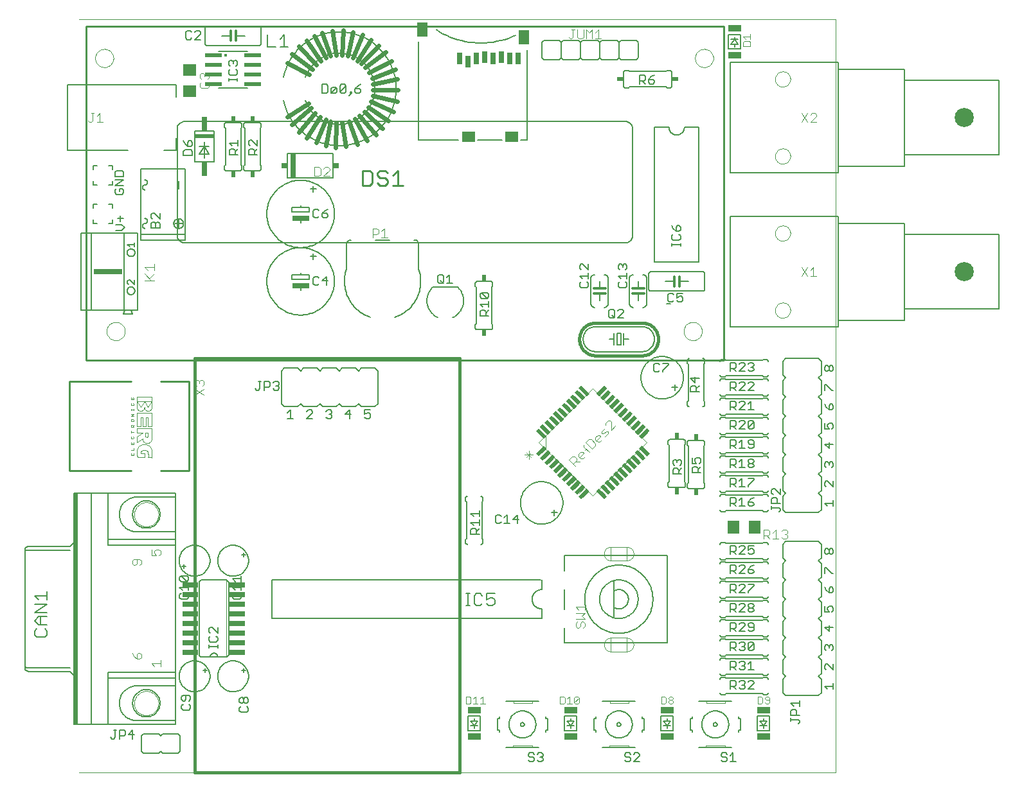
<source format=gto>
G75*
G70*
%OFA0B0*%
%FSLAX24Y24*%
%IPPOS*%
%LPD*%
%AMOC8*
5,1,8,0,0,1.08239X$1,22.5*
%
%ADD10C,0.0000*%
%ADD11C,0.0160*%
%ADD12R,0.0200X0.0580*%
%ADD13C,0.0030*%
%ADD14C,0.0100*%
%ADD15C,0.0050*%
%ADD16C,0.0090*%
%ADD17C,0.0070*%
%ADD18C,0.0177*%
%ADD19R,0.0866X0.0236*%
%ADD20C,0.0060*%
%ADD21R,0.0240X0.0340*%
%ADD22R,0.0709X0.0630*%
%ADD23C,0.0040*%
%ADD24R,0.1000X0.0200*%
%ADD25R,0.0300X0.0750*%
%ADD26C,0.0240*%
%ADD27R,0.0900X0.0250*%
%ADD28C,0.0120*%
%ADD29C,0.0080*%
%ADD30C,0.0020*%
%ADD31C,0.0992*%
%ADD32R,0.0700X0.0360*%
%ADD33R,0.0630X0.0710*%
%ADD34C,0.0010*%
%ADD35R,0.0150X1.2000*%
%ADD36R,0.0800X0.0260*%
%ADD37R,0.0551X0.0748*%
%ADD38R,0.0709X0.0551*%
%ADD39R,0.0315X0.0591*%
%ADD40R,0.0340X0.0240*%
%ADD41R,0.1500X0.0300*%
%ADD42R,0.0300X0.1200*%
%ADD43R,0.0312X0.0250*%
D10*
X002925Y005413D02*
X042167Y005413D01*
X042167Y044533D01*
X002925Y044533D01*
X003777Y042500D02*
X003779Y042543D01*
X003785Y042585D01*
X003795Y042627D01*
X003808Y042668D01*
X003825Y042708D01*
X003846Y042745D01*
X003870Y042781D01*
X003897Y042814D01*
X003927Y042845D01*
X003960Y042873D01*
X003995Y042898D01*
X004032Y042919D01*
X004071Y042937D01*
X004111Y042951D01*
X004153Y042962D01*
X004195Y042969D01*
X004238Y042972D01*
X004281Y042971D01*
X004324Y042966D01*
X004366Y042957D01*
X004407Y042945D01*
X004447Y042929D01*
X004485Y042909D01*
X004521Y042886D01*
X004555Y042859D01*
X004587Y042830D01*
X004615Y042798D01*
X004641Y042763D01*
X004663Y042727D01*
X004682Y042688D01*
X004697Y042648D01*
X004709Y042607D01*
X004717Y042564D01*
X004721Y042521D01*
X004721Y042479D01*
X004717Y042436D01*
X004709Y042393D01*
X004697Y042352D01*
X004682Y042312D01*
X004663Y042273D01*
X004641Y042237D01*
X004615Y042202D01*
X004587Y042170D01*
X004555Y042141D01*
X004521Y042114D01*
X004485Y042091D01*
X004447Y042071D01*
X004407Y042055D01*
X004366Y042043D01*
X004324Y042034D01*
X004281Y042029D01*
X004238Y042028D01*
X004195Y042031D01*
X004153Y042038D01*
X004111Y042049D01*
X004071Y042063D01*
X004032Y042081D01*
X003995Y042102D01*
X003960Y042127D01*
X003927Y042155D01*
X003897Y042186D01*
X003870Y042219D01*
X003846Y042255D01*
X003825Y042292D01*
X003808Y042332D01*
X003795Y042373D01*
X003785Y042415D01*
X003779Y042457D01*
X003777Y042500D01*
X004367Y028326D02*
X004369Y028369D01*
X004375Y028411D01*
X004385Y028453D01*
X004398Y028494D01*
X004415Y028534D01*
X004436Y028571D01*
X004460Y028607D01*
X004487Y028640D01*
X004517Y028671D01*
X004550Y028699D01*
X004585Y028724D01*
X004622Y028745D01*
X004661Y028763D01*
X004701Y028777D01*
X004743Y028788D01*
X004785Y028795D01*
X004828Y028798D01*
X004871Y028797D01*
X004914Y028792D01*
X004956Y028783D01*
X004997Y028771D01*
X005037Y028755D01*
X005075Y028735D01*
X005111Y028712D01*
X005145Y028685D01*
X005177Y028656D01*
X005205Y028624D01*
X005231Y028589D01*
X005253Y028553D01*
X005272Y028514D01*
X005287Y028474D01*
X005299Y028433D01*
X005307Y028390D01*
X005311Y028347D01*
X005311Y028305D01*
X005307Y028262D01*
X005299Y028219D01*
X005287Y028178D01*
X005272Y028138D01*
X005253Y028099D01*
X005231Y028063D01*
X005205Y028028D01*
X005177Y027996D01*
X005145Y027967D01*
X005111Y027940D01*
X005075Y027917D01*
X005037Y027897D01*
X004997Y027881D01*
X004956Y027869D01*
X004914Y027860D01*
X004871Y027855D01*
X004828Y027854D01*
X004785Y027857D01*
X004743Y027864D01*
X004701Y027875D01*
X004661Y027889D01*
X004622Y027907D01*
X004585Y027928D01*
X004550Y027953D01*
X004517Y027981D01*
X004487Y028012D01*
X004460Y028045D01*
X004436Y028081D01*
X004415Y028118D01*
X004398Y028158D01*
X004385Y028199D01*
X004375Y028241D01*
X004369Y028283D01*
X004367Y028326D01*
X005795Y018813D02*
X005797Y018863D01*
X005803Y018913D01*
X005813Y018962D01*
X005827Y019010D01*
X005844Y019057D01*
X005865Y019102D01*
X005890Y019146D01*
X005918Y019187D01*
X005950Y019226D01*
X005984Y019263D01*
X006021Y019297D01*
X006061Y019327D01*
X006103Y019354D01*
X006147Y019378D01*
X006193Y019399D01*
X006240Y019415D01*
X006288Y019428D01*
X006338Y019437D01*
X006387Y019442D01*
X006438Y019443D01*
X006488Y019440D01*
X006537Y019433D01*
X006586Y019422D01*
X006634Y019407D01*
X006680Y019389D01*
X006725Y019367D01*
X006768Y019341D01*
X006809Y019312D01*
X006848Y019280D01*
X006884Y019245D01*
X006916Y019207D01*
X006946Y019167D01*
X006973Y019124D01*
X006996Y019080D01*
X007015Y019034D01*
X007031Y018986D01*
X007043Y018937D01*
X007051Y018888D01*
X007055Y018838D01*
X007055Y018788D01*
X007051Y018738D01*
X007043Y018689D01*
X007031Y018640D01*
X007015Y018592D01*
X006996Y018546D01*
X006973Y018502D01*
X006946Y018459D01*
X006916Y018419D01*
X006884Y018381D01*
X006848Y018346D01*
X006809Y018314D01*
X006768Y018285D01*
X006725Y018259D01*
X006680Y018237D01*
X006634Y018219D01*
X006586Y018204D01*
X006537Y018193D01*
X006488Y018186D01*
X006438Y018183D01*
X006387Y018184D01*
X006338Y018189D01*
X006288Y018198D01*
X006240Y018211D01*
X006193Y018227D01*
X006147Y018248D01*
X006103Y018272D01*
X006061Y018299D01*
X006021Y018329D01*
X005984Y018363D01*
X005950Y018400D01*
X005918Y018439D01*
X005890Y018480D01*
X005865Y018524D01*
X005844Y018569D01*
X005827Y018616D01*
X005813Y018664D01*
X005803Y018713D01*
X005797Y018763D01*
X005795Y018813D01*
X005795Y009013D02*
X005797Y009063D01*
X005803Y009113D01*
X005813Y009162D01*
X005827Y009210D01*
X005844Y009257D01*
X005865Y009302D01*
X005890Y009346D01*
X005918Y009387D01*
X005950Y009426D01*
X005984Y009463D01*
X006021Y009497D01*
X006061Y009527D01*
X006103Y009554D01*
X006147Y009578D01*
X006193Y009599D01*
X006240Y009615D01*
X006288Y009628D01*
X006338Y009637D01*
X006387Y009642D01*
X006438Y009643D01*
X006488Y009640D01*
X006537Y009633D01*
X006586Y009622D01*
X006634Y009607D01*
X006680Y009589D01*
X006725Y009567D01*
X006768Y009541D01*
X006809Y009512D01*
X006848Y009480D01*
X006884Y009445D01*
X006916Y009407D01*
X006946Y009367D01*
X006973Y009324D01*
X006996Y009280D01*
X007015Y009234D01*
X007031Y009186D01*
X007043Y009137D01*
X007051Y009088D01*
X007055Y009038D01*
X007055Y008988D01*
X007051Y008938D01*
X007043Y008889D01*
X007031Y008840D01*
X007015Y008792D01*
X006996Y008746D01*
X006973Y008702D01*
X006946Y008659D01*
X006916Y008619D01*
X006884Y008581D01*
X006848Y008546D01*
X006809Y008514D01*
X006768Y008485D01*
X006725Y008459D01*
X006680Y008437D01*
X006634Y008419D01*
X006586Y008404D01*
X006537Y008393D01*
X006488Y008386D01*
X006438Y008383D01*
X006387Y008384D01*
X006338Y008389D01*
X006288Y008398D01*
X006240Y008411D01*
X006193Y008427D01*
X006147Y008448D01*
X006103Y008472D01*
X006061Y008499D01*
X006021Y008529D01*
X005984Y008563D01*
X005950Y008600D01*
X005918Y008639D01*
X005890Y008680D01*
X005865Y008724D01*
X005844Y008769D01*
X005827Y008816D01*
X005813Y008864D01*
X005803Y008913D01*
X005797Y008963D01*
X005795Y009013D01*
X026729Y022064D02*
X026849Y021944D01*
X027125Y022220D01*
X027005Y022340D01*
X026729Y022064D01*
X026948Y021845D02*
X027075Y021718D01*
X027351Y021994D01*
X027224Y022121D01*
X026948Y021845D01*
X027174Y021619D02*
X027295Y021499D01*
X027570Y021775D01*
X027450Y021895D01*
X027174Y021619D01*
X027394Y021400D02*
X027521Y021273D01*
X027797Y021548D01*
X027669Y021676D01*
X027394Y021400D01*
X027620Y021174D02*
X027740Y021053D01*
X028016Y021329D01*
X027896Y021449D01*
X027620Y021174D01*
X027839Y020954D02*
X027966Y020827D01*
X028242Y021103D01*
X028115Y021230D01*
X027839Y020954D01*
X028065Y020728D02*
X028186Y020608D01*
X028461Y020884D01*
X028341Y021004D01*
X028065Y020728D01*
X028285Y020509D02*
X028412Y020382D01*
X028688Y020657D01*
X028560Y020785D01*
X028285Y020509D01*
X028511Y020283D02*
X028631Y020162D01*
X028907Y020438D01*
X028787Y020558D01*
X028511Y020283D01*
X028730Y020063D02*
X028857Y019936D01*
X029133Y020212D01*
X029006Y020339D01*
X028730Y020063D01*
X028956Y019837D02*
X029076Y019717D01*
X029352Y019993D01*
X029232Y020113D01*
X028956Y019837D01*
X029571Y019773D02*
X026785Y022559D01*
X029571Y025345D01*
X032357Y022559D01*
X029571Y019773D01*
X029791Y019993D02*
X030066Y019717D01*
X030187Y019837D01*
X029911Y020113D01*
X029791Y019993D01*
X030010Y020212D02*
X030286Y019936D01*
X030413Y020063D01*
X030137Y020339D01*
X030010Y020212D01*
X030236Y020438D02*
X030512Y020162D01*
X030632Y020283D01*
X030356Y020558D01*
X030236Y020438D01*
X030455Y020657D02*
X030731Y020382D01*
X030858Y020509D01*
X030583Y020785D01*
X030455Y020657D01*
X030682Y020884D02*
X030802Y021004D01*
X031078Y020728D01*
X030957Y020608D01*
X030682Y020884D01*
X030901Y021103D02*
X031177Y020827D01*
X031304Y020954D01*
X031028Y021230D01*
X030901Y021103D01*
X031127Y021329D02*
X031247Y021449D01*
X031523Y021174D01*
X031403Y021053D01*
X031127Y021329D01*
X031346Y021548D02*
X031622Y021273D01*
X031749Y021400D01*
X031474Y021676D01*
X031346Y021548D01*
X031573Y021775D02*
X031693Y021895D01*
X031969Y021619D01*
X031848Y021499D01*
X031573Y021775D01*
X031792Y021994D02*
X032068Y021718D01*
X032195Y021845D01*
X031919Y022121D01*
X031792Y021994D01*
X032018Y022220D02*
X032138Y022340D01*
X032414Y022064D01*
X032294Y021944D01*
X032018Y022220D01*
X032138Y022779D02*
X032414Y023054D01*
X032294Y023175D01*
X032018Y022899D01*
X032138Y022779D01*
X031919Y022998D02*
X032195Y023274D01*
X032068Y023401D01*
X031792Y023125D01*
X031919Y022998D01*
X031693Y023224D02*
X031969Y023500D01*
X031848Y023620D01*
X031573Y023344D01*
X031693Y023224D01*
X031474Y023443D02*
X031749Y023719D01*
X031622Y023846D01*
X031346Y023571D01*
X031474Y023443D01*
X031247Y023670D02*
X031523Y023945D01*
X031403Y024066D01*
X031127Y023790D01*
X031247Y023670D01*
X031028Y023889D02*
X030901Y024016D01*
X031177Y024292D01*
X031304Y024165D01*
X031028Y023889D01*
X030802Y024115D02*
X030682Y024235D01*
X030957Y024511D01*
X031078Y024391D01*
X030802Y024115D01*
X030583Y024334D02*
X030455Y024462D01*
X030731Y024737D01*
X030858Y024610D01*
X030583Y024334D01*
X030356Y024561D02*
X030236Y024681D01*
X030512Y024957D01*
X030632Y024836D01*
X030356Y024561D01*
X030137Y024780D02*
X030413Y025056D01*
X030286Y025183D01*
X030010Y024907D01*
X030137Y024780D01*
X029911Y025006D02*
X029791Y025126D01*
X030066Y025402D01*
X030187Y025282D01*
X029911Y025006D01*
X029352Y025126D02*
X029076Y025402D01*
X028956Y025282D01*
X029232Y025006D01*
X029352Y025126D01*
X029133Y024907D02*
X028857Y025183D01*
X028730Y025056D01*
X029006Y024780D01*
X029133Y024907D01*
X028907Y024681D02*
X028787Y024561D01*
X028511Y024836D01*
X028631Y024957D01*
X028907Y024681D01*
X028688Y024462D02*
X028412Y024737D01*
X028285Y024610D01*
X028560Y024334D01*
X028688Y024462D01*
X028461Y024235D02*
X028186Y024511D01*
X028065Y024391D01*
X028341Y024115D01*
X028461Y024235D01*
X028242Y024016D02*
X027966Y024292D01*
X027839Y024165D01*
X028115Y023889D01*
X028242Y024016D01*
X028016Y023790D02*
X027740Y024066D01*
X027620Y023945D01*
X027896Y023670D01*
X028016Y023790D01*
X027797Y023571D02*
X027521Y023846D01*
X027394Y023719D01*
X027669Y023443D01*
X027797Y023571D01*
X027570Y023344D02*
X027295Y023620D01*
X027174Y023500D01*
X027450Y023224D01*
X027570Y023344D01*
X027351Y023125D02*
X027075Y023401D01*
X026948Y023274D01*
X027224Y022998D01*
X027351Y023125D01*
X027139Y022913D02*
X027139Y022206D01*
X027005Y022779D02*
X026729Y023054D01*
X026849Y023175D01*
X027125Y022899D01*
X027005Y022779D01*
X030512Y017130D02*
X031338Y017130D01*
X031338Y016421D01*
X030512Y016421D01*
X031338Y016421D01*
X031375Y016423D01*
X031412Y016429D01*
X031447Y016438D01*
X031482Y016452D01*
X031515Y016468D01*
X031546Y016489D01*
X031575Y016512D01*
X031601Y016538D01*
X031624Y016567D01*
X031645Y016598D01*
X031661Y016631D01*
X031675Y016666D01*
X031684Y016701D01*
X031690Y016738D01*
X031692Y016775D01*
X031690Y016812D01*
X031684Y016849D01*
X031675Y016884D01*
X031661Y016919D01*
X031645Y016952D01*
X031624Y016983D01*
X031601Y017012D01*
X031575Y017038D01*
X031546Y017061D01*
X031515Y017082D01*
X031482Y017098D01*
X031447Y017112D01*
X031412Y017121D01*
X031375Y017127D01*
X031338Y017129D01*
X031338Y017130D02*
X030512Y017130D01*
X030512Y016421D01*
X030475Y016423D01*
X030438Y016429D01*
X030403Y016438D01*
X030368Y016452D01*
X030335Y016468D01*
X030304Y016489D01*
X030275Y016512D01*
X030249Y016538D01*
X030226Y016567D01*
X030205Y016598D01*
X030189Y016631D01*
X030175Y016666D01*
X030166Y016701D01*
X030160Y016738D01*
X030158Y016775D01*
X030160Y016812D01*
X030166Y016849D01*
X030175Y016884D01*
X030189Y016919D01*
X030205Y016952D01*
X030226Y016983D01*
X030249Y017012D01*
X030275Y017038D01*
X030304Y017061D01*
X030335Y017082D01*
X030368Y017098D01*
X030403Y017112D01*
X030438Y017121D01*
X030475Y017127D01*
X030512Y017129D01*
X030512Y012405D02*
X031338Y012405D01*
X031338Y011696D01*
X030512Y011696D01*
X031338Y011696D01*
X031338Y011697D02*
X031375Y011699D01*
X031412Y011705D01*
X031447Y011714D01*
X031482Y011728D01*
X031515Y011744D01*
X031546Y011765D01*
X031575Y011788D01*
X031601Y011814D01*
X031624Y011843D01*
X031645Y011874D01*
X031661Y011907D01*
X031675Y011942D01*
X031684Y011977D01*
X031690Y012014D01*
X031692Y012051D01*
X031690Y012088D01*
X031684Y012125D01*
X031675Y012160D01*
X031661Y012195D01*
X031645Y012228D01*
X031624Y012259D01*
X031601Y012288D01*
X031575Y012314D01*
X031546Y012337D01*
X031515Y012358D01*
X031482Y012374D01*
X031447Y012388D01*
X031412Y012397D01*
X031375Y012403D01*
X031338Y012405D01*
X030512Y012405D01*
X030512Y011696D01*
X030512Y011697D02*
X030475Y011699D01*
X030438Y011705D01*
X030403Y011714D01*
X030368Y011728D01*
X030335Y011744D01*
X030304Y011765D01*
X030275Y011788D01*
X030249Y011814D01*
X030226Y011843D01*
X030205Y011874D01*
X030189Y011907D01*
X030175Y011942D01*
X030166Y011977D01*
X030160Y012014D01*
X030158Y012051D01*
X030160Y012088D01*
X030166Y012125D01*
X030175Y012160D01*
X030189Y012195D01*
X030205Y012228D01*
X030226Y012259D01*
X030249Y012288D01*
X030275Y012314D01*
X030304Y012337D01*
X030335Y012358D01*
X030368Y012374D01*
X030403Y012388D01*
X030438Y012397D01*
X030475Y012403D01*
X030512Y012405D01*
X034289Y028326D02*
X034291Y028369D01*
X034297Y028411D01*
X034307Y028453D01*
X034320Y028494D01*
X034337Y028534D01*
X034358Y028571D01*
X034382Y028607D01*
X034409Y028640D01*
X034439Y028671D01*
X034472Y028699D01*
X034507Y028724D01*
X034544Y028745D01*
X034583Y028763D01*
X034623Y028777D01*
X034665Y028788D01*
X034707Y028795D01*
X034750Y028798D01*
X034793Y028797D01*
X034836Y028792D01*
X034878Y028783D01*
X034919Y028771D01*
X034959Y028755D01*
X034997Y028735D01*
X035033Y028712D01*
X035067Y028685D01*
X035099Y028656D01*
X035127Y028624D01*
X035153Y028589D01*
X035175Y028553D01*
X035194Y028514D01*
X035209Y028474D01*
X035221Y028433D01*
X035229Y028390D01*
X035233Y028347D01*
X035233Y028305D01*
X035229Y028262D01*
X035221Y028219D01*
X035209Y028178D01*
X035194Y028138D01*
X035175Y028099D01*
X035153Y028063D01*
X035127Y028028D01*
X035099Y027996D01*
X035067Y027967D01*
X035033Y027940D01*
X034997Y027917D01*
X034959Y027897D01*
X034919Y027881D01*
X034878Y027869D01*
X034836Y027860D01*
X034793Y027855D01*
X034750Y027854D01*
X034707Y027857D01*
X034665Y027864D01*
X034623Y027875D01*
X034583Y027889D01*
X034544Y027907D01*
X034507Y027928D01*
X034472Y027953D01*
X034439Y027981D01*
X034409Y028012D01*
X034382Y028045D01*
X034358Y028081D01*
X034337Y028118D01*
X034320Y028158D01*
X034307Y028199D01*
X034297Y028241D01*
X034291Y028283D01*
X034289Y028326D01*
X039031Y029413D02*
X039033Y029452D01*
X039039Y029491D01*
X039049Y029529D01*
X039062Y029566D01*
X039079Y029601D01*
X039099Y029635D01*
X039123Y029666D01*
X039150Y029695D01*
X039179Y029721D01*
X039211Y029744D01*
X039245Y029764D01*
X039281Y029780D01*
X039318Y029792D01*
X039357Y029801D01*
X039396Y029806D01*
X039435Y029807D01*
X039474Y029804D01*
X039513Y029797D01*
X039550Y029786D01*
X039587Y029772D01*
X039622Y029754D01*
X039655Y029733D01*
X039686Y029708D01*
X039714Y029681D01*
X039739Y029651D01*
X039761Y029618D01*
X039780Y029584D01*
X039795Y029548D01*
X039807Y029510D01*
X039815Y029472D01*
X039819Y029433D01*
X039819Y029393D01*
X039815Y029354D01*
X039807Y029316D01*
X039795Y029278D01*
X039780Y029242D01*
X039761Y029208D01*
X039739Y029175D01*
X039714Y029145D01*
X039686Y029118D01*
X039655Y029093D01*
X039622Y029072D01*
X039587Y029054D01*
X039550Y029040D01*
X039513Y029029D01*
X039474Y029022D01*
X039435Y029019D01*
X039396Y029020D01*
X039357Y029025D01*
X039318Y029034D01*
X039281Y029046D01*
X039245Y029062D01*
X039211Y029082D01*
X039179Y029105D01*
X039150Y029131D01*
X039123Y029160D01*
X039099Y029191D01*
X039079Y029225D01*
X039062Y029260D01*
X039049Y029297D01*
X039039Y029335D01*
X039033Y029374D01*
X039031Y029413D01*
X039031Y033413D02*
X039033Y033452D01*
X039039Y033491D01*
X039049Y033529D01*
X039062Y033566D01*
X039079Y033601D01*
X039099Y033635D01*
X039123Y033666D01*
X039150Y033695D01*
X039179Y033721D01*
X039211Y033744D01*
X039245Y033764D01*
X039281Y033780D01*
X039318Y033792D01*
X039357Y033801D01*
X039396Y033806D01*
X039435Y033807D01*
X039474Y033804D01*
X039513Y033797D01*
X039550Y033786D01*
X039587Y033772D01*
X039622Y033754D01*
X039655Y033733D01*
X039686Y033708D01*
X039714Y033681D01*
X039739Y033651D01*
X039761Y033618D01*
X039780Y033584D01*
X039795Y033548D01*
X039807Y033510D01*
X039815Y033472D01*
X039819Y033433D01*
X039819Y033393D01*
X039815Y033354D01*
X039807Y033316D01*
X039795Y033278D01*
X039780Y033242D01*
X039761Y033208D01*
X039739Y033175D01*
X039714Y033145D01*
X039686Y033118D01*
X039655Y033093D01*
X039622Y033072D01*
X039587Y033054D01*
X039550Y033040D01*
X039513Y033029D01*
X039474Y033022D01*
X039435Y033019D01*
X039396Y033020D01*
X039357Y033025D01*
X039318Y033034D01*
X039281Y033046D01*
X039245Y033062D01*
X039211Y033082D01*
X039179Y033105D01*
X039150Y033131D01*
X039123Y033160D01*
X039099Y033191D01*
X039079Y033225D01*
X039062Y033260D01*
X039049Y033297D01*
X039039Y033335D01*
X039033Y033374D01*
X039031Y033413D01*
X039031Y037413D02*
X039033Y037452D01*
X039039Y037491D01*
X039049Y037529D01*
X039062Y037566D01*
X039079Y037601D01*
X039099Y037635D01*
X039123Y037666D01*
X039150Y037695D01*
X039179Y037721D01*
X039211Y037744D01*
X039245Y037764D01*
X039281Y037780D01*
X039318Y037792D01*
X039357Y037801D01*
X039396Y037806D01*
X039435Y037807D01*
X039474Y037804D01*
X039513Y037797D01*
X039550Y037786D01*
X039587Y037772D01*
X039622Y037754D01*
X039655Y037733D01*
X039686Y037708D01*
X039714Y037681D01*
X039739Y037651D01*
X039761Y037618D01*
X039780Y037584D01*
X039795Y037548D01*
X039807Y037510D01*
X039815Y037472D01*
X039819Y037433D01*
X039819Y037393D01*
X039815Y037354D01*
X039807Y037316D01*
X039795Y037278D01*
X039780Y037242D01*
X039761Y037208D01*
X039739Y037175D01*
X039714Y037145D01*
X039686Y037118D01*
X039655Y037093D01*
X039622Y037072D01*
X039587Y037054D01*
X039550Y037040D01*
X039513Y037029D01*
X039474Y037022D01*
X039435Y037019D01*
X039396Y037020D01*
X039357Y037025D01*
X039318Y037034D01*
X039281Y037046D01*
X039245Y037062D01*
X039211Y037082D01*
X039179Y037105D01*
X039150Y037131D01*
X039123Y037160D01*
X039099Y037191D01*
X039079Y037225D01*
X039062Y037260D01*
X039049Y037297D01*
X039039Y037335D01*
X039033Y037374D01*
X039031Y037413D01*
X039031Y041413D02*
X039033Y041452D01*
X039039Y041491D01*
X039049Y041529D01*
X039062Y041566D01*
X039079Y041601D01*
X039099Y041635D01*
X039123Y041666D01*
X039150Y041695D01*
X039179Y041721D01*
X039211Y041744D01*
X039245Y041764D01*
X039281Y041780D01*
X039318Y041792D01*
X039357Y041801D01*
X039396Y041806D01*
X039435Y041807D01*
X039474Y041804D01*
X039513Y041797D01*
X039550Y041786D01*
X039587Y041772D01*
X039622Y041754D01*
X039655Y041733D01*
X039686Y041708D01*
X039714Y041681D01*
X039739Y041651D01*
X039761Y041618D01*
X039780Y041584D01*
X039795Y041548D01*
X039807Y041510D01*
X039815Y041472D01*
X039819Y041433D01*
X039819Y041393D01*
X039815Y041354D01*
X039807Y041316D01*
X039795Y041278D01*
X039780Y041242D01*
X039761Y041208D01*
X039739Y041175D01*
X039714Y041145D01*
X039686Y041118D01*
X039655Y041093D01*
X039622Y041072D01*
X039587Y041054D01*
X039550Y041040D01*
X039513Y041029D01*
X039474Y041022D01*
X039435Y041019D01*
X039396Y041020D01*
X039357Y041025D01*
X039318Y041034D01*
X039281Y041046D01*
X039245Y041062D01*
X039211Y041082D01*
X039179Y041105D01*
X039150Y041131D01*
X039123Y041160D01*
X039099Y041191D01*
X039079Y041225D01*
X039062Y041260D01*
X039049Y041297D01*
X039039Y041335D01*
X039033Y041374D01*
X039031Y041413D01*
X034879Y042500D02*
X034881Y042543D01*
X034887Y042585D01*
X034897Y042627D01*
X034910Y042668D01*
X034927Y042708D01*
X034948Y042745D01*
X034972Y042781D01*
X034999Y042814D01*
X035029Y042845D01*
X035062Y042873D01*
X035097Y042898D01*
X035134Y042919D01*
X035173Y042937D01*
X035213Y042951D01*
X035255Y042962D01*
X035297Y042969D01*
X035340Y042972D01*
X035383Y042971D01*
X035426Y042966D01*
X035468Y042957D01*
X035509Y042945D01*
X035549Y042929D01*
X035587Y042909D01*
X035623Y042886D01*
X035657Y042859D01*
X035689Y042830D01*
X035717Y042798D01*
X035743Y042763D01*
X035765Y042727D01*
X035784Y042688D01*
X035799Y042648D01*
X035811Y042607D01*
X035819Y042564D01*
X035823Y042521D01*
X035823Y042479D01*
X035819Y042436D01*
X035811Y042393D01*
X035799Y042352D01*
X035784Y042312D01*
X035765Y042273D01*
X035743Y042237D01*
X035717Y042202D01*
X035689Y042170D01*
X035657Y042141D01*
X035623Y042114D01*
X035587Y042091D01*
X035549Y042071D01*
X035509Y042055D01*
X035468Y042043D01*
X035426Y042034D01*
X035383Y042029D01*
X035340Y042028D01*
X035297Y042031D01*
X035255Y042038D01*
X035213Y042049D01*
X035173Y042063D01*
X035134Y042081D01*
X035097Y042102D01*
X035062Y042127D01*
X035029Y042155D01*
X034999Y042186D01*
X034972Y042219D01*
X034948Y042255D01*
X034927Y042292D01*
X034910Y042332D01*
X034897Y042373D01*
X034887Y042415D01*
X034881Y042457D01*
X034879Y042500D01*
D11*
X032125Y028763D02*
X029725Y028763D01*
X029668Y028761D01*
X029612Y028755D01*
X029556Y028746D01*
X029500Y028733D01*
X029446Y028716D01*
X029393Y028696D01*
X029342Y028672D01*
X029292Y028644D01*
X029244Y028614D01*
X029198Y028580D01*
X029155Y028543D01*
X029114Y028504D01*
X029076Y028462D01*
X029041Y028417D01*
X029009Y028370D01*
X028980Y028321D01*
X028954Y028271D01*
X028932Y028218D01*
X028913Y028165D01*
X028898Y028110D01*
X028887Y028054D01*
X028879Y027998D01*
X028875Y027941D01*
X028875Y027885D01*
X028879Y027828D01*
X028887Y027772D01*
X028898Y027716D01*
X028913Y027661D01*
X028932Y027608D01*
X028954Y027555D01*
X028980Y027505D01*
X029009Y027456D01*
X029041Y027409D01*
X029076Y027364D01*
X029114Y027322D01*
X029155Y027283D01*
X029198Y027246D01*
X029244Y027212D01*
X029292Y027182D01*
X029342Y027154D01*
X029393Y027130D01*
X029446Y027110D01*
X029500Y027093D01*
X029556Y027080D01*
X029612Y027071D01*
X029668Y027065D01*
X029725Y027063D01*
X032125Y027063D01*
X032182Y027065D01*
X032238Y027071D01*
X032294Y027080D01*
X032350Y027093D01*
X032404Y027110D01*
X032457Y027130D01*
X032508Y027154D01*
X032558Y027182D01*
X032606Y027212D01*
X032652Y027246D01*
X032695Y027283D01*
X032736Y027322D01*
X032774Y027364D01*
X032809Y027409D01*
X032841Y027456D01*
X032870Y027505D01*
X032896Y027555D01*
X032918Y027608D01*
X032937Y027661D01*
X032952Y027716D01*
X032963Y027772D01*
X032971Y027828D01*
X032975Y027885D01*
X032975Y027941D01*
X032971Y027998D01*
X032963Y028054D01*
X032952Y028110D01*
X032937Y028165D01*
X032918Y028218D01*
X032896Y028271D01*
X032870Y028321D01*
X032841Y028370D01*
X032809Y028417D01*
X032774Y028462D01*
X032736Y028504D01*
X032695Y028543D01*
X032652Y028580D01*
X032606Y028614D01*
X032558Y028644D01*
X032508Y028672D01*
X032457Y028696D01*
X032404Y028716D01*
X032350Y028733D01*
X032294Y028746D01*
X032238Y028755D01*
X032182Y028761D01*
X032125Y028763D01*
X022675Y026913D02*
X022675Y005413D01*
X008925Y005413D01*
X008925Y026913D01*
X022675Y026913D01*
D12*
G36*
X026624Y023146D02*
X026765Y023287D01*
X027174Y022878D01*
X027033Y022737D01*
X026624Y023146D01*
G37*
G36*
X026843Y023365D02*
X026984Y023506D01*
X027393Y023097D01*
X027252Y022956D01*
X026843Y023365D01*
G37*
G36*
X027069Y023591D02*
X027210Y023732D01*
X027619Y023323D01*
X027478Y023182D01*
X027069Y023591D01*
G37*
G36*
X027288Y023811D02*
X027429Y023952D01*
X027838Y023543D01*
X027697Y023402D01*
X027288Y023811D01*
G37*
G36*
X027515Y024037D02*
X027656Y024178D01*
X028065Y023769D01*
X027924Y023628D01*
X027515Y024037D01*
G37*
G36*
X027734Y024256D02*
X027875Y024397D01*
X028284Y023988D01*
X028143Y023847D01*
X027734Y024256D01*
G37*
G36*
X027953Y024475D02*
X028094Y024616D01*
X028503Y024207D01*
X028362Y024066D01*
X027953Y024475D01*
G37*
G36*
X028179Y024702D02*
X028320Y024843D01*
X028729Y024434D01*
X028588Y024293D01*
X028179Y024702D01*
G37*
G36*
X028398Y024921D02*
X028539Y025062D01*
X028948Y024653D01*
X028807Y024512D01*
X028398Y024921D01*
G37*
G36*
X028625Y025147D02*
X028766Y025288D01*
X029175Y024879D01*
X029034Y024738D01*
X028625Y025147D01*
G37*
G36*
X028844Y025366D02*
X028985Y025507D01*
X029394Y025098D01*
X029253Y024957D01*
X028844Y025366D01*
G37*
G36*
X029890Y024957D02*
X029749Y025098D01*
X030158Y025507D01*
X030299Y025366D01*
X029890Y024957D01*
G37*
G36*
X030109Y024738D02*
X029968Y024879D01*
X030377Y025288D01*
X030518Y025147D01*
X030109Y024738D01*
G37*
G36*
X030335Y024512D02*
X030194Y024653D01*
X030603Y025062D01*
X030744Y024921D01*
X030335Y024512D01*
G37*
G36*
X030555Y024293D02*
X030414Y024434D01*
X030823Y024843D01*
X030964Y024702D01*
X030555Y024293D01*
G37*
G36*
X030781Y024066D02*
X030640Y024207D01*
X031049Y024616D01*
X031190Y024475D01*
X030781Y024066D01*
G37*
G36*
X031000Y023847D02*
X030859Y023988D01*
X031268Y024397D01*
X031409Y024256D01*
X031000Y023847D01*
G37*
G36*
X031219Y023628D02*
X031078Y023769D01*
X031487Y024178D01*
X031628Y024037D01*
X031219Y023628D01*
G37*
G36*
X031446Y023402D02*
X031305Y023543D01*
X031714Y023952D01*
X031855Y023811D01*
X031446Y023402D01*
G37*
G36*
X031665Y023182D02*
X031524Y023323D01*
X031933Y023732D01*
X032074Y023591D01*
X031665Y023182D01*
G37*
G36*
X031891Y022956D02*
X031750Y023097D01*
X032159Y023506D01*
X032300Y023365D01*
X031891Y022956D01*
G37*
G36*
X032110Y022737D02*
X031969Y022878D01*
X032378Y023287D01*
X032519Y023146D01*
X032110Y022737D01*
G37*
G36*
X031969Y022241D02*
X032110Y022382D01*
X032519Y021973D01*
X032378Y021832D01*
X031969Y022241D01*
G37*
G36*
X031750Y022022D02*
X031891Y022163D01*
X032300Y021754D01*
X032159Y021613D01*
X031750Y022022D01*
G37*
G36*
X031524Y021795D02*
X031665Y021936D01*
X032074Y021527D01*
X031933Y021386D01*
X031524Y021795D01*
G37*
G36*
X031305Y021576D02*
X031446Y021717D01*
X031855Y021308D01*
X031714Y021167D01*
X031305Y021576D01*
G37*
G36*
X031078Y021350D02*
X031219Y021491D01*
X031628Y021082D01*
X031487Y020941D01*
X031078Y021350D01*
G37*
G36*
X030859Y021131D02*
X031000Y021272D01*
X031409Y020863D01*
X031268Y020722D01*
X030859Y021131D01*
G37*
G36*
X030640Y020912D02*
X030781Y021053D01*
X031190Y020644D01*
X031049Y020503D01*
X030640Y020912D01*
G37*
G36*
X030414Y020685D02*
X030555Y020826D01*
X030964Y020417D01*
X030823Y020276D01*
X030414Y020685D01*
G37*
G36*
X030194Y020466D02*
X030335Y020607D01*
X030744Y020198D01*
X030603Y020057D01*
X030194Y020466D01*
G37*
G36*
X029968Y020240D02*
X030109Y020381D01*
X030518Y019972D01*
X030377Y019831D01*
X029968Y020240D01*
G37*
G36*
X029749Y020021D02*
X029890Y020162D01*
X030299Y019753D01*
X030158Y019612D01*
X029749Y020021D01*
G37*
G36*
X028985Y019612D02*
X028844Y019753D01*
X029253Y020162D01*
X029394Y020021D01*
X028985Y019612D01*
G37*
G36*
X028766Y019831D02*
X028625Y019972D01*
X029034Y020381D01*
X029175Y020240D01*
X028766Y019831D01*
G37*
G36*
X028539Y020057D02*
X028398Y020198D01*
X028807Y020607D01*
X028948Y020466D01*
X028539Y020057D01*
G37*
G36*
X028320Y020276D02*
X028179Y020417D01*
X028588Y020826D01*
X028729Y020685D01*
X028320Y020276D01*
G37*
G36*
X028094Y020503D02*
X027953Y020644D01*
X028362Y021053D01*
X028503Y020912D01*
X028094Y020503D01*
G37*
G36*
X027875Y020722D02*
X027734Y020863D01*
X028143Y021272D01*
X028284Y021131D01*
X027875Y020722D01*
G37*
G36*
X027656Y020941D02*
X027515Y021082D01*
X027924Y021491D01*
X028065Y021350D01*
X027656Y020941D01*
G37*
G36*
X027429Y021167D02*
X027288Y021308D01*
X027697Y021717D01*
X027838Y021576D01*
X027429Y021167D01*
G37*
G36*
X027210Y021386D02*
X027069Y021527D01*
X027478Y021936D01*
X027619Y021795D01*
X027210Y021386D01*
G37*
G36*
X026984Y021613D02*
X026843Y021754D01*
X027252Y022163D01*
X027393Y022022D01*
X026984Y021613D01*
G37*
G36*
X026765Y021832D02*
X026624Y021973D01*
X027033Y022382D01*
X027174Y022241D01*
X026765Y021832D01*
G37*
D13*
X026478Y021903D02*
X026034Y021903D01*
X026145Y021792D02*
X026367Y022014D01*
X026256Y022125D02*
X026256Y021681D01*
X026367Y021792D02*
X026145Y022014D01*
X028348Y021669D02*
X028514Y021835D01*
X028625Y021835D01*
X028736Y021724D01*
X028736Y021613D01*
X028570Y021447D01*
X028680Y021336D02*
X028348Y021669D01*
X028680Y021558D02*
X028902Y021558D01*
X028951Y021717D02*
X028840Y021828D01*
X028840Y021939D01*
X028951Y022050D01*
X029061Y022050D01*
X029117Y021994D01*
X028895Y021773D01*
X028951Y021717D02*
X029061Y021717D01*
X029172Y021828D01*
X029387Y022043D02*
X029110Y022320D01*
X029110Y022431D01*
X029216Y022537D02*
X029382Y022703D01*
X029493Y022703D01*
X029715Y022481D01*
X029715Y022371D01*
X029549Y022204D01*
X029216Y022537D01*
X029276Y022264D02*
X029165Y022154D01*
X029708Y022696D02*
X029708Y022807D01*
X029819Y022918D01*
X029930Y022918D01*
X029985Y022862D01*
X029763Y022641D01*
X029708Y022696D02*
X029819Y022585D01*
X029930Y022585D01*
X030040Y022696D01*
X030200Y022855D02*
X030366Y023022D01*
X030366Y023133D01*
X030255Y023133D01*
X030144Y023022D01*
X030033Y023022D01*
X030033Y023133D01*
X030200Y023299D01*
X030248Y023458D02*
X030248Y023569D01*
X030359Y023680D01*
X030470Y023680D01*
X030525Y023624D01*
X030525Y023181D01*
X030747Y023403D01*
X028799Y009361D02*
X028861Y009299D01*
X028614Y009052D01*
X028676Y008991D01*
X028799Y008991D01*
X028861Y009052D01*
X028861Y009299D01*
X028799Y009361D02*
X028676Y009361D01*
X028614Y009299D01*
X028614Y009052D01*
X028493Y008991D02*
X028246Y008991D01*
X028369Y008991D02*
X028369Y009361D01*
X028246Y009237D01*
X028124Y009299D02*
X028063Y009361D01*
X027877Y009361D01*
X027877Y008991D01*
X028063Y008991D01*
X028124Y009052D01*
X028124Y009299D01*
X023986Y008991D02*
X023739Y008991D01*
X023618Y008991D02*
X023371Y008991D01*
X023494Y008991D02*
X023494Y009361D01*
X023371Y009237D01*
X023249Y009299D02*
X023188Y009361D01*
X023002Y009361D01*
X023002Y008991D01*
X023188Y008991D01*
X023249Y009052D01*
X023249Y009299D01*
X023739Y009237D02*
X023863Y009361D01*
X023863Y008991D01*
X033127Y008991D02*
X033313Y008991D01*
X033374Y009052D01*
X033374Y009299D01*
X033313Y009361D01*
X033127Y009361D01*
X033127Y008991D01*
X033496Y009052D02*
X033496Y009114D01*
X033558Y009176D01*
X033681Y009176D01*
X033743Y009114D01*
X033743Y009052D01*
X033681Y008991D01*
X033558Y008991D01*
X033496Y009052D01*
X033558Y009176D02*
X033496Y009237D01*
X033496Y009299D01*
X033558Y009361D01*
X033681Y009361D01*
X033743Y009299D01*
X033743Y009237D01*
X033681Y009176D01*
X038127Y009361D02*
X038127Y008991D01*
X038313Y008991D01*
X038374Y009052D01*
X038374Y009299D01*
X038313Y009361D01*
X038127Y009361D01*
X038496Y009299D02*
X038558Y009361D01*
X038681Y009361D01*
X038743Y009299D01*
X038743Y009052D01*
X038681Y008991D01*
X038558Y008991D01*
X038496Y009052D01*
X038558Y009176D02*
X038743Y009176D01*
X038558Y009176D02*
X038496Y009237D01*
X038496Y009299D01*
X037748Y043129D02*
X037377Y043129D01*
X037377Y043314D01*
X037439Y043376D01*
X037686Y043376D01*
X037748Y043314D01*
X037748Y043129D01*
X037748Y043497D02*
X037748Y043744D01*
X037748Y043621D02*
X037377Y043621D01*
X037501Y043497D01*
D14*
X036367Y044137D02*
X036367Y026814D01*
X003296Y026814D01*
X003296Y044137D01*
X036367Y044137D01*
X008630Y025736D02*
X008630Y021090D01*
X007179Y021090D01*
X005630Y021090D02*
X002429Y021090D01*
X002429Y025736D01*
X005630Y025736D01*
X007179Y025736D02*
X008630Y025736D01*
D15*
X012075Y025338D02*
X012150Y025263D01*
X012225Y025263D01*
X012300Y025338D01*
X012300Y025713D01*
X012225Y025713D02*
X012375Y025713D01*
X012535Y025713D02*
X012761Y025713D01*
X012836Y025638D01*
X012836Y025488D01*
X012761Y025413D01*
X012535Y025413D01*
X012535Y025263D02*
X012535Y025713D01*
X012996Y025638D02*
X013071Y025713D01*
X013221Y025713D01*
X013296Y025638D01*
X013296Y025563D01*
X013221Y025488D01*
X013296Y025413D01*
X013296Y025338D01*
X013221Y025263D01*
X013071Y025263D01*
X012996Y025338D01*
X013146Y025488D02*
X013221Y025488D01*
X013900Y024238D02*
X013900Y023788D01*
X013750Y023788D02*
X014050Y023788D01*
X013750Y024088D02*
X013900Y024238D01*
X014750Y024163D02*
X014825Y024238D01*
X014975Y024238D01*
X015050Y024163D01*
X015050Y024088D01*
X014750Y023788D01*
X015050Y023788D01*
X015750Y023863D02*
X015825Y023788D01*
X015975Y023788D01*
X016050Y023863D01*
X016050Y023938D01*
X015975Y024013D01*
X015900Y024013D01*
X015975Y024013D02*
X016050Y024088D01*
X016050Y024163D01*
X015975Y024238D01*
X015825Y024238D01*
X015750Y024163D01*
X016750Y024013D02*
X017050Y024013D01*
X016975Y023788D02*
X016975Y024238D01*
X016750Y024013D01*
X017750Y024013D02*
X017900Y024088D01*
X017975Y024088D01*
X018050Y024013D01*
X018050Y023863D01*
X017975Y023788D01*
X017825Y023788D01*
X017750Y023863D01*
X017750Y024013D02*
X017750Y024238D01*
X018050Y024238D01*
X023725Y029113D02*
X023725Y029338D01*
X023800Y029413D01*
X023950Y029413D01*
X024025Y029338D01*
X024025Y029113D01*
X024175Y029113D02*
X023725Y029113D01*
X024025Y029263D02*
X024175Y029413D01*
X024175Y029573D02*
X024175Y029874D01*
X024175Y029724D02*
X023725Y029724D01*
X023875Y029573D01*
X023800Y030034D02*
X023725Y030109D01*
X023725Y030259D01*
X023800Y030334D01*
X024100Y030034D01*
X024175Y030109D01*
X024175Y030259D01*
X024100Y030334D01*
X023800Y030334D01*
X023800Y030034D02*
X024100Y030034D01*
X022290Y030813D02*
X021990Y030813D01*
X022140Y030813D02*
X022140Y031263D01*
X021990Y031113D01*
X021829Y031188D02*
X021829Y030888D01*
X021754Y030813D01*
X021604Y030813D01*
X021529Y030888D01*
X021529Y031188D01*
X021604Y031263D01*
X021754Y031263D01*
X021829Y031188D01*
X021679Y030963D02*
X021829Y030813D01*
X020550Y031538D02*
X020550Y032913D01*
X020425Y033038D01*
X020300Y033038D01*
X019050Y033038D02*
X018300Y033038D01*
X017050Y033038D02*
X016925Y033038D01*
X016800Y032913D01*
X016800Y031538D01*
X016800Y031538D01*
X015766Y031163D02*
X015766Y030713D01*
X015841Y030938D02*
X015540Y030938D01*
X015766Y031163D01*
X015380Y031088D02*
X015305Y031163D01*
X015155Y031163D01*
X015080Y031088D01*
X015080Y030788D01*
X015155Y030713D01*
X015305Y030713D01*
X015380Y030788D01*
X019300Y029038D02*
X019388Y029070D01*
X019475Y029106D01*
X019560Y029146D01*
X019643Y029191D01*
X019724Y029239D01*
X019803Y029290D01*
X019879Y029346D01*
X019952Y029405D01*
X020022Y029467D01*
X020089Y029533D01*
X020153Y029602D01*
X020214Y029674D01*
X020271Y029748D01*
X020325Y029826D01*
X020375Y029905D01*
X020421Y029987D01*
X020463Y030072D01*
X020501Y030158D01*
X020535Y030245D01*
X020564Y030335D01*
X020590Y030425D01*
X020611Y030517D01*
X020628Y030609D01*
X020640Y030703D01*
X020648Y030796D01*
X020651Y030890D01*
X020650Y030984D01*
X020644Y031078D01*
X020634Y031172D01*
X020619Y031265D01*
X020601Y031357D01*
X020577Y031448D01*
X020550Y031538D01*
X018050Y029038D02*
X017962Y029070D01*
X017875Y029106D01*
X017790Y029146D01*
X017707Y029191D01*
X017626Y029239D01*
X017547Y029290D01*
X017471Y029346D01*
X017398Y029405D01*
X017328Y029467D01*
X017261Y029533D01*
X017197Y029602D01*
X017136Y029674D01*
X017079Y029748D01*
X017025Y029826D01*
X016975Y029905D01*
X016929Y029987D01*
X016887Y030072D01*
X016849Y030158D01*
X016815Y030245D01*
X016786Y030335D01*
X016760Y030425D01*
X016739Y030517D01*
X016722Y030609D01*
X016710Y030703D01*
X016702Y030796D01*
X016699Y030890D01*
X016700Y030984D01*
X016706Y031078D01*
X016716Y031172D01*
X016731Y031265D01*
X016749Y031357D01*
X016773Y031448D01*
X016800Y031538D01*
X015766Y034213D02*
X015615Y034213D01*
X015540Y034288D01*
X015540Y034438D01*
X015766Y034438D01*
X015841Y034363D01*
X015841Y034288D01*
X015766Y034213D01*
X015540Y034438D02*
X015691Y034588D01*
X015841Y034663D01*
X015380Y034588D02*
X015305Y034663D01*
X015155Y034663D01*
X015080Y034588D01*
X015080Y034288D01*
X015155Y034213D01*
X015305Y034213D01*
X015380Y034288D01*
X016113Y036288D02*
X013737Y036288D01*
X013737Y037538D01*
X016113Y037538D01*
X016113Y036288D01*
X012175Y037488D02*
X011725Y037488D01*
X011725Y037713D01*
X011800Y037788D01*
X011950Y037788D01*
X012025Y037713D01*
X012025Y037488D01*
X012025Y037638D02*
X012175Y037788D01*
X012175Y037948D02*
X011875Y038249D01*
X011800Y038249D01*
X011725Y038174D01*
X011725Y038023D01*
X011800Y037948D01*
X012175Y037948D02*
X012175Y038249D01*
X011175Y038249D02*
X011175Y037948D01*
X011175Y038099D02*
X010725Y038099D01*
X010875Y037948D01*
X010950Y037788D02*
X011025Y037713D01*
X011025Y037488D01*
X011175Y037488D02*
X010725Y037488D01*
X010725Y037713D01*
X010800Y037788D01*
X010950Y037788D01*
X011025Y037638D02*
X011175Y037788D01*
X008800Y037667D02*
X008725Y037742D01*
X008425Y037742D01*
X008350Y037667D01*
X008350Y037442D01*
X008800Y037442D01*
X008800Y037667D01*
X008725Y037903D02*
X008575Y037903D01*
X008575Y038128D01*
X008650Y038203D01*
X008725Y038203D01*
X008800Y038128D01*
X008800Y037978D01*
X008725Y037903D01*
X008575Y037903D02*
X008425Y038053D01*
X008350Y038203D01*
X008020Y038822D02*
X008022Y038861D01*
X008028Y038899D01*
X008037Y038936D01*
X008050Y038973D01*
X008067Y039008D01*
X008086Y039041D01*
X008109Y039072D01*
X008135Y039101D01*
X008164Y039127D01*
X008195Y039150D01*
X008228Y039169D01*
X008263Y039186D01*
X008300Y039199D01*
X008337Y039208D01*
X008375Y039214D01*
X008414Y039216D01*
X031249Y039216D01*
X031288Y039214D01*
X031326Y039208D01*
X031363Y039199D01*
X031400Y039186D01*
X031435Y039169D01*
X031468Y039150D01*
X031499Y039127D01*
X031528Y039101D01*
X031554Y039072D01*
X031577Y039041D01*
X031596Y039008D01*
X031613Y038973D01*
X031626Y038936D01*
X031635Y038899D01*
X031641Y038861D01*
X031643Y038822D01*
X031642Y038822D02*
X031642Y033310D01*
X031643Y033310D02*
X031641Y033271D01*
X031635Y033233D01*
X031626Y033196D01*
X031613Y033159D01*
X031596Y033124D01*
X031577Y033091D01*
X031554Y033060D01*
X031528Y033031D01*
X031499Y033005D01*
X031468Y032982D01*
X031435Y032963D01*
X031400Y032946D01*
X031363Y032933D01*
X031326Y032924D01*
X031288Y032918D01*
X031249Y032916D01*
X008414Y032916D01*
X008375Y032918D01*
X008337Y032924D01*
X008300Y032933D01*
X008263Y032946D01*
X008228Y032963D01*
X008195Y032982D01*
X008164Y033005D01*
X008135Y033031D01*
X008109Y033060D01*
X008086Y033091D01*
X008067Y033124D01*
X008050Y033159D01*
X008037Y033196D01*
X008028Y033233D01*
X008022Y033271D01*
X008020Y033310D01*
X008020Y038822D01*
X005250Y036578D02*
X005175Y036653D01*
X004875Y036653D01*
X004800Y036578D01*
X004800Y036353D01*
X005250Y036353D01*
X005250Y036578D01*
X005250Y036192D02*
X004800Y036192D01*
X004800Y035892D02*
X005250Y036192D01*
X005250Y035892D02*
X004800Y035892D01*
X004875Y035732D02*
X004800Y035657D01*
X004800Y035507D01*
X004875Y035432D01*
X005175Y035432D01*
X005250Y035507D01*
X005250Y035657D01*
X005175Y035732D01*
X005025Y035732D01*
X005025Y035582D01*
X005075Y034324D02*
X005075Y034023D01*
X005150Y033863D02*
X004850Y033863D01*
X005150Y033863D02*
X005300Y033713D01*
X005150Y033563D01*
X004850Y033563D01*
X005275Y033413D02*
X003575Y033413D01*
X003575Y029413D01*
X003025Y029413D01*
X003025Y033413D01*
X003575Y033413D01*
X004925Y034174D02*
X005225Y034174D01*
X005275Y033413D02*
X005275Y029413D01*
X003575Y029413D01*
X005241Y029213D02*
X005691Y029213D01*
X005641Y029413D01*
X005291Y029413D01*
X005241Y029213D01*
X005275Y029413D02*
X005291Y029413D01*
X005641Y029413D02*
X005975Y029413D01*
X005975Y033413D01*
X005275Y033413D01*
X005450Y032817D02*
X005790Y032817D01*
X005790Y032704D02*
X005790Y032931D01*
X005563Y032704D02*
X005450Y032817D01*
X005425Y032403D02*
X005427Y032431D01*
X005433Y032458D01*
X005442Y032484D01*
X005455Y032509D01*
X005472Y032532D01*
X005491Y032552D01*
X005513Y032569D01*
X005537Y032583D01*
X005563Y032593D01*
X005590Y032600D01*
X005618Y032603D01*
X005646Y032602D01*
X005673Y032597D01*
X005700Y032588D01*
X005725Y032576D01*
X005748Y032561D01*
X005769Y032542D01*
X005787Y032521D01*
X005802Y032497D01*
X005813Y032471D01*
X005821Y032445D01*
X005825Y032417D01*
X005825Y032389D01*
X005821Y032361D01*
X005813Y032335D01*
X005802Y032309D01*
X005787Y032285D01*
X005769Y032264D01*
X005748Y032245D01*
X005725Y032230D01*
X005700Y032218D01*
X005673Y032209D01*
X005646Y032204D01*
X005618Y032203D01*
X005590Y032206D01*
X005563Y032213D01*
X005537Y032223D01*
X005513Y032237D01*
X005491Y032254D01*
X005472Y032274D01*
X005455Y032297D01*
X005442Y032322D01*
X005433Y032348D01*
X005427Y032375D01*
X005425Y032403D01*
X005506Y030993D02*
X005450Y030936D01*
X005450Y030823D01*
X005506Y030766D01*
X005506Y030993D02*
X005563Y030993D01*
X005790Y030766D01*
X005790Y030993D01*
X005425Y030423D02*
X005427Y030451D01*
X005433Y030478D01*
X005442Y030504D01*
X005455Y030529D01*
X005472Y030552D01*
X005491Y030572D01*
X005513Y030589D01*
X005537Y030603D01*
X005563Y030613D01*
X005590Y030620D01*
X005618Y030623D01*
X005646Y030622D01*
X005673Y030617D01*
X005700Y030608D01*
X005725Y030596D01*
X005748Y030581D01*
X005769Y030562D01*
X005787Y030541D01*
X005802Y030517D01*
X005813Y030491D01*
X005821Y030465D01*
X005825Y030437D01*
X005825Y030409D01*
X005821Y030381D01*
X005813Y030355D01*
X005802Y030329D01*
X005787Y030305D01*
X005769Y030284D01*
X005748Y030265D01*
X005725Y030250D01*
X005700Y030238D01*
X005673Y030229D01*
X005646Y030224D01*
X005618Y030223D01*
X005590Y030226D01*
X005563Y030233D01*
X005537Y030243D01*
X005513Y030257D01*
X005491Y030274D01*
X005472Y030294D01*
X005455Y030317D01*
X005442Y030342D01*
X005433Y030368D01*
X005427Y030395D01*
X005425Y030423D01*
X006675Y033688D02*
X006675Y033913D01*
X006750Y033988D01*
X006825Y033988D01*
X006900Y033913D01*
X006900Y033688D01*
X007125Y033688D02*
X006675Y033688D01*
X006900Y033913D02*
X006975Y033988D01*
X007050Y033988D01*
X007125Y033913D01*
X007125Y033688D01*
X007125Y034148D02*
X006825Y034449D01*
X006750Y034449D01*
X006675Y034374D01*
X006675Y034223D01*
X006750Y034148D01*
X007125Y034148D02*
X007125Y034449D01*
X010700Y041313D02*
X010700Y041463D01*
X010700Y041388D02*
X011150Y041388D01*
X011150Y041313D02*
X011150Y041463D01*
X011075Y041620D02*
X011150Y041695D01*
X011150Y041845D01*
X011075Y041920D01*
X011075Y042080D02*
X011150Y042155D01*
X011150Y042306D01*
X011075Y042381D01*
X011000Y042381D01*
X010925Y042306D01*
X010925Y042230D01*
X010925Y042306D02*
X010850Y042381D01*
X010775Y042381D01*
X010700Y042306D01*
X010700Y042155D01*
X010775Y042080D01*
X010775Y041920D02*
X010700Y041845D01*
X010700Y041695D01*
X010775Y041620D01*
X011075Y041620D01*
X009236Y043463D02*
X008935Y043463D01*
X009236Y043763D01*
X009236Y043838D01*
X009161Y043913D01*
X009010Y043913D01*
X008935Y043838D01*
X008775Y043838D02*
X008700Y043913D01*
X008550Y043913D01*
X008475Y043838D01*
X008475Y043538D01*
X008550Y043463D01*
X008700Y043463D01*
X008775Y043538D01*
X015550Y041138D02*
X015550Y040688D01*
X015775Y040688D01*
X015850Y040763D01*
X015850Y041063D01*
X015775Y041138D01*
X015550Y041138D01*
X016010Y040913D02*
X016010Y040763D01*
X016085Y040688D01*
X016236Y040688D01*
X016311Y040763D01*
X016311Y040913D01*
X016236Y040988D01*
X016085Y040988D01*
X016010Y040913D01*
X016010Y040688D02*
X016311Y040988D01*
X016471Y041063D02*
X016546Y041138D01*
X016696Y041138D01*
X016771Y041063D01*
X016471Y040763D01*
X016546Y040688D01*
X016696Y040688D01*
X016771Y040763D01*
X016771Y041063D01*
X016471Y041063D02*
X016471Y040763D01*
X016931Y040538D02*
X017081Y040688D01*
X017006Y040688D01*
X017006Y040763D01*
X017081Y040763D01*
X017081Y040688D01*
X017238Y040763D02*
X017313Y040688D01*
X017463Y040688D01*
X017538Y040763D01*
X017538Y040838D01*
X017463Y040913D01*
X017238Y040913D01*
X017238Y040763D01*
X017238Y040913D02*
X017388Y041063D01*
X017538Y041138D01*
X020551Y043342D02*
X020551Y038263D01*
X022618Y038263D01*
X023592Y038263D02*
X024872Y038263D01*
X025836Y038263D02*
X026181Y038263D01*
X026181Y042909D01*
X026923Y042513D02*
X026923Y043313D01*
X027023Y043413D01*
X027823Y043413D01*
X027923Y043313D01*
X028023Y043413D01*
X028823Y043413D01*
X028923Y043313D01*
X028927Y043313D02*
X028927Y042513D01*
X029027Y042413D01*
X029827Y042413D01*
X029927Y042513D01*
X030027Y042413D01*
X030827Y042413D01*
X030927Y042513D01*
X030923Y042513D02*
X030923Y043313D01*
X031023Y043413D01*
X031823Y043413D01*
X031827Y043413D02*
X031927Y043313D01*
X031927Y043289D02*
X031927Y042537D01*
X031923Y042513D02*
X031823Y042413D01*
X031023Y042413D01*
X030923Y042513D01*
X030927Y043313D02*
X030827Y043413D01*
X030027Y043413D01*
X029927Y043313D01*
X029827Y043413D01*
X029027Y043413D01*
X028927Y043313D01*
X028923Y042513D02*
X028823Y042413D01*
X028023Y042413D01*
X027923Y042513D01*
X027823Y042413D01*
X027023Y042413D01*
X026923Y042513D01*
X027923Y042537D02*
X027923Y043289D01*
X029927Y043289D02*
X029927Y042537D01*
X032000Y041613D02*
X032000Y041163D01*
X032000Y041313D02*
X032225Y041313D01*
X032300Y041388D01*
X032300Y041538D01*
X032225Y041613D01*
X032000Y041613D01*
X032150Y041313D02*
X032300Y041163D01*
X032460Y041238D02*
X032535Y041163D01*
X032686Y041163D01*
X032761Y041238D01*
X032761Y041313D01*
X032686Y041388D01*
X032460Y041388D01*
X032460Y041238D01*
X032460Y041388D02*
X032611Y041538D01*
X032761Y041613D01*
X036612Y042975D02*
X037237Y042975D01*
X037237Y043725D01*
X036612Y043725D01*
X036612Y042975D01*
X036738Y043225D02*
X036925Y043476D01*
X036925Y043601D01*
X036925Y043476D02*
X037113Y043225D01*
X036925Y043226D01*
X036925Y043101D01*
X036925Y043226D02*
X036738Y043225D01*
X036737Y043476D02*
X036925Y043476D01*
X037113Y043476D01*
X034050Y033806D02*
X033975Y033806D01*
X033900Y033731D01*
X033900Y033505D01*
X034050Y033505D01*
X034125Y033580D01*
X034125Y033731D01*
X034050Y033806D01*
X033750Y033655D02*
X033900Y033505D01*
X033750Y033655D02*
X033675Y033806D01*
X033750Y033345D02*
X033675Y033270D01*
X033675Y033120D01*
X033750Y033045D01*
X034050Y033045D01*
X034125Y033120D01*
X034125Y033270D01*
X034050Y033345D01*
X034125Y032888D02*
X034125Y032738D01*
X034125Y032813D02*
X033675Y032813D01*
X033675Y032738D02*
X033675Y032888D01*
X031350Y031734D02*
X031350Y031584D01*
X031275Y031509D01*
X031350Y031349D02*
X031350Y031048D01*
X031350Y031199D02*
X030900Y031199D01*
X031050Y031048D01*
X030975Y030888D02*
X030900Y030813D01*
X030900Y030663D01*
X030975Y030588D01*
X031275Y030588D01*
X031350Y030663D01*
X031350Y030813D01*
X031275Y030888D01*
X030975Y031509D02*
X030900Y031584D01*
X030900Y031734D01*
X030975Y031809D01*
X031050Y031809D01*
X031125Y031734D01*
X031200Y031809D01*
X031275Y031809D01*
X031350Y031734D01*
X031125Y031734D02*
X031125Y031659D01*
X029350Y031809D02*
X029350Y031509D01*
X029050Y031809D01*
X028975Y031809D01*
X028900Y031734D01*
X028900Y031584D01*
X028975Y031509D01*
X028900Y031199D02*
X029350Y031199D01*
X029350Y031349D02*
X029350Y031048D01*
X029275Y030888D02*
X029350Y030813D01*
X029350Y030663D01*
X029275Y030588D01*
X028975Y030588D01*
X028900Y030663D01*
X028900Y030813D01*
X028975Y030888D01*
X029050Y031048D02*
X028900Y031199D01*
X030479Y029463D02*
X030404Y029388D01*
X030404Y029088D01*
X030479Y029013D01*
X030629Y029013D01*
X030704Y029088D01*
X030704Y029388D01*
X030629Y029463D01*
X030479Y029463D01*
X030554Y029163D02*
X030704Y029013D01*
X030865Y029013D02*
X031165Y029313D01*
X031165Y029388D01*
X031090Y029463D01*
X030940Y029463D01*
X030865Y029388D01*
X030865Y029013D02*
X031165Y029013D01*
X033414Y029767D02*
X033611Y029767D01*
X033550Y029838D02*
X033700Y029838D01*
X033775Y029913D01*
X033935Y029913D02*
X034010Y029838D01*
X034161Y029838D01*
X034236Y029913D01*
X034236Y030063D01*
X034161Y030138D01*
X034086Y030138D01*
X033935Y030063D01*
X033935Y030288D01*
X034236Y030288D01*
X033775Y030213D02*
X033700Y030288D01*
X033550Y030288D01*
X033475Y030213D01*
X033475Y029913D01*
X033550Y029838D01*
X033490Y026663D02*
X033490Y026588D01*
X033190Y026288D01*
X033190Y026213D01*
X033029Y026288D02*
X032954Y026213D01*
X032804Y026213D01*
X032729Y026288D01*
X032729Y026588D01*
X032804Y026663D01*
X032954Y026663D01*
X033029Y026588D01*
X033190Y026663D02*
X033490Y026663D01*
X034650Y025874D02*
X034875Y025648D01*
X034875Y025949D01*
X035100Y025874D02*
X034650Y025874D01*
X034725Y025488D02*
X034875Y025488D01*
X034950Y025413D01*
X034950Y025188D01*
X035100Y025188D02*
X034650Y025188D01*
X034650Y025413D01*
X034725Y025488D01*
X034950Y025338D02*
X035100Y025488D01*
X036700Y025388D02*
X036925Y025388D01*
X037000Y025463D01*
X037000Y025613D01*
X036925Y025688D01*
X036700Y025688D01*
X036700Y025238D01*
X036850Y025388D02*
X037000Y025238D01*
X037160Y025238D02*
X037461Y025538D01*
X037461Y025613D01*
X037386Y025688D01*
X037235Y025688D01*
X037160Y025613D01*
X037160Y025238D02*
X037461Y025238D01*
X037621Y025238D02*
X037921Y025538D01*
X037921Y025613D01*
X037846Y025688D01*
X037696Y025688D01*
X037621Y025613D01*
X037621Y025238D02*
X037921Y025238D01*
X037771Y024688D02*
X037771Y024238D01*
X037621Y024238D02*
X037921Y024238D01*
X037621Y024538D02*
X037771Y024688D01*
X037461Y024613D02*
X037386Y024688D01*
X037235Y024688D01*
X037160Y024613D01*
X037000Y024613D02*
X036925Y024688D01*
X036700Y024688D01*
X036700Y024238D01*
X036700Y024388D02*
X036925Y024388D01*
X037000Y024463D01*
X037000Y024613D01*
X036850Y024388D02*
X037000Y024238D01*
X037160Y024238D02*
X037461Y024538D01*
X037461Y024613D01*
X037461Y024238D02*
X037160Y024238D01*
X037235Y023688D02*
X037160Y023613D01*
X037235Y023688D02*
X037386Y023688D01*
X037461Y023613D01*
X037461Y023538D01*
X037160Y023238D01*
X037461Y023238D01*
X037621Y023313D02*
X037921Y023613D01*
X037921Y023313D01*
X037846Y023238D01*
X037696Y023238D01*
X037621Y023313D01*
X037621Y023613D01*
X037696Y023688D01*
X037846Y023688D01*
X037921Y023613D01*
X037000Y023613D02*
X037000Y023463D01*
X036925Y023388D01*
X036700Y023388D01*
X036700Y023238D02*
X036700Y023688D01*
X036925Y023688D01*
X037000Y023613D01*
X036850Y023388D02*
X037000Y023238D01*
X036925Y022688D02*
X037000Y022613D01*
X037000Y022463D01*
X036925Y022388D01*
X036700Y022388D01*
X036700Y022238D02*
X036700Y022688D01*
X036925Y022688D01*
X037160Y022538D02*
X037311Y022688D01*
X037311Y022238D01*
X037461Y022238D02*
X037160Y022238D01*
X037000Y022238D02*
X036850Y022388D01*
X036925Y021688D02*
X037000Y021613D01*
X037000Y021463D01*
X036925Y021388D01*
X036700Y021388D01*
X036700Y021238D02*
X036700Y021688D01*
X036925Y021688D01*
X037160Y021538D02*
X037311Y021688D01*
X037311Y021238D01*
X037461Y021238D02*
X037160Y021238D01*
X037000Y021238D02*
X036850Y021388D01*
X036925Y020688D02*
X037000Y020613D01*
X037000Y020463D01*
X036925Y020388D01*
X036700Y020388D01*
X036700Y020238D02*
X036700Y020688D01*
X036925Y020688D01*
X037160Y020538D02*
X037311Y020688D01*
X037311Y020238D01*
X037461Y020238D02*
X037160Y020238D01*
X037000Y020238D02*
X036850Y020388D01*
X036925Y019688D02*
X037000Y019613D01*
X037000Y019463D01*
X036925Y019388D01*
X036700Y019388D01*
X036700Y019238D02*
X036700Y019688D01*
X036925Y019688D01*
X037160Y019538D02*
X037311Y019688D01*
X037311Y019238D01*
X037461Y019238D02*
X037160Y019238D01*
X037000Y019238D02*
X036850Y019388D01*
X037621Y019313D02*
X037696Y019238D01*
X037846Y019238D01*
X037921Y019313D01*
X037921Y019388D01*
X037846Y019463D01*
X037621Y019463D01*
X037621Y019313D01*
X037621Y019463D02*
X037771Y019613D01*
X037921Y019688D01*
X037621Y020238D02*
X037621Y020313D01*
X037921Y020613D01*
X037921Y020688D01*
X037621Y020688D01*
X037696Y021238D02*
X037621Y021313D01*
X037621Y021388D01*
X037696Y021463D01*
X037846Y021463D01*
X037921Y021388D01*
X037921Y021313D01*
X037846Y021238D01*
X037696Y021238D01*
X037696Y021463D02*
X037621Y021538D01*
X037621Y021613D01*
X037696Y021688D01*
X037846Y021688D01*
X037921Y021613D01*
X037921Y021538D01*
X037846Y021463D01*
X037846Y022238D02*
X037921Y022313D01*
X037921Y022613D01*
X037846Y022688D01*
X037696Y022688D01*
X037621Y022613D01*
X037621Y022538D01*
X037696Y022463D01*
X037921Y022463D01*
X037846Y022238D02*
X037696Y022238D01*
X037621Y022313D01*
X038925Y020159D02*
X038850Y020084D01*
X038850Y019934D01*
X038925Y019859D01*
X038925Y019699D02*
X039075Y019699D01*
X039150Y019624D01*
X039150Y019398D01*
X039300Y019398D02*
X038850Y019398D01*
X038850Y019624D01*
X038925Y019699D01*
X039300Y019859D02*
X039000Y020159D01*
X038925Y020159D01*
X039300Y020159D02*
X039300Y019859D01*
X039225Y019163D02*
X038850Y019163D01*
X038850Y019088D02*
X038850Y019238D01*
X039225Y019163D02*
X039300Y019088D01*
X039300Y019013D01*
X039225Y018938D01*
X037921Y017188D02*
X037621Y017188D01*
X037621Y016963D01*
X037771Y017038D01*
X037846Y017038D01*
X037921Y016963D01*
X037921Y016813D01*
X037846Y016738D01*
X037696Y016738D01*
X037621Y016813D01*
X037461Y016738D02*
X037160Y016738D01*
X037461Y017038D01*
X037461Y017113D01*
X037386Y017188D01*
X037235Y017188D01*
X037160Y017113D01*
X037000Y017113D02*
X037000Y016963D01*
X036925Y016888D01*
X036700Y016888D01*
X036700Y016738D02*
X036700Y017188D01*
X036925Y017188D01*
X037000Y017113D01*
X036850Y016888D02*
X037000Y016738D01*
X036925Y016188D02*
X037000Y016113D01*
X037000Y015963D01*
X036925Y015888D01*
X036700Y015888D01*
X036700Y015738D02*
X036700Y016188D01*
X036925Y016188D01*
X037160Y016113D02*
X037235Y016188D01*
X037386Y016188D01*
X037461Y016113D01*
X037461Y016038D01*
X037160Y015738D01*
X037461Y015738D01*
X037621Y015813D02*
X037696Y015738D01*
X037846Y015738D01*
X037921Y015813D01*
X037921Y015888D01*
X037846Y015963D01*
X037621Y015963D01*
X037621Y015813D01*
X037621Y015963D02*
X037771Y016113D01*
X037921Y016188D01*
X037921Y015188D02*
X037921Y015113D01*
X037621Y014813D01*
X037621Y014738D01*
X037461Y014738D02*
X037160Y014738D01*
X037461Y015038D01*
X037461Y015113D01*
X037386Y015188D01*
X037235Y015188D01*
X037160Y015113D01*
X037000Y015113D02*
X037000Y014963D01*
X036925Y014888D01*
X036700Y014888D01*
X036700Y014738D02*
X036700Y015188D01*
X036925Y015188D01*
X037000Y015113D01*
X036850Y014888D02*
X037000Y014738D01*
X036925Y014188D02*
X037000Y014113D01*
X037000Y013963D01*
X036925Y013888D01*
X036700Y013888D01*
X036700Y013738D02*
X036700Y014188D01*
X036925Y014188D01*
X037160Y014113D02*
X037235Y014188D01*
X037386Y014188D01*
X037461Y014113D01*
X037461Y014038D01*
X037160Y013738D01*
X037461Y013738D01*
X037621Y013813D02*
X037621Y013888D01*
X037696Y013963D01*
X037846Y013963D01*
X037921Y013888D01*
X037921Y013813D01*
X037846Y013738D01*
X037696Y013738D01*
X037621Y013813D01*
X037696Y013963D02*
X037621Y014038D01*
X037621Y014113D01*
X037696Y014188D01*
X037846Y014188D01*
X037921Y014113D01*
X037921Y014038D01*
X037846Y013963D01*
X037846Y013188D02*
X037696Y013188D01*
X037621Y013113D01*
X037621Y013038D01*
X037696Y012963D01*
X037921Y012963D01*
X037921Y012813D02*
X037921Y013113D01*
X037846Y013188D01*
X037921Y012813D02*
X037846Y012738D01*
X037696Y012738D01*
X037621Y012813D01*
X037461Y012738D02*
X037160Y012738D01*
X037461Y013038D01*
X037461Y013113D01*
X037386Y013188D01*
X037235Y013188D01*
X037160Y013113D01*
X037000Y013113D02*
X037000Y012963D01*
X036925Y012888D01*
X036700Y012888D01*
X036700Y012738D02*
X036700Y013188D01*
X036925Y013188D01*
X037000Y013113D01*
X036850Y012888D02*
X037000Y012738D01*
X036925Y012188D02*
X037000Y012113D01*
X037000Y011963D01*
X036925Y011888D01*
X036700Y011888D01*
X036700Y011738D02*
X036700Y012188D01*
X036925Y012188D01*
X037160Y012113D02*
X037235Y012188D01*
X037386Y012188D01*
X037461Y012113D01*
X037461Y012038D01*
X037386Y011963D01*
X037461Y011888D01*
X037461Y011813D01*
X037386Y011738D01*
X037235Y011738D01*
X037160Y011813D01*
X037000Y011738D02*
X036850Y011888D01*
X037311Y011963D02*
X037386Y011963D01*
X037621Y011813D02*
X037921Y012113D01*
X037921Y011813D01*
X037846Y011738D01*
X037696Y011738D01*
X037621Y011813D01*
X037621Y012113D01*
X037696Y012188D01*
X037846Y012188D01*
X037921Y012113D01*
X037771Y011188D02*
X037771Y010738D01*
X037621Y010738D02*
X037921Y010738D01*
X037621Y011038D02*
X037771Y011188D01*
X037461Y011113D02*
X037461Y011038D01*
X037386Y010963D01*
X037461Y010888D01*
X037461Y010813D01*
X037386Y010738D01*
X037235Y010738D01*
X037160Y010813D01*
X037000Y010738D02*
X036850Y010888D01*
X036925Y010888D02*
X036700Y010888D01*
X036700Y010738D02*
X036700Y011188D01*
X036925Y011188D01*
X037000Y011113D01*
X037000Y010963D01*
X036925Y010888D01*
X037160Y011113D02*
X037235Y011188D01*
X037386Y011188D01*
X037461Y011113D01*
X037386Y010963D02*
X037311Y010963D01*
X037386Y010188D02*
X037461Y010113D01*
X037461Y010038D01*
X037386Y009963D01*
X037461Y009888D01*
X037461Y009813D01*
X037386Y009738D01*
X037235Y009738D01*
X037160Y009813D01*
X037000Y009738D02*
X036850Y009888D01*
X036925Y009888D02*
X036700Y009888D01*
X036700Y009738D02*
X036700Y010188D01*
X036925Y010188D01*
X037000Y010113D01*
X037000Y009963D01*
X036925Y009888D01*
X037160Y010113D02*
X037235Y010188D01*
X037386Y010188D01*
X037386Y009963D02*
X037311Y009963D01*
X037621Y010113D02*
X037696Y010188D01*
X037846Y010188D01*
X037921Y010113D01*
X037921Y010038D01*
X037621Y009738D01*
X037921Y009738D01*
X038113Y008351D02*
X038113Y007601D01*
X038738Y007601D01*
X038738Y008351D01*
X038113Y008351D01*
X038237Y008101D02*
X038425Y008100D01*
X038425Y008225D01*
X038425Y008100D02*
X038612Y008101D01*
X038425Y007850D01*
X038425Y007725D01*
X038425Y007850D02*
X038237Y008101D01*
X038237Y007850D02*
X038425Y007850D01*
X038613Y007850D01*
X039850Y008088D02*
X039850Y008238D01*
X039850Y008163D02*
X040225Y008163D01*
X040300Y008088D01*
X040300Y008013D01*
X040225Y007938D01*
X040300Y008398D02*
X039850Y008398D01*
X039850Y008624D01*
X039925Y008699D01*
X040075Y008699D01*
X040150Y008624D01*
X040150Y008398D01*
X040300Y008859D02*
X040300Y009159D01*
X040300Y009009D02*
X039850Y009009D01*
X040000Y008859D01*
X041600Y009888D02*
X042050Y009888D01*
X042050Y009738D02*
X042050Y010038D01*
X041750Y009738D02*
X041600Y009888D01*
X041675Y010738D02*
X041600Y010813D01*
X041600Y010963D01*
X041675Y011038D01*
X041750Y011038D01*
X042050Y010738D01*
X042050Y011038D01*
X041975Y011738D02*
X042050Y011813D01*
X042050Y011963D01*
X041975Y012038D01*
X041900Y012038D01*
X041825Y011963D01*
X041825Y011888D01*
X041825Y011963D02*
X041750Y012038D01*
X041675Y012038D01*
X041600Y011963D01*
X041600Y011813D01*
X041675Y011738D01*
X041825Y012738D02*
X041600Y012963D01*
X042050Y012963D01*
X041825Y013038D02*
X041825Y012738D01*
X041825Y013738D02*
X041600Y013738D01*
X041600Y014038D01*
X041750Y013963D02*
X041750Y013888D01*
X041825Y013738D01*
X041975Y013738D02*
X042050Y013813D01*
X042050Y013963D01*
X041975Y014038D01*
X041825Y014038D01*
X041750Y013963D01*
X041825Y014738D02*
X041825Y014963D01*
X041900Y015038D01*
X041975Y015038D01*
X042050Y014963D01*
X042050Y014813D01*
X041975Y014738D01*
X041825Y014738D01*
X041675Y014888D01*
X041600Y015038D01*
X041600Y015738D02*
X041600Y016038D01*
X041675Y016038D01*
X041975Y015738D01*
X042050Y015738D01*
X041975Y016738D02*
X041900Y016738D01*
X041825Y016813D01*
X041825Y016963D01*
X041900Y017038D01*
X041975Y017038D01*
X042050Y016963D01*
X042050Y016813D01*
X041975Y016738D01*
X041825Y016813D02*
X041750Y016738D01*
X041675Y016738D01*
X041600Y016813D01*
X041600Y016963D01*
X041675Y017038D01*
X041750Y017038D01*
X041825Y016963D01*
X041750Y019238D02*
X041600Y019388D01*
X042050Y019388D01*
X042050Y019238D02*
X042050Y019538D01*
X042050Y020238D02*
X041750Y020538D01*
X041675Y020538D01*
X041600Y020463D01*
X041600Y020313D01*
X041675Y020238D01*
X042050Y020238D02*
X042050Y020538D01*
X041975Y021238D02*
X042050Y021313D01*
X042050Y021463D01*
X041975Y021538D01*
X041900Y021538D01*
X041825Y021463D01*
X041825Y021388D01*
X041825Y021463D02*
X041750Y021538D01*
X041675Y021538D01*
X041600Y021463D01*
X041600Y021313D01*
X041675Y021238D01*
X041825Y022238D02*
X041825Y022538D01*
X042050Y022463D02*
X041600Y022463D01*
X041825Y022238D01*
X041825Y023238D02*
X041600Y023238D01*
X041600Y023538D01*
X041750Y023463D02*
X041825Y023538D01*
X041975Y023538D01*
X042050Y023463D01*
X042050Y023313D01*
X041975Y023238D01*
X041825Y023238D02*
X041750Y023388D01*
X041750Y023463D01*
X041825Y024238D02*
X041825Y024463D01*
X041900Y024538D01*
X041975Y024538D01*
X042050Y024463D01*
X042050Y024313D01*
X041975Y024238D01*
X041825Y024238D01*
X041675Y024388D01*
X041600Y024538D01*
X041600Y025238D02*
X041600Y025538D01*
X041675Y025538D01*
X041975Y025238D01*
X042050Y025238D01*
X041975Y026238D02*
X041900Y026238D01*
X041825Y026313D01*
X041825Y026463D01*
X041900Y026538D01*
X041975Y026538D01*
X042050Y026463D01*
X042050Y026313D01*
X041975Y026238D01*
X041825Y026313D02*
X041750Y026238D01*
X041675Y026238D01*
X041600Y026313D01*
X041600Y026463D01*
X041675Y026538D01*
X041750Y026538D01*
X041825Y026463D01*
X037921Y026388D02*
X037921Y026313D01*
X037846Y026238D01*
X037696Y026238D01*
X037621Y026313D01*
X037461Y026238D02*
X037160Y026238D01*
X037461Y026538D01*
X037461Y026613D01*
X037386Y026688D01*
X037235Y026688D01*
X037160Y026613D01*
X037000Y026613D02*
X037000Y026463D01*
X036925Y026388D01*
X036700Y026388D01*
X036700Y026238D02*
X036700Y026688D01*
X036925Y026688D01*
X037000Y026613D01*
X036850Y026388D02*
X037000Y026238D01*
X037621Y026613D02*
X037696Y026688D01*
X037846Y026688D01*
X037921Y026613D01*
X037921Y026538D01*
X037846Y026463D01*
X037921Y026388D01*
X037846Y026463D02*
X037771Y026463D01*
X035100Y021749D02*
X034950Y021749D01*
X034875Y021674D01*
X034875Y021599D01*
X034950Y021448D01*
X034725Y021448D01*
X034725Y021749D01*
X035100Y021749D02*
X035175Y021674D01*
X035175Y021523D01*
X035100Y021448D01*
X035175Y021288D02*
X035025Y021138D01*
X035025Y021213D02*
X035025Y020988D01*
X035175Y020988D02*
X034725Y020988D01*
X034725Y021213D01*
X034800Y021288D01*
X034950Y021288D01*
X035025Y021213D01*
X034175Y021206D02*
X034025Y021056D01*
X034025Y021131D02*
X034025Y020906D01*
X034175Y020906D02*
X033725Y020906D01*
X033725Y021131D01*
X033800Y021206D01*
X033950Y021206D01*
X034025Y021131D01*
X034100Y021366D02*
X034175Y021441D01*
X034175Y021591D01*
X034100Y021667D01*
X034025Y021667D01*
X033950Y021591D01*
X033950Y021516D01*
X033950Y021591D02*
X033875Y021667D01*
X033800Y021667D01*
X033725Y021591D01*
X033725Y021441D01*
X033800Y021366D01*
X036850Y015888D02*
X037000Y015738D01*
X037621Y015188D02*
X037921Y015188D01*
X036850Y013888D02*
X037000Y013738D01*
X033738Y008351D02*
X033113Y008351D01*
X033113Y007601D01*
X033738Y007601D01*
X033738Y008351D01*
X033612Y008101D02*
X033425Y007850D01*
X033425Y007725D01*
X033425Y007850D02*
X033237Y008101D01*
X033425Y008100D01*
X033425Y008225D01*
X033425Y008100D02*
X033612Y008101D01*
X033613Y007850D02*
X033425Y007850D01*
X033237Y007850D01*
X031915Y006438D02*
X031765Y006438D01*
X031690Y006363D01*
X031529Y006363D02*
X031454Y006438D01*
X031304Y006438D01*
X031229Y006363D01*
X031229Y006288D01*
X031304Y006213D01*
X031454Y006213D01*
X031529Y006138D01*
X031529Y006063D01*
X031454Y005988D01*
X031304Y005988D01*
X031229Y006063D01*
X031690Y005988D02*
X031990Y006288D01*
X031990Y006363D01*
X031915Y006438D01*
X031990Y005988D02*
X031690Y005988D01*
X028738Y007601D02*
X028113Y007601D01*
X028113Y008351D01*
X028738Y008351D01*
X028738Y007601D01*
X028613Y007850D02*
X028425Y007850D01*
X028425Y007725D01*
X028425Y007850D02*
X028612Y008101D01*
X028425Y008100D01*
X028425Y008225D01*
X028425Y008100D02*
X028237Y008101D01*
X028425Y007850D01*
X028237Y007850D01*
X026915Y006438D02*
X026765Y006438D01*
X026690Y006363D01*
X026529Y006363D02*
X026454Y006438D01*
X026304Y006438D01*
X026229Y006363D01*
X026229Y006288D01*
X026304Y006213D01*
X026454Y006213D01*
X026529Y006138D01*
X026529Y006063D01*
X026454Y005988D01*
X026304Y005988D01*
X026229Y006063D01*
X026690Y006063D02*
X026765Y005988D01*
X026915Y005988D01*
X026990Y006063D01*
X026990Y006138D01*
X026915Y006213D01*
X026840Y006213D01*
X026915Y006213D02*
X026990Y006288D01*
X026990Y006363D01*
X026915Y006438D01*
X023738Y007601D02*
X023113Y007601D01*
X023113Y008351D01*
X023738Y008351D01*
X023738Y007601D01*
X023613Y007850D02*
X023425Y007850D01*
X023425Y007725D01*
X023425Y007850D02*
X023612Y008101D01*
X023425Y008100D01*
X023425Y008225D01*
X023425Y008100D02*
X023237Y008101D01*
X023425Y007850D01*
X023237Y007850D01*
X023250Y017785D02*
X023250Y018011D01*
X023325Y018086D01*
X023475Y018086D01*
X023550Y018011D01*
X023550Y017785D01*
X023700Y017785D02*
X023250Y017785D01*
X023550Y017935D02*
X023700Y018086D01*
X023700Y018246D02*
X023700Y018546D01*
X023700Y018396D02*
X023250Y018396D01*
X023400Y018246D01*
X023400Y018706D02*
X023250Y018856D01*
X023700Y018856D01*
X023700Y018706D02*
X023700Y019006D01*
X024519Y018713D02*
X024519Y018413D01*
X024594Y018338D01*
X024744Y018338D01*
X024819Y018413D01*
X024979Y018338D02*
X025279Y018338D01*
X025129Y018338D02*
X025129Y018788D01*
X024979Y018638D01*
X024819Y018713D02*
X024744Y018788D01*
X024594Y018788D01*
X024519Y018713D01*
X025440Y018563D02*
X025740Y018563D01*
X025665Y018338D02*
X025665Y018788D01*
X025440Y018563D01*
X036304Y006438D02*
X036229Y006363D01*
X036229Y006288D01*
X036304Y006213D01*
X036454Y006213D01*
X036529Y006138D01*
X036529Y006063D01*
X036454Y005988D01*
X036304Y005988D01*
X036229Y006063D01*
X036304Y006438D02*
X036454Y006438D01*
X036529Y006363D01*
X036690Y006288D02*
X036840Y006438D01*
X036840Y005988D01*
X036690Y005988D02*
X036990Y005988D01*
X011700Y008617D02*
X011700Y008767D01*
X011625Y008842D01*
X011625Y009003D02*
X011550Y009003D01*
X011475Y009078D01*
X011475Y009228D01*
X011550Y009303D01*
X011625Y009303D01*
X011700Y009228D01*
X011700Y009078D01*
X011625Y009003D01*
X011475Y009078D02*
X011400Y009003D01*
X011325Y009003D01*
X011250Y009078D01*
X011250Y009228D01*
X011325Y009303D01*
X011400Y009303D01*
X011475Y009228D01*
X011325Y008842D02*
X011250Y008767D01*
X011250Y008617D01*
X011325Y008542D01*
X011625Y008542D01*
X011700Y008617D01*
X008700Y008742D02*
X008700Y008892D01*
X008625Y008967D01*
X008625Y009128D02*
X008700Y009203D01*
X008700Y009353D01*
X008625Y009428D01*
X008325Y009428D01*
X008250Y009353D01*
X008250Y009203D01*
X008325Y009128D01*
X008400Y009128D01*
X008475Y009203D01*
X008475Y009428D01*
X008325Y008967D02*
X008250Y008892D01*
X008250Y008742D01*
X008325Y008667D01*
X008625Y008667D01*
X008700Y008742D01*
X007925Y008113D02*
X007925Y009913D01*
X007925Y010313D01*
X007925Y010613D01*
X007925Y017213D01*
X007925Y017513D01*
X007925Y017913D01*
X007925Y019713D01*
X007925Y019913D01*
X004425Y019913D01*
X003575Y019913D01*
X003575Y007913D01*
X002825Y007913D01*
X002675Y007913D01*
X002675Y019913D01*
X002825Y019913D01*
X003575Y019913D01*
X004425Y019913D02*
X004425Y017513D01*
X004425Y017213D01*
X007925Y017213D01*
X007925Y017513D02*
X004425Y017513D01*
X005925Y017913D02*
X007925Y017913D01*
X005715Y018813D02*
X005717Y018866D01*
X005723Y018919D01*
X005733Y018971D01*
X005747Y019022D01*
X005764Y019072D01*
X005785Y019121D01*
X005810Y019168D01*
X005838Y019213D01*
X005870Y019256D01*
X005905Y019296D01*
X005942Y019333D01*
X005982Y019368D01*
X006025Y019400D01*
X006070Y019428D01*
X006117Y019453D01*
X006166Y019474D01*
X006216Y019491D01*
X006267Y019505D01*
X006319Y019515D01*
X006372Y019521D01*
X006425Y019523D01*
X006478Y019521D01*
X006531Y019515D01*
X006583Y019505D01*
X006634Y019491D01*
X006684Y019474D01*
X006733Y019453D01*
X006780Y019428D01*
X006825Y019400D01*
X006868Y019368D01*
X006908Y019333D01*
X006945Y019296D01*
X006980Y019256D01*
X007012Y019213D01*
X007040Y019168D01*
X007065Y019121D01*
X007086Y019072D01*
X007103Y019022D01*
X007117Y018971D01*
X007127Y018919D01*
X007133Y018866D01*
X007135Y018813D01*
X007133Y018760D01*
X007127Y018707D01*
X007117Y018655D01*
X007103Y018604D01*
X007086Y018554D01*
X007065Y018505D01*
X007040Y018458D01*
X007012Y018413D01*
X006980Y018370D01*
X006945Y018330D01*
X006908Y018293D01*
X006868Y018258D01*
X006825Y018226D01*
X006780Y018198D01*
X006733Y018173D01*
X006684Y018152D01*
X006634Y018135D01*
X006583Y018121D01*
X006531Y018111D01*
X006478Y018105D01*
X006425Y018103D01*
X006372Y018105D01*
X006319Y018111D01*
X006267Y018121D01*
X006216Y018135D01*
X006166Y018152D01*
X006117Y018173D01*
X006070Y018198D01*
X006025Y018226D01*
X005982Y018258D01*
X005942Y018293D01*
X005905Y018330D01*
X005870Y018370D01*
X005838Y018413D01*
X005810Y018458D01*
X005785Y018505D01*
X005764Y018554D01*
X005747Y018604D01*
X005733Y018655D01*
X005723Y018707D01*
X005717Y018760D01*
X005715Y018813D01*
X005925Y019713D02*
X005866Y019711D01*
X005808Y019705D01*
X005749Y019696D01*
X005692Y019682D01*
X005636Y019665D01*
X005581Y019644D01*
X005527Y019620D01*
X005475Y019592D01*
X005425Y019561D01*
X005377Y019527D01*
X005332Y019490D01*
X005289Y019449D01*
X005248Y019406D01*
X005211Y019361D01*
X005177Y019313D01*
X005146Y019263D01*
X005118Y019211D01*
X005094Y019157D01*
X005073Y019102D01*
X005056Y019046D01*
X005042Y018989D01*
X005033Y018930D01*
X005027Y018872D01*
X005025Y018813D01*
X005027Y018754D01*
X005033Y018696D01*
X005042Y018637D01*
X005056Y018580D01*
X005073Y018524D01*
X005094Y018469D01*
X005118Y018415D01*
X005146Y018363D01*
X005177Y018313D01*
X005211Y018265D01*
X005248Y018220D01*
X005289Y018177D01*
X005332Y018136D01*
X005377Y018099D01*
X005425Y018065D01*
X005475Y018034D01*
X005527Y018006D01*
X005581Y017982D01*
X005636Y017961D01*
X005692Y017944D01*
X005749Y017930D01*
X005808Y017921D01*
X005866Y017915D01*
X005925Y017913D01*
X005925Y019713D02*
X007925Y019713D01*
X008225Y015634D02*
X008525Y015334D01*
X008600Y015409D01*
X008600Y015559D01*
X008525Y015634D01*
X008225Y015634D01*
X008150Y015559D01*
X008150Y015409D01*
X008225Y015334D01*
X008525Y015334D01*
X008600Y015174D02*
X008600Y014873D01*
X008600Y015024D02*
X008150Y015024D01*
X008300Y014873D01*
X008225Y014713D02*
X008150Y014638D01*
X008150Y014488D01*
X008225Y014413D01*
X008525Y014413D01*
X008600Y014488D01*
X008600Y014638D01*
X008525Y014713D01*
X009750Y012956D02*
X009675Y012881D01*
X009675Y012730D01*
X009750Y012655D01*
X009750Y012495D02*
X009675Y012420D01*
X009675Y012270D01*
X009750Y012195D01*
X010050Y012195D01*
X010125Y012270D01*
X010125Y012420D01*
X010050Y012495D01*
X010125Y012655D02*
X009825Y012956D01*
X009750Y012956D01*
X010125Y012956D02*
X010125Y012655D01*
X010125Y012038D02*
X010125Y011888D01*
X010125Y011963D02*
X009675Y011963D01*
X009675Y011888D02*
X009675Y012038D01*
X007925Y010613D02*
X004425Y010613D01*
X004425Y010313D01*
X004425Y007913D01*
X003575Y007913D01*
X004425Y007913D02*
X007925Y007913D01*
X007925Y008113D01*
X005925Y008113D01*
X005715Y007613D02*
X005490Y007388D01*
X005790Y007388D01*
X005715Y007163D02*
X005715Y007613D01*
X005329Y007538D02*
X005329Y007388D01*
X005254Y007313D01*
X005029Y007313D01*
X005029Y007163D02*
X005029Y007613D01*
X005254Y007613D01*
X005329Y007538D01*
X004869Y007613D02*
X004719Y007613D01*
X004794Y007613D02*
X004794Y007238D01*
X004719Y007163D01*
X004644Y007163D01*
X004569Y007238D01*
X002825Y007913D02*
X002825Y019913D01*
X002675Y017363D02*
X002475Y017163D01*
X000325Y017163D01*
X000299Y017161D01*
X000273Y017156D01*
X000248Y017148D01*
X000225Y017136D01*
X000203Y017122D01*
X000184Y017104D01*
X000166Y017085D01*
X000152Y017063D01*
X000140Y017040D01*
X000132Y017015D01*
X000127Y016989D01*
X000125Y016963D01*
X000125Y010863D01*
X000225Y010863D02*
X002475Y010863D01*
X002475Y010663D02*
X002675Y010463D01*
X002475Y010663D02*
X000325Y010663D01*
X000299Y010665D01*
X000273Y010670D01*
X000248Y010678D01*
X000225Y010690D01*
X000203Y010704D01*
X000184Y010722D01*
X000166Y010741D01*
X000152Y010763D01*
X000140Y010786D01*
X000132Y010811D01*
X000127Y010837D01*
X000125Y010863D01*
X000125Y010963D02*
X000127Y010946D01*
X000131Y010929D01*
X000138Y010913D01*
X000148Y010899D01*
X000161Y010886D01*
X000175Y010876D01*
X000191Y010869D01*
X000208Y010865D01*
X000225Y010863D01*
X004425Y010313D02*
X007925Y010313D01*
X007925Y009913D02*
X005925Y009913D01*
X005866Y009911D01*
X005808Y009905D01*
X005749Y009896D01*
X005692Y009882D01*
X005636Y009865D01*
X005581Y009844D01*
X005527Y009820D01*
X005475Y009792D01*
X005425Y009761D01*
X005377Y009727D01*
X005332Y009690D01*
X005289Y009649D01*
X005248Y009606D01*
X005211Y009561D01*
X005177Y009513D01*
X005146Y009463D01*
X005118Y009411D01*
X005094Y009357D01*
X005073Y009302D01*
X005056Y009246D01*
X005042Y009189D01*
X005033Y009130D01*
X005027Y009072D01*
X005025Y009013D01*
X005027Y008954D01*
X005033Y008896D01*
X005042Y008837D01*
X005056Y008780D01*
X005073Y008724D01*
X005094Y008669D01*
X005118Y008615D01*
X005146Y008563D01*
X005177Y008513D01*
X005211Y008465D01*
X005248Y008420D01*
X005289Y008377D01*
X005332Y008336D01*
X005377Y008299D01*
X005425Y008265D01*
X005475Y008234D01*
X005527Y008206D01*
X005581Y008182D01*
X005636Y008161D01*
X005692Y008144D01*
X005749Y008130D01*
X005808Y008121D01*
X005866Y008115D01*
X005925Y008113D01*
X005715Y009013D02*
X005717Y009066D01*
X005723Y009119D01*
X005733Y009171D01*
X005747Y009222D01*
X005764Y009272D01*
X005785Y009321D01*
X005810Y009368D01*
X005838Y009413D01*
X005870Y009456D01*
X005905Y009496D01*
X005942Y009533D01*
X005982Y009568D01*
X006025Y009600D01*
X006070Y009628D01*
X006117Y009653D01*
X006166Y009674D01*
X006216Y009691D01*
X006267Y009705D01*
X006319Y009715D01*
X006372Y009721D01*
X006425Y009723D01*
X006478Y009721D01*
X006531Y009715D01*
X006583Y009705D01*
X006634Y009691D01*
X006684Y009674D01*
X006733Y009653D01*
X006780Y009628D01*
X006825Y009600D01*
X006868Y009568D01*
X006908Y009533D01*
X006945Y009496D01*
X006980Y009456D01*
X007012Y009413D01*
X007040Y009368D01*
X007065Y009321D01*
X007086Y009272D01*
X007103Y009222D01*
X007117Y009171D01*
X007127Y009119D01*
X007133Y009066D01*
X007135Y009013D01*
X007133Y008960D01*
X007127Y008907D01*
X007117Y008855D01*
X007103Y008804D01*
X007086Y008754D01*
X007065Y008705D01*
X007040Y008658D01*
X007012Y008613D01*
X006980Y008570D01*
X006945Y008530D01*
X006908Y008493D01*
X006868Y008458D01*
X006825Y008426D01*
X006780Y008398D01*
X006733Y008373D01*
X006684Y008352D01*
X006634Y008335D01*
X006583Y008321D01*
X006531Y008311D01*
X006478Y008305D01*
X006425Y008303D01*
X006372Y008305D01*
X006319Y008311D01*
X006267Y008321D01*
X006216Y008335D01*
X006166Y008352D01*
X006117Y008373D01*
X006070Y008398D01*
X006025Y008426D01*
X005982Y008458D01*
X005942Y008493D01*
X005905Y008530D01*
X005870Y008570D01*
X005838Y008613D01*
X005810Y008658D01*
X005785Y008705D01*
X005764Y008754D01*
X005747Y008804D01*
X005733Y008855D01*
X005723Y008907D01*
X005717Y008960D01*
X005715Y009013D01*
X010975Y014413D02*
X011275Y014413D01*
X011350Y014488D01*
X011350Y014638D01*
X011275Y014713D01*
X011350Y014873D02*
X011350Y015174D01*
X011350Y015024D02*
X010900Y015024D01*
X011050Y014873D01*
X010975Y014713D02*
X010900Y014638D01*
X010900Y014488D01*
X010975Y014413D01*
X011050Y015334D02*
X010900Y015484D01*
X011350Y015484D01*
X011350Y015334D02*
X011350Y015634D01*
X002475Y016963D02*
X000225Y016963D01*
X000208Y016961D01*
X000191Y016957D01*
X000175Y016950D01*
X000161Y016940D01*
X000148Y016927D01*
X000138Y016913D01*
X000131Y016897D01*
X000127Y016880D01*
X000125Y016863D01*
X021456Y043972D02*
X021632Y043865D01*
X021812Y043767D01*
X021996Y043678D01*
X022185Y043597D01*
X022377Y043526D01*
X022572Y043463D01*
X022771Y043411D01*
X022971Y043367D01*
X023173Y043334D01*
X023377Y043310D01*
X023582Y043295D01*
X023787Y043291D01*
X023992Y043296D01*
X024196Y043311D01*
X024400Y043336D01*
X024602Y043371D01*
X024802Y043415D01*
X025000Y043469D01*
X025195Y043532D01*
X025387Y043604D01*
X025575Y043686D01*
D16*
X019467Y036666D02*
X019210Y036409D01*
X018932Y036538D02*
X018803Y036666D01*
X018547Y036666D01*
X018418Y036538D01*
X018418Y036409D01*
X018547Y036281D01*
X018803Y036281D01*
X018932Y036152D01*
X018932Y036024D01*
X018803Y035896D01*
X018547Y035896D01*
X018418Y036024D01*
X018140Y036024D02*
X018140Y036538D01*
X018012Y036666D01*
X017626Y036666D01*
X017626Y035896D01*
X018012Y035896D01*
X018140Y036024D01*
X019210Y035896D02*
X019724Y035896D01*
X019467Y035896D02*
X019467Y036666D01*
D17*
X013775Y043073D02*
X013355Y043073D01*
X013565Y043073D02*
X013565Y043704D01*
X013355Y043493D01*
X013130Y043073D02*
X012710Y043073D01*
X012710Y043704D01*
X011673Y042858D02*
X010177Y042858D01*
X010177Y040968D02*
X011673Y040968D01*
X022991Y014704D02*
X023201Y014704D01*
X023096Y014704D02*
X023096Y014073D01*
X022991Y014073D02*
X023201Y014073D01*
X023421Y014178D02*
X023421Y014598D01*
X023526Y014704D01*
X023736Y014704D01*
X023841Y014598D01*
X024065Y014704D02*
X024065Y014388D01*
X024276Y014493D01*
X024381Y014493D01*
X024486Y014388D01*
X024486Y014178D01*
X024381Y014073D01*
X024171Y014073D01*
X024065Y014178D01*
X023841Y014178D02*
X023736Y014073D01*
X023526Y014073D01*
X023421Y014178D01*
X024065Y014704D02*
X024486Y014704D01*
D18*
X010550Y042663D03*
D19*
X009901Y042663D03*
X009901Y042163D03*
X009901Y041663D03*
X009901Y041163D03*
X011949Y041163D03*
X011949Y041663D03*
X011949Y042163D03*
X011949Y042663D03*
D20*
X012275Y043163D02*
X009575Y043163D01*
X009558Y043165D01*
X009541Y043169D01*
X009525Y043176D01*
X009511Y043186D01*
X009498Y043199D01*
X009488Y043213D01*
X009481Y043229D01*
X009477Y043246D01*
X009475Y043263D01*
X009475Y044063D01*
X009477Y044080D01*
X009481Y044097D01*
X009488Y044113D01*
X009498Y044127D01*
X009511Y044140D01*
X009525Y044150D01*
X009541Y044157D01*
X009558Y044161D01*
X009575Y044163D01*
X012275Y044163D01*
X012292Y044161D01*
X012309Y044157D01*
X012325Y044150D01*
X012339Y044140D01*
X012352Y044127D01*
X012362Y044113D01*
X012369Y044097D01*
X012373Y044080D01*
X012375Y044063D01*
X012375Y043263D01*
X012373Y043246D01*
X012369Y043229D01*
X012362Y043213D01*
X012352Y043199D01*
X012339Y043186D01*
X012325Y043176D01*
X012309Y043169D01*
X012292Y043165D01*
X012275Y043163D01*
X011525Y043663D02*
X011055Y043663D01*
X010805Y043663D02*
X010325Y043663D01*
X010575Y039163D02*
X011275Y039163D01*
X011292Y039161D01*
X011309Y039157D01*
X011325Y039150D01*
X011339Y039140D01*
X011352Y039127D01*
X011362Y039113D01*
X011369Y039097D01*
X011373Y039080D01*
X011375Y039063D01*
X011375Y038913D01*
X011325Y038863D01*
X011325Y036963D01*
X011375Y036913D01*
X011375Y036763D01*
X011373Y036746D01*
X011369Y036729D01*
X011362Y036713D01*
X011352Y036699D01*
X011339Y036686D01*
X011325Y036676D01*
X011309Y036669D01*
X011292Y036665D01*
X011275Y036663D01*
X010575Y036663D01*
X010558Y036665D01*
X010541Y036669D01*
X010525Y036676D01*
X010511Y036686D01*
X010498Y036699D01*
X010488Y036713D01*
X010481Y036729D01*
X010477Y036746D01*
X010475Y036763D01*
X010475Y036913D01*
X010525Y036963D01*
X010525Y038863D01*
X010475Y038913D01*
X010475Y039063D01*
X010477Y039080D01*
X010481Y039097D01*
X010488Y039113D01*
X010498Y039127D01*
X010511Y039140D01*
X010525Y039150D01*
X010541Y039157D01*
X010558Y039161D01*
X010575Y039163D01*
X009925Y038713D02*
X008925Y038713D01*
X008925Y037113D01*
X009925Y037113D01*
X009925Y038713D01*
X009425Y038163D02*
X009425Y037913D01*
X009175Y037913D01*
X009425Y037913D02*
X009675Y037913D01*
X009425Y037913D02*
X009425Y037313D01*
X009175Y037513D02*
X009425Y037913D01*
X009675Y037513D01*
X009175Y037513D01*
X008450Y036763D02*
X008450Y033363D01*
X006150Y033363D01*
X006150Y036763D01*
X008450Y036763D01*
X008100Y036113D02*
X008100Y035713D01*
X008100Y034113D02*
X008100Y033713D01*
X007850Y033913D02*
X007852Y033944D01*
X007858Y033975D01*
X007868Y034005D01*
X007881Y034033D01*
X007898Y034060D01*
X007918Y034084D01*
X007941Y034106D01*
X007966Y034124D01*
X007994Y034139D01*
X008023Y034151D01*
X008053Y034159D01*
X008084Y034163D01*
X008116Y034163D01*
X008147Y034159D01*
X008177Y034151D01*
X008206Y034139D01*
X008234Y034124D01*
X008259Y034106D01*
X008282Y034084D01*
X008302Y034060D01*
X008319Y034033D01*
X008332Y034005D01*
X008342Y033975D01*
X008348Y033944D01*
X008350Y033913D01*
X008348Y033882D01*
X008342Y033851D01*
X008332Y033821D01*
X008319Y033793D01*
X008302Y033766D01*
X008282Y033742D01*
X008259Y033720D01*
X008234Y033702D01*
X008206Y033687D01*
X008177Y033675D01*
X008147Y033667D01*
X008116Y033663D01*
X008084Y033663D01*
X008053Y033667D01*
X008023Y033675D01*
X007994Y033687D01*
X007966Y033702D01*
X007941Y033720D01*
X007918Y033742D01*
X007898Y033766D01*
X007881Y033793D01*
X007868Y033821D01*
X007858Y033851D01*
X007852Y033882D01*
X007850Y033913D01*
X007900Y033913D02*
X008300Y033913D01*
X008450Y033363D02*
X008450Y033063D01*
X006150Y033063D01*
X006150Y033363D01*
X006350Y033663D02*
X006329Y033665D01*
X006308Y033670D01*
X006288Y033679D01*
X006270Y033690D01*
X006254Y033705D01*
X006241Y033722D01*
X006231Y033741D01*
X006224Y033761D01*
X006220Y033782D01*
X006220Y033804D01*
X006224Y033825D01*
X006231Y033845D01*
X006241Y033864D01*
X006254Y033881D01*
X006270Y033896D01*
X006288Y033907D01*
X006308Y033916D01*
X006329Y033921D01*
X006350Y033923D01*
X006371Y033925D01*
X006392Y033930D01*
X006412Y033939D01*
X006430Y033950D01*
X006446Y033965D01*
X006459Y033982D01*
X006469Y034001D01*
X006476Y034021D01*
X006480Y034042D01*
X006480Y034064D01*
X006476Y034085D01*
X006469Y034105D01*
X006459Y034124D01*
X006446Y034141D01*
X006430Y034156D01*
X006412Y034167D01*
X006392Y034176D01*
X006371Y034181D01*
X006350Y034183D01*
X006350Y035663D02*
X006329Y035665D01*
X006308Y035670D01*
X006288Y035679D01*
X006270Y035690D01*
X006254Y035705D01*
X006241Y035722D01*
X006231Y035741D01*
X006224Y035761D01*
X006220Y035782D01*
X006220Y035804D01*
X006224Y035825D01*
X006231Y035845D01*
X006241Y035864D01*
X006254Y035881D01*
X006270Y035896D01*
X006288Y035907D01*
X006308Y035916D01*
X006329Y035921D01*
X006350Y035923D01*
X006371Y035925D01*
X006392Y035930D01*
X006412Y035939D01*
X006430Y035950D01*
X006446Y035965D01*
X006459Y035982D01*
X006469Y036001D01*
X006476Y036021D01*
X006480Y036042D01*
X006480Y036064D01*
X006476Y036085D01*
X006469Y036105D01*
X006459Y036124D01*
X006446Y036141D01*
X006430Y036156D01*
X006412Y036167D01*
X006392Y036176D01*
X006371Y036181D01*
X006350Y036183D01*
X004675Y036113D02*
X004675Y035913D01*
X004475Y035913D01*
X003875Y035913D02*
X003675Y035913D01*
X003675Y036113D01*
X003675Y036713D02*
X003675Y036913D01*
X003875Y036913D01*
X004475Y036913D02*
X004675Y036913D01*
X004675Y036713D01*
X004675Y034913D02*
X004475Y034913D01*
X004675Y034913D02*
X004675Y034713D01*
X004675Y034113D02*
X004675Y033913D01*
X004475Y033913D01*
X003875Y033913D02*
X003675Y033913D01*
X003675Y034113D01*
X003675Y034713D02*
X003675Y034913D01*
X003875Y034913D01*
X011475Y036763D02*
X011475Y036913D01*
X011525Y036963D01*
X011525Y038863D01*
X011475Y038913D01*
X011475Y039063D01*
X011477Y039080D01*
X011481Y039097D01*
X011488Y039113D01*
X011498Y039127D01*
X011511Y039140D01*
X011525Y039150D01*
X011541Y039157D01*
X011558Y039161D01*
X011575Y039163D01*
X012275Y039163D01*
X012292Y039161D01*
X012309Y039157D01*
X012325Y039150D01*
X012339Y039140D01*
X012352Y039127D01*
X012362Y039113D01*
X012369Y039097D01*
X012373Y039080D01*
X012375Y039063D01*
X012375Y038913D01*
X012325Y038863D01*
X012325Y036963D01*
X012375Y036913D01*
X012375Y036763D01*
X012373Y036746D01*
X012369Y036729D01*
X012362Y036713D01*
X012352Y036699D01*
X012339Y036686D01*
X012325Y036676D01*
X012309Y036669D01*
X012292Y036665D01*
X012275Y036663D01*
X011575Y036663D01*
X011558Y036665D01*
X011541Y036669D01*
X011525Y036676D01*
X011511Y036686D01*
X011498Y036699D01*
X011488Y036713D01*
X011481Y036729D01*
X011477Y036746D01*
X011475Y036763D01*
X013975Y034763D02*
X013975Y034513D01*
X014875Y034513D01*
X014875Y034763D01*
X014425Y034763D01*
X013975Y034763D01*
X014425Y034763D02*
X014425Y034863D01*
X012675Y034413D02*
X012677Y034499D01*
X012683Y034585D01*
X012694Y034670D01*
X012709Y034754D01*
X012727Y034838D01*
X012750Y034921D01*
X012777Y035003D01*
X012808Y035083D01*
X012843Y035161D01*
X012882Y035238D01*
X012924Y035313D01*
X012970Y035385D01*
X013019Y035455D01*
X013072Y035523D01*
X013128Y035588D01*
X013188Y035650D01*
X013250Y035710D01*
X013315Y035766D01*
X013383Y035819D01*
X013453Y035868D01*
X013525Y035914D01*
X013600Y035956D01*
X013677Y035995D01*
X013755Y036030D01*
X013835Y036061D01*
X013917Y036088D01*
X014000Y036111D01*
X014084Y036129D01*
X014168Y036144D01*
X014253Y036155D01*
X014339Y036161D01*
X014425Y036163D01*
X014511Y036161D01*
X014597Y036155D01*
X014682Y036144D01*
X014766Y036129D01*
X014850Y036111D01*
X014933Y036088D01*
X015015Y036061D01*
X015095Y036030D01*
X015173Y035995D01*
X015250Y035956D01*
X015325Y035914D01*
X015397Y035868D01*
X015467Y035819D01*
X015535Y035766D01*
X015600Y035710D01*
X015662Y035650D01*
X015722Y035588D01*
X015778Y035523D01*
X015831Y035455D01*
X015880Y035385D01*
X015926Y035313D01*
X015968Y035238D01*
X016007Y035161D01*
X016042Y035083D01*
X016073Y035003D01*
X016100Y034921D01*
X016123Y034838D01*
X016141Y034754D01*
X016156Y034670D01*
X016167Y034585D01*
X016173Y034499D01*
X016175Y034413D01*
X016173Y034327D01*
X016167Y034241D01*
X016156Y034156D01*
X016141Y034072D01*
X016123Y033988D01*
X016100Y033905D01*
X016073Y033823D01*
X016042Y033743D01*
X016007Y033665D01*
X015968Y033588D01*
X015926Y033513D01*
X015880Y033441D01*
X015831Y033371D01*
X015778Y033303D01*
X015722Y033238D01*
X015662Y033176D01*
X015600Y033116D01*
X015535Y033060D01*
X015467Y033007D01*
X015397Y032958D01*
X015325Y032912D01*
X015250Y032870D01*
X015173Y032831D01*
X015095Y032796D01*
X015015Y032765D01*
X014933Y032738D01*
X014850Y032715D01*
X014766Y032697D01*
X014682Y032682D01*
X014597Y032671D01*
X014511Y032665D01*
X014425Y032663D01*
X014339Y032665D01*
X014253Y032671D01*
X014168Y032682D01*
X014084Y032697D01*
X014000Y032715D01*
X013917Y032738D01*
X013835Y032765D01*
X013755Y032796D01*
X013677Y032831D01*
X013600Y032870D01*
X013525Y032912D01*
X013453Y032958D01*
X013383Y033007D01*
X013315Y033060D01*
X013250Y033116D01*
X013188Y033176D01*
X013128Y033238D01*
X013072Y033303D01*
X013019Y033371D01*
X012970Y033441D01*
X012924Y033513D01*
X012882Y033588D01*
X012843Y033665D01*
X012808Y033743D01*
X012777Y033823D01*
X012750Y033905D01*
X012727Y033988D01*
X012709Y034072D01*
X012694Y034156D01*
X012683Y034241D01*
X012677Y034327D01*
X012675Y034413D01*
X014425Y034163D02*
X014425Y033963D01*
X015075Y035563D02*
X015075Y035863D01*
X015225Y035713D02*
X014925Y035713D01*
X015075Y032363D02*
X015075Y032063D01*
X015225Y032213D02*
X014925Y032213D01*
X014875Y031263D02*
X014425Y031263D01*
X013975Y031263D01*
X013975Y031013D01*
X014875Y031013D01*
X014875Y031263D01*
X014425Y031263D02*
X014425Y031363D01*
X012675Y030913D02*
X012677Y030999D01*
X012683Y031085D01*
X012694Y031170D01*
X012709Y031254D01*
X012727Y031338D01*
X012750Y031421D01*
X012777Y031503D01*
X012808Y031583D01*
X012843Y031661D01*
X012882Y031738D01*
X012924Y031813D01*
X012970Y031885D01*
X013019Y031955D01*
X013072Y032023D01*
X013128Y032088D01*
X013188Y032150D01*
X013250Y032210D01*
X013315Y032266D01*
X013383Y032319D01*
X013453Y032368D01*
X013525Y032414D01*
X013600Y032456D01*
X013677Y032495D01*
X013755Y032530D01*
X013835Y032561D01*
X013917Y032588D01*
X014000Y032611D01*
X014084Y032629D01*
X014168Y032644D01*
X014253Y032655D01*
X014339Y032661D01*
X014425Y032663D01*
X014511Y032661D01*
X014597Y032655D01*
X014682Y032644D01*
X014766Y032629D01*
X014850Y032611D01*
X014933Y032588D01*
X015015Y032561D01*
X015095Y032530D01*
X015173Y032495D01*
X015250Y032456D01*
X015325Y032414D01*
X015397Y032368D01*
X015467Y032319D01*
X015535Y032266D01*
X015600Y032210D01*
X015662Y032150D01*
X015722Y032088D01*
X015778Y032023D01*
X015831Y031955D01*
X015880Y031885D01*
X015926Y031813D01*
X015968Y031738D01*
X016007Y031661D01*
X016042Y031583D01*
X016073Y031503D01*
X016100Y031421D01*
X016123Y031338D01*
X016141Y031254D01*
X016156Y031170D01*
X016167Y031085D01*
X016173Y030999D01*
X016175Y030913D01*
X016173Y030827D01*
X016167Y030741D01*
X016156Y030656D01*
X016141Y030572D01*
X016123Y030488D01*
X016100Y030405D01*
X016073Y030323D01*
X016042Y030243D01*
X016007Y030165D01*
X015968Y030088D01*
X015926Y030013D01*
X015880Y029941D01*
X015831Y029871D01*
X015778Y029803D01*
X015722Y029738D01*
X015662Y029676D01*
X015600Y029616D01*
X015535Y029560D01*
X015467Y029507D01*
X015397Y029458D01*
X015325Y029412D01*
X015250Y029370D01*
X015173Y029331D01*
X015095Y029296D01*
X015015Y029265D01*
X014933Y029238D01*
X014850Y029215D01*
X014766Y029197D01*
X014682Y029182D01*
X014597Y029171D01*
X014511Y029165D01*
X014425Y029163D01*
X014339Y029165D01*
X014253Y029171D01*
X014168Y029182D01*
X014084Y029197D01*
X014000Y029215D01*
X013917Y029238D01*
X013835Y029265D01*
X013755Y029296D01*
X013677Y029331D01*
X013600Y029370D01*
X013525Y029412D01*
X013453Y029458D01*
X013383Y029507D01*
X013315Y029560D01*
X013250Y029616D01*
X013188Y029676D01*
X013128Y029738D01*
X013072Y029803D01*
X013019Y029871D01*
X012970Y029941D01*
X012924Y030013D01*
X012882Y030088D01*
X012843Y030165D01*
X012808Y030243D01*
X012777Y030323D01*
X012750Y030405D01*
X012727Y030488D01*
X012709Y030572D01*
X012694Y030656D01*
X012683Y030741D01*
X012677Y030827D01*
X012675Y030913D01*
X014425Y030663D02*
X014425Y030463D01*
X014275Y026413D02*
X013575Y026413D01*
X013425Y026263D01*
X013425Y024563D01*
X013575Y024413D01*
X014275Y024413D01*
X014425Y024563D01*
X014575Y024413D01*
X015275Y024413D01*
X015425Y024563D01*
X015575Y024413D01*
X016275Y024413D01*
X016425Y024563D01*
X016575Y024413D01*
X017275Y024413D01*
X017425Y024563D01*
X017575Y024413D01*
X018275Y024413D01*
X018425Y024563D01*
X018425Y026263D01*
X018275Y026413D01*
X017575Y026413D01*
X017425Y026263D01*
X017275Y026413D01*
X016575Y026413D01*
X016425Y026263D01*
X016275Y026413D01*
X015575Y026413D01*
X015425Y026263D01*
X015275Y026413D01*
X014575Y026413D01*
X014425Y026263D01*
X014275Y026413D01*
X021283Y030613D02*
X022567Y030613D01*
X021283Y030613D02*
X021239Y030570D01*
X021199Y030525D01*
X021161Y030477D01*
X021126Y030427D01*
X021095Y030375D01*
X021067Y030321D01*
X021043Y030265D01*
X021022Y030208D01*
X021005Y030150D01*
X020992Y030090D01*
X020982Y030030D01*
X020977Y029970D01*
X020975Y029909D01*
X020977Y029848D01*
X020983Y029787D01*
X020993Y029727D01*
X021007Y029668D01*
X021025Y029610D01*
X021046Y029553D01*
X021071Y029497D01*
X021099Y029444D01*
X021131Y029392D01*
X021166Y029342D01*
X021204Y029294D01*
X021245Y029250D01*
X021289Y029207D01*
X021335Y029168D01*
X021384Y029132D01*
X021435Y029099D01*
X021489Y029069D01*
X021543Y029043D01*
X022307Y029043D02*
X022361Y029069D01*
X022415Y029099D01*
X022466Y029132D01*
X022515Y029168D01*
X022561Y029207D01*
X022605Y029250D01*
X022646Y029294D01*
X022684Y029342D01*
X022719Y029392D01*
X022751Y029444D01*
X022779Y029497D01*
X022804Y029553D01*
X022825Y029610D01*
X022843Y029668D01*
X022857Y029727D01*
X022867Y029787D01*
X022873Y029848D01*
X022875Y029909D01*
X022873Y029970D01*
X022868Y030030D01*
X022858Y030090D01*
X022845Y030150D01*
X022828Y030208D01*
X022807Y030265D01*
X022783Y030321D01*
X022755Y030375D01*
X022724Y030427D01*
X022689Y030477D01*
X022651Y030525D01*
X022611Y030570D01*
X022567Y030613D01*
X023475Y030663D02*
X023475Y030813D01*
X023477Y030830D01*
X023481Y030847D01*
X023488Y030863D01*
X023498Y030877D01*
X023511Y030890D01*
X023525Y030900D01*
X023541Y030907D01*
X023558Y030911D01*
X023575Y030913D01*
X024275Y030913D01*
X024292Y030911D01*
X024309Y030907D01*
X024325Y030900D01*
X024339Y030890D01*
X024352Y030877D01*
X024362Y030863D01*
X024369Y030847D01*
X024373Y030830D01*
X024375Y030813D01*
X024375Y030663D01*
X024325Y030613D01*
X024325Y028713D01*
X024375Y028663D01*
X024375Y028513D01*
X024373Y028496D01*
X024369Y028479D01*
X024362Y028463D01*
X024352Y028449D01*
X024339Y028436D01*
X024325Y028426D01*
X024309Y028419D01*
X024292Y028415D01*
X024275Y028413D01*
X023575Y028413D01*
X023558Y028415D01*
X023541Y028419D01*
X023525Y028426D01*
X023511Y028436D01*
X023498Y028449D01*
X023488Y028463D01*
X023481Y028479D01*
X023477Y028496D01*
X023475Y028513D01*
X023475Y028663D01*
X023525Y028713D01*
X023525Y030613D01*
X023475Y030663D01*
X029475Y031063D02*
X029475Y029763D01*
X029477Y029737D01*
X029482Y029711D01*
X029490Y029686D01*
X029502Y029663D01*
X029516Y029641D01*
X029534Y029622D01*
X029553Y029604D01*
X029575Y029590D01*
X029598Y029578D01*
X029623Y029570D01*
X029649Y029565D01*
X029675Y029563D01*
X029925Y029913D02*
X029925Y030293D01*
X029925Y030543D02*
X029925Y030913D01*
X029675Y031263D02*
X029649Y031261D01*
X029623Y031256D01*
X029598Y031248D01*
X029575Y031236D01*
X029553Y031222D01*
X029534Y031204D01*
X029516Y031185D01*
X029502Y031163D01*
X029490Y031140D01*
X029482Y031115D01*
X029477Y031089D01*
X029475Y031063D01*
X030175Y031263D02*
X030201Y031261D01*
X030227Y031256D01*
X030252Y031248D01*
X030275Y031236D01*
X030297Y031222D01*
X030316Y031204D01*
X030334Y031185D01*
X030348Y031163D01*
X030360Y031140D01*
X030368Y031115D01*
X030373Y031089D01*
X030375Y031063D01*
X030375Y029763D01*
X030373Y029737D01*
X030368Y029711D01*
X030360Y029686D01*
X030348Y029663D01*
X030334Y029641D01*
X030316Y029622D01*
X030297Y029604D01*
X030275Y029590D01*
X030252Y029578D01*
X030227Y029570D01*
X030201Y029565D01*
X030175Y029563D01*
X029725Y028563D02*
X032125Y028563D01*
X032175Y028561D01*
X032224Y028555D01*
X032273Y028546D01*
X032321Y028533D01*
X032368Y028516D01*
X032413Y028496D01*
X032457Y028472D01*
X032499Y028445D01*
X032539Y028414D01*
X032576Y028381D01*
X032610Y028345D01*
X032642Y028307D01*
X032671Y028266D01*
X032696Y028224D01*
X032718Y028179D01*
X032737Y028133D01*
X032752Y028085D01*
X032763Y028037D01*
X032771Y027988D01*
X032775Y027938D01*
X032775Y027888D01*
X032771Y027838D01*
X032763Y027789D01*
X032752Y027741D01*
X032737Y027693D01*
X032718Y027647D01*
X032696Y027602D01*
X032671Y027560D01*
X032642Y027519D01*
X032610Y027481D01*
X032576Y027445D01*
X032539Y027412D01*
X032499Y027381D01*
X032457Y027354D01*
X032413Y027330D01*
X032368Y027310D01*
X032321Y027293D01*
X032273Y027280D01*
X032224Y027271D01*
X032175Y027265D01*
X032125Y027263D01*
X029725Y027263D01*
X029675Y027265D01*
X029626Y027271D01*
X029577Y027280D01*
X029529Y027293D01*
X029482Y027310D01*
X029437Y027330D01*
X029393Y027354D01*
X029351Y027381D01*
X029311Y027412D01*
X029274Y027445D01*
X029240Y027481D01*
X029208Y027519D01*
X029179Y027560D01*
X029154Y027602D01*
X029132Y027647D01*
X029113Y027693D01*
X029098Y027741D01*
X029087Y027789D01*
X029079Y027838D01*
X029075Y027888D01*
X029075Y027938D01*
X029079Y027988D01*
X029087Y028037D01*
X029098Y028085D01*
X029113Y028133D01*
X029132Y028179D01*
X029154Y028224D01*
X029179Y028266D01*
X029208Y028307D01*
X029240Y028345D01*
X029274Y028381D01*
X029311Y028414D01*
X029351Y028445D01*
X029393Y028472D01*
X029437Y028496D01*
X029482Y028516D01*
X029529Y028533D01*
X029577Y028546D01*
X029626Y028555D01*
X029675Y028561D01*
X029725Y028563D01*
X030425Y027913D02*
X030675Y027913D01*
X030675Y028213D01*
X030825Y028213D02*
X031025Y028213D01*
X031025Y027613D01*
X030825Y027613D01*
X030825Y028213D01*
X030675Y027913D02*
X030675Y027613D01*
X031175Y027613D02*
X031175Y027913D01*
X031425Y027913D01*
X031175Y027913D02*
X031175Y028213D01*
X031475Y029763D02*
X031475Y031063D01*
X031477Y031089D01*
X031482Y031115D01*
X031490Y031140D01*
X031502Y031163D01*
X031516Y031185D01*
X031534Y031204D01*
X031553Y031222D01*
X031575Y031236D01*
X031598Y031248D01*
X031623Y031256D01*
X031649Y031261D01*
X031675Y031263D01*
X031925Y030913D02*
X031925Y030543D01*
X031925Y030293D02*
X031925Y029913D01*
X031675Y029563D02*
X031649Y029565D01*
X031623Y029570D01*
X031598Y029578D01*
X031575Y029590D01*
X031553Y029604D01*
X031534Y029622D01*
X031516Y029641D01*
X031502Y029663D01*
X031490Y029686D01*
X031482Y029711D01*
X031477Y029737D01*
X031475Y029763D01*
X032175Y029563D02*
X032201Y029565D01*
X032227Y029570D01*
X032252Y029578D01*
X032275Y029590D01*
X032297Y029604D01*
X032316Y029622D01*
X032334Y029641D01*
X032348Y029663D01*
X032360Y029686D01*
X032368Y029711D01*
X032373Y029737D01*
X032375Y029763D01*
X032375Y031063D01*
X032373Y031089D01*
X032368Y031115D01*
X032360Y031140D01*
X032348Y031163D01*
X032334Y031185D01*
X032316Y031204D01*
X032297Y031222D01*
X032275Y031236D01*
X032252Y031248D01*
X032227Y031256D01*
X032201Y031261D01*
X032175Y031263D01*
X032475Y031313D02*
X032475Y030513D01*
X032477Y030496D01*
X032481Y030479D01*
X032488Y030463D01*
X032498Y030449D01*
X032511Y030436D01*
X032525Y030426D01*
X032541Y030419D01*
X032558Y030415D01*
X032575Y030413D01*
X035275Y030413D01*
X035292Y030415D01*
X035309Y030419D01*
X035325Y030426D01*
X035339Y030436D01*
X035352Y030449D01*
X035362Y030463D01*
X035369Y030479D01*
X035373Y030496D01*
X035375Y030513D01*
X035375Y031313D01*
X035373Y031330D01*
X035369Y031347D01*
X035362Y031363D01*
X035352Y031377D01*
X035339Y031390D01*
X035325Y031400D01*
X035309Y031407D01*
X035292Y031411D01*
X035275Y031413D01*
X032575Y031413D01*
X032558Y031411D01*
X032541Y031407D01*
X032525Y031400D01*
X032511Y031390D01*
X032498Y031377D01*
X032488Y031363D01*
X032481Y031347D01*
X032477Y031330D01*
X032475Y031313D01*
X032775Y031913D02*
X035075Y031913D01*
X035075Y038913D01*
X034325Y038913D01*
X034323Y038874D01*
X034317Y038835D01*
X034308Y038797D01*
X034295Y038760D01*
X034278Y038724D01*
X034258Y038691D01*
X034234Y038659D01*
X034208Y038630D01*
X034179Y038604D01*
X034147Y038580D01*
X034114Y038560D01*
X034078Y038543D01*
X034041Y038530D01*
X034003Y038521D01*
X033964Y038515D01*
X033925Y038513D01*
X033886Y038515D01*
X033847Y038521D01*
X033809Y038530D01*
X033772Y038543D01*
X033736Y038560D01*
X033703Y038580D01*
X033671Y038604D01*
X033642Y038630D01*
X033616Y038659D01*
X033592Y038691D01*
X033572Y038724D01*
X033555Y038760D01*
X033542Y038797D01*
X033533Y038835D01*
X033527Y038874D01*
X033525Y038913D01*
X032775Y038913D01*
X032775Y031913D01*
X033325Y030913D02*
X033805Y030913D01*
X034055Y030913D02*
X034525Y030913D01*
X034475Y026813D02*
X034475Y026663D01*
X034525Y026613D01*
X034525Y024713D01*
X034475Y024663D01*
X034475Y024513D01*
X034477Y024496D01*
X034481Y024479D01*
X034488Y024463D01*
X034498Y024449D01*
X034511Y024436D01*
X034525Y024426D01*
X034541Y024419D01*
X034558Y024415D01*
X034575Y024413D01*
X035275Y024413D02*
X035292Y024415D01*
X035309Y024419D01*
X035325Y024426D01*
X035339Y024436D01*
X035352Y024449D01*
X035362Y024463D01*
X035369Y024479D01*
X035373Y024496D01*
X035375Y024513D01*
X035375Y024663D01*
X035325Y024713D01*
X035325Y026613D01*
X035375Y026663D01*
X035375Y026813D01*
X035373Y026830D01*
X035369Y026847D01*
X035362Y026863D01*
X035352Y026877D01*
X035339Y026890D01*
X035325Y026900D01*
X035309Y026907D01*
X035292Y026911D01*
X035275Y026913D01*
X034575Y026913D02*
X034558Y026911D01*
X034541Y026907D01*
X034525Y026900D01*
X034511Y026890D01*
X034498Y026877D01*
X034488Y026863D01*
X034481Y026847D01*
X034477Y026830D01*
X034475Y026813D01*
X032075Y025913D02*
X032077Y025979D01*
X032083Y026044D01*
X032093Y026109D01*
X032106Y026174D01*
X032124Y026237D01*
X032145Y026300D01*
X032170Y026360D01*
X032199Y026420D01*
X032231Y026477D01*
X032266Y026533D01*
X032305Y026586D01*
X032347Y026637D01*
X032391Y026685D01*
X032439Y026730D01*
X032489Y026773D01*
X032542Y026812D01*
X032597Y026849D01*
X032654Y026882D01*
X032713Y026911D01*
X032773Y026937D01*
X032835Y026959D01*
X032898Y026978D01*
X032962Y026992D01*
X033027Y027003D01*
X033093Y027010D01*
X033159Y027013D01*
X033224Y027012D01*
X033290Y027007D01*
X033355Y026998D01*
X033420Y026985D01*
X033483Y026969D01*
X033546Y026949D01*
X033607Y026924D01*
X033667Y026897D01*
X033725Y026866D01*
X033781Y026831D01*
X033835Y026793D01*
X033886Y026752D01*
X033935Y026708D01*
X033981Y026661D01*
X034025Y026612D01*
X034065Y026560D01*
X034102Y026505D01*
X034136Y026449D01*
X034166Y026390D01*
X034193Y026330D01*
X034216Y026269D01*
X034235Y026206D01*
X034251Y026142D01*
X034263Y026077D01*
X034271Y026012D01*
X034275Y025946D01*
X034275Y025880D01*
X034271Y025814D01*
X034263Y025749D01*
X034251Y025684D01*
X034235Y025620D01*
X034216Y025557D01*
X034193Y025496D01*
X034166Y025436D01*
X034136Y025377D01*
X034102Y025321D01*
X034065Y025266D01*
X034025Y025214D01*
X033981Y025165D01*
X033935Y025118D01*
X033886Y025074D01*
X033835Y025033D01*
X033781Y024995D01*
X033725Y024960D01*
X033667Y024929D01*
X033607Y024902D01*
X033546Y024877D01*
X033483Y024857D01*
X033420Y024841D01*
X033355Y024828D01*
X033290Y024819D01*
X033224Y024814D01*
X033159Y024813D01*
X033093Y024816D01*
X033027Y024823D01*
X032962Y024834D01*
X032898Y024848D01*
X032835Y024867D01*
X032773Y024889D01*
X032713Y024915D01*
X032654Y024944D01*
X032597Y024977D01*
X032542Y025014D01*
X032489Y025053D01*
X032439Y025096D01*
X032391Y025141D01*
X032347Y025189D01*
X032305Y025240D01*
X032266Y025293D01*
X032231Y025349D01*
X032199Y025406D01*
X032170Y025466D01*
X032145Y025526D01*
X032124Y025589D01*
X032106Y025652D01*
X032093Y025717D01*
X032083Y025782D01*
X032077Y025847D01*
X032075Y025913D01*
X033675Y025413D02*
X033825Y025413D01*
X033825Y025263D01*
X033825Y025413D02*
X033825Y025563D01*
X033825Y025413D02*
X033975Y025413D01*
X036175Y025763D02*
X036177Y025780D01*
X036181Y025797D01*
X036188Y025813D01*
X036198Y025827D01*
X036211Y025840D01*
X036225Y025850D01*
X036241Y025857D01*
X036258Y025861D01*
X036275Y025863D01*
X036425Y025863D01*
X036475Y025813D01*
X038375Y025813D01*
X038425Y025863D01*
X038575Y025863D01*
X038575Y025963D02*
X038425Y025963D01*
X038375Y026013D01*
X036475Y026013D01*
X036425Y025963D01*
X036275Y025963D01*
X036258Y025965D01*
X036241Y025969D01*
X036225Y025976D01*
X036211Y025986D01*
X036198Y025999D01*
X036188Y026013D01*
X036181Y026029D01*
X036177Y026046D01*
X036175Y026063D01*
X036175Y026763D02*
X036177Y026780D01*
X036181Y026797D01*
X036188Y026813D01*
X036198Y026827D01*
X036211Y026840D01*
X036225Y026850D01*
X036241Y026857D01*
X036258Y026861D01*
X036275Y026863D01*
X036425Y026863D01*
X036475Y026813D01*
X038375Y026813D01*
X038425Y026863D01*
X038575Y026863D01*
X038592Y026861D01*
X038609Y026857D01*
X038625Y026850D01*
X038639Y026840D01*
X038652Y026827D01*
X038662Y026813D01*
X038669Y026797D01*
X038673Y026780D01*
X038675Y026763D01*
X038675Y026063D02*
X038673Y026046D01*
X038669Y026029D01*
X038662Y026013D01*
X038652Y025999D01*
X038639Y025986D01*
X038625Y025976D01*
X038609Y025969D01*
X038592Y025965D01*
X038575Y025963D01*
X038575Y025863D02*
X038592Y025861D01*
X038609Y025857D01*
X038625Y025850D01*
X038639Y025840D01*
X038652Y025827D01*
X038662Y025813D01*
X038669Y025797D01*
X038673Y025780D01*
X038675Y025763D01*
X039425Y025763D02*
X039425Y025063D01*
X039575Y024913D01*
X039425Y024763D01*
X039425Y024063D01*
X039575Y023913D01*
X039425Y023763D01*
X039425Y023063D01*
X039575Y022913D01*
X039425Y022763D01*
X039425Y022063D01*
X039575Y021913D01*
X039425Y021763D01*
X039425Y021063D01*
X039575Y020913D01*
X039425Y020763D01*
X039425Y020063D01*
X039575Y019913D01*
X039425Y019763D01*
X039425Y019063D01*
X039575Y018913D01*
X041275Y018913D01*
X041425Y019063D01*
X041425Y019763D01*
X041275Y019913D01*
X041425Y020063D01*
X041425Y020763D01*
X041275Y020913D01*
X041425Y021063D01*
X041425Y021763D01*
X041275Y021913D01*
X041425Y022063D01*
X041425Y022763D01*
X041275Y022913D01*
X041425Y023063D01*
X041425Y023763D01*
X041275Y023913D01*
X041425Y024063D01*
X041425Y024763D01*
X041275Y024913D01*
X041425Y025063D01*
X041425Y025763D01*
X041275Y025913D01*
X041425Y026063D01*
X041425Y026763D01*
X041275Y026913D01*
X039575Y026913D01*
X039425Y026763D01*
X039425Y026063D01*
X039575Y025913D01*
X039425Y025763D01*
X038675Y025063D02*
X038673Y025046D01*
X038669Y025029D01*
X038662Y025013D01*
X038652Y024999D01*
X038639Y024986D01*
X038625Y024976D01*
X038609Y024969D01*
X038592Y024965D01*
X038575Y024963D01*
X038425Y024963D01*
X038375Y025013D01*
X036475Y025013D01*
X036425Y024963D01*
X036275Y024963D01*
X036258Y024965D01*
X036241Y024969D01*
X036225Y024976D01*
X036211Y024986D01*
X036198Y024999D01*
X036188Y025013D01*
X036181Y025029D01*
X036177Y025046D01*
X036175Y025063D01*
X036275Y024863D02*
X036425Y024863D01*
X036475Y024813D01*
X038375Y024813D01*
X038425Y024863D01*
X038575Y024863D01*
X038592Y024861D01*
X038609Y024857D01*
X038625Y024850D01*
X038639Y024840D01*
X038652Y024827D01*
X038662Y024813D01*
X038669Y024797D01*
X038673Y024780D01*
X038675Y024763D01*
X038675Y024063D02*
X038673Y024046D01*
X038669Y024029D01*
X038662Y024013D01*
X038652Y023999D01*
X038639Y023986D01*
X038625Y023976D01*
X038609Y023969D01*
X038592Y023965D01*
X038575Y023963D01*
X038425Y023963D01*
X038375Y024013D01*
X036475Y024013D01*
X036425Y023963D01*
X036275Y023963D01*
X036258Y023965D01*
X036241Y023969D01*
X036225Y023976D01*
X036211Y023986D01*
X036198Y023999D01*
X036188Y024013D01*
X036181Y024029D01*
X036177Y024046D01*
X036175Y024063D01*
X036275Y023863D02*
X036425Y023863D01*
X036475Y023813D01*
X038375Y023813D01*
X038425Y023863D01*
X038575Y023863D01*
X038592Y023861D01*
X038609Y023857D01*
X038625Y023850D01*
X038639Y023840D01*
X038652Y023827D01*
X038662Y023813D01*
X038669Y023797D01*
X038673Y023780D01*
X038675Y023763D01*
X038675Y023063D02*
X038673Y023046D01*
X038669Y023029D01*
X038662Y023013D01*
X038652Y022999D01*
X038639Y022986D01*
X038625Y022976D01*
X038609Y022969D01*
X038592Y022965D01*
X038575Y022963D01*
X038425Y022963D01*
X038375Y023013D01*
X036475Y023013D01*
X036425Y022963D01*
X036275Y022963D01*
X036258Y022965D01*
X036241Y022969D01*
X036225Y022976D01*
X036211Y022986D01*
X036198Y022999D01*
X036188Y023013D01*
X036181Y023029D01*
X036177Y023046D01*
X036175Y023063D01*
X036275Y022863D02*
X036425Y022863D01*
X036475Y022813D01*
X038375Y022813D01*
X038425Y022863D01*
X038575Y022863D01*
X038592Y022861D01*
X038609Y022857D01*
X038625Y022850D01*
X038639Y022840D01*
X038652Y022827D01*
X038662Y022813D01*
X038669Y022797D01*
X038673Y022780D01*
X038675Y022763D01*
X038675Y022063D02*
X038673Y022046D01*
X038669Y022029D01*
X038662Y022013D01*
X038652Y021999D01*
X038639Y021986D01*
X038625Y021976D01*
X038609Y021969D01*
X038592Y021965D01*
X038575Y021963D01*
X038425Y021963D01*
X038375Y022013D01*
X036475Y022013D01*
X036425Y021963D01*
X036275Y021963D01*
X036258Y021965D01*
X036241Y021969D01*
X036225Y021976D01*
X036211Y021986D01*
X036198Y021999D01*
X036188Y022013D01*
X036181Y022029D01*
X036177Y022046D01*
X036175Y022063D01*
X036275Y021863D02*
X036425Y021863D01*
X036475Y021813D01*
X038375Y021813D01*
X038425Y021863D01*
X038575Y021863D01*
X038592Y021861D01*
X038609Y021857D01*
X038625Y021850D01*
X038639Y021840D01*
X038652Y021827D01*
X038662Y021813D01*
X038669Y021797D01*
X038673Y021780D01*
X038675Y021763D01*
X038675Y021063D02*
X038673Y021046D01*
X038669Y021029D01*
X038662Y021013D01*
X038652Y020999D01*
X038639Y020986D01*
X038625Y020976D01*
X038609Y020969D01*
X038592Y020965D01*
X038575Y020963D01*
X038425Y020963D01*
X038375Y021013D01*
X036475Y021013D01*
X036425Y020963D01*
X036275Y020963D01*
X036258Y020965D01*
X036241Y020969D01*
X036225Y020976D01*
X036211Y020986D01*
X036198Y020999D01*
X036188Y021013D01*
X036181Y021029D01*
X036177Y021046D01*
X036175Y021063D01*
X036275Y020863D02*
X036425Y020863D01*
X036475Y020813D01*
X038375Y020813D01*
X038425Y020863D01*
X038575Y020863D01*
X038592Y020861D01*
X038609Y020857D01*
X038625Y020850D01*
X038639Y020840D01*
X038652Y020827D01*
X038662Y020813D01*
X038669Y020797D01*
X038673Y020780D01*
X038675Y020763D01*
X038675Y020063D02*
X038673Y020046D01*
X038669Y020029D01*
X038662Y020013D01*
X038652Y019999D01*
X038639Y019986D01*
X038625Y019976D01*
X038609Y019969D01*
X038592Y019965D01*
X038575Y019963D01*
X038425Y019963D01*
X038375Y020013D01*
X036475Y020013D01*
X036425Y019963D01*
X036275Y019963D01*
X036258Y019965D01*
X036241Y019969D01*
X036225Y019976D01*
X036211Y019986D01*
X036198Y019999D01*
X036188Y020013D01*
X036181Y020029D01*
X036177Y020046D01*
X036175Y020063D01*
X036275Y019863D02*
X036425Y019863D01*
X036475Y019813D01*
X038375Y019813D01*
X038425Y019863D01*
X038575Y019863D01*
X038592Y019861D01*
X038609Y019857D01*
X038625Y019850D01*
X038639Y019840D01*
X038652Y019827D01*
X038662Y019813D01*
X038669Y019797D01*
X038673Y019780D01*
X038675Y019763D01*
X038675Y019063D02*
X038673Y019046D01*
X038669Y019029D01*
X038662Y019013D01*
X038652Y018999D01*
X038639Y018986D01*
X038625Y018976D01*
X038609Y018969D01*
X038592Y018965D01*
X038575Y018963D01*
X038425Y018963D01*
X038375Y019013D01*
X036475Y019013D01*
X036425Y018963D01*
X036275Y018963D01*
X036258Y018965D01*
X036241Y018969D01*
X036225Y018976D01*
X036211Y018986D01*
X036198Y018999D01*
X036188Y019013D01*
X036181Y019029D01*
X036177Y019046D01*
X036175Y019063D01*
X036175Y019763D02*
X036177Y019780D01*
X036181Y019797D01*
X036188Y019813D01*
X036198Y019827D01*
X036211Y019840D01*
X036225Y019850D01*
X036241Y019857D01*
X036258Y019861D01*
X036275Y019863D01*
X036175Y020763D02*
X036177Y020780D01*
X036181Y020797D01*
X036188Y020813D01*
X036198Y020827D01*
X036211Y020840D01*
X036225Y020850D01*
X036241Y020857D01*
X036258Y020861D01*
X036275Y020863D01*
X036175Y021763D02*
X036177Y021780D01*
X036181Y021797D01*
X036188Y021813D01*
X036198Y021827D01*
X036211Y021840D01*
X036225Y021850D01*
X036241Y021857D01*
X036258Y021861D01*
X036275Y021863D01*
X036175Y022763D02*
X036177Y022780D01*
X036181Y022797D01*
X036188Y022813D01*
X036198Y022827D01*
X036211Y022840D01*
X036225Y022850D01*
X036241Y022857D01*
X036258Y022861D01*
X036275Y022863D01*
X036175Y023763D02*
X036177Y023780D01*
X036181Y023797D01*
X036188Y023813D01*
X036198Y023827D01*
X036211Y023840D01*
X036225Y023850D01*
X036241Y023857D01*
X036258Y023861D01*
X036275Y023863D01*
X036175Y024763D02*
X036177Y024780D01*
X036181Y024797D01*
X036188Y024813D01*
X036198Y024827D01*
X036211Y024840D01*
X036225Y024850D01*
X036241Y024857D01*
X036258Y024861D01*
X036275Y024863D01*
X035275Y022663D02*
X034575Y022663D01*
X034558Y022661D01*
X034541Y022657D01*
X034525Y022650D01*
X034511Y022640D01*
X034498Y022627D01*
X034488Y022613D01*
X034481Y022597D01*
X034477Y022580D01*
X034475Y022563D01*
X034475Y022413D01*
X034525Y022363D01*
X034525Y020463D01*
X034475Y020413D01*
X034475Y020263D01*
X034477Y020246D01*
X034481Y020229D01*
X034488Y020213D01*
X034498Y020199D01*
X034511Y020186D01*
X034525Y020176D01*
X034541Y020169D01*
X034558Y020165D01*
X034575Y020163D01*
X035275Y020163D01*
X035292Y020165D01*
X035309Y020169D01*
X035325Y020176D01*
X035339Y020186D01*
X035352Y020199D01*
X035362Y020213D01*
X035369Y020229D01*
X035373Y020246D01*
X035375Y020263D01*
X035375Y020413D01*
X035325Y020463D01*
X035325Y022363D01*
X035375Y022413D01*
X035375Y022563D01*
X035373Y022580D01*
X035369Y022597D01*
X035362Y022613D01*
X035352Y022627D01*
X035339Y022640D01*
X035325Y022650D01*
X035309Y022657D01*
X035292Y022661D01*
X035275Y022663D01*
X034375Y022606D02*
X034375Y022456D01*
X034325Y022406D01*
X034325Y020506D01*
X034375Y020456D01*
X034375Y020306D01*
X034373Y020289D01*
X034369Y020272D01*
X034362Y020256D01*
X034352Y020242D01*
X034339Y020229D01*
X034325Y020219D01*
X034309Y020212D01*
X034292Y020208D01*
X034275Y020206D01*
X033575Y020206D01*
X033558Y020208D01*
X033541Y020212D01*
X033525Y020219D01*
X033511Y020229D01*
X033498Y020242D01*
X033488Y020256D01*
X033481Y020272D01*
X033477Y020289D01*
X033475Y020306D01*
X033475Y020456D01*
X033525Y020506D01*
X033525Y022406D01*
X033475Y022456D01*
X033475Y022606D01*
X033477Y022623D01*
X033481Y022640D01*
X033488Y022656D01*
X033498Y022670D01*
X033511Y022683D01*
X033525Y022693D01*
X033541Y022700D01*
X033558Y022704D01*
X033575Y022706D01*
X034275Y022706D01*
X034292Y022704D01*
X034309Y022700D01*
X034325Y022693D01*
X034339Y022683D01*
X034352Y022670D01*
X034362Y022656D01*
X034369Y022640D01*
X034373Y022623D01*
X034375Y022606D01*
X036275Y017363D02*
X036425Y017363D01*
X036475Y017313D01*
X038375Y017313D01*
X038425Y017363D01*
X038575Y017363D01*
X038592Y017361D01*
X038609Y017357D01*
X038625Y017350D01*
X038639Y017340D01*
X038652Y017327D01*
X038662Y017313D01*
X038669Y017297D01*
X038673Y017280D01*
X038675Y017263D01*
X039425Y017263D02*
X039425Y016563D01*
X039575Y016413D01*
X039425Y016263D01*
X039425Y015563D01*
X039575Y015413D01*
X039425Y015263D01*
X039425Y014563D01*
X039575Y014413D01*
X039425Y014263D01*
X039425Y013563D01*
X039575Y013413D01*
X039425Y013263D01*
X039425Y012563D01*
X039575Y012413D01*
X039425Y012263D01*
X039425Y011563D01*
X039575Y011413D01*
X039425Y011263D01*
X039425Y010563D01*
X039575Y010413D01*
X039425Y010263D01*
X039425Y009563D01*
X039575Y009413D01*
X041275Y009413D01*
X041425Y009563D01*
X041425Y010263D01*
X041275Y010413D01*
X041425Y010563D01*
X041425Y011263D01*
X041275Y011413D01*
X041425Y011563D01*
X041425Y012263D01*
X041275Y012413D01*
X041425Y012563D01*
X041425Y013263D01*
X041275Y013413D01*
X041425Y013563D01*
X041425Y014263D01*
X041275Y014413D01*
X041425Y014563D01*
X041425Y015263D01*
X041275Y015413D01*
X041425Y015563D01*
X041425Y016263D01*
X041275Y016413D01*
X041425Y016563D01*
X041425Y017263D01*
X041275Y017413D01*
X039575Y017413D01*
X039425Y017263D01*
X038675Y016563D02*
X038673Y016546D01*
X038669Y016529D01*
X038662Y016513D01*
X038652Y016499D01*
X038639Y016486D01*
X038625Y016476D01*
X038609Y016469D01*
X038592Y016465D01*
X038575Y016463D01*
X038425Y016463D01*
X038375Y016513D01*
X036475Y016513D01*
X036425Y016463D01*
X036275Y016463D01*
X036258Y016465D01*
X036241Y016469D01*
X036225Y016476D01*
X036211Y016486D01*
X036198Y016499D01*
X036188Y016513D01*
X036181Y016529D01*
X036177Y016546D01*
X036175Y016563D01*
X036275Y016363D02*
X036425Y016363D01*
X036475Y016313D01*
X038375Y016313D01*
X038425Y016363D01*
X038575Y016363D01*
X038592Y016361D01*
X038609Y016357D01*
X038625Y016350D01*
X038639Y016340D01*
X038652Y016327D01*
X038662Y016313D01*
X038669Y016297D01*
X038673Y016280D01*
X038675Y016263D01*
X038675Y015563D02*
X038673Y015546D01*
X038669Y015529D01*
X038662Y015513D01*
X038652Y015499D01*
X038639Y015486D01*
X038625Y015476D01*
X038609Y015469D01*
X038592Y015465D01*
X038575Y015463D01*
X038425Y015463D01*
X038375Y015513D01*
X036475Y015513D01*
X036425Y015463D01*
X036275Y015463D01*
X036258Y015465D01*
X036241Y015469D01*
X036225Y015476D01*
X036211Y015486D01*
X036198Y015499D01*
X036188Y015513D01*
X036181Y015529D01*
X036177Y015546D01*
X036175Y015563D01*
X036275Y015363D02*
X036425Y015363D01*
X036475Y015313D01*
X038375Y015313D01*
X038425Y015363D01*
X038575Y015363D01*
X038592Y015361D01*
X038609Y015357D01*
X038625Y015350D01*
X038639Y015340D01*
X038652Y015327D01*
X038662Y015313D01*
X038669Y015297D01*
X038673Y015280D01*
X038675Y015263D01*
X038675Y014563D02*
X038673Y014546D01*
X038669Y014529D01*
X038662Y014513D01*
X038652Y014499D01*
X038639Y014486D01*
X038625Y014476D01*
X038609Y014469D01*
X038592Y014465D01*
X038575Y014463D01*
X038425Y014463D01*
X038375Y014513D01*
X036475Y014513D01*
X036425Y014463D01*
X036275Y014463D01*
X036258Y014465D01*
X036241Y014469D01*
X036225Y014476D01*
X036211Y014486D01*
X036198Y014499D01*
X036188Y014513D01*
X036181Y014529D01*
X036177Y014546D01*
X036175Y014563D01*
X036275Y014363D02*
X036425Y014363D01*
X036475Y014313D01*
X038375Y014313D01*
X038425Y014363D01*
X038575Y014363D01*
X038592Y014361D01*
X038609Y014357D01*
X038625Y014350D01*
X038639Y014340D01*
X038652Y014327D01*
X038662Y014313D01*
X038669Y014297D01*
X038673Y014280D01*
X038675Y014263D01*
X038675Y013563D02*
X038673Y013546D01*
X038669Y013529D01*
X038662Y013513D01*
X038652Y013499D01*
X038639Y013486D01*
X038625Y013476D01*
X038609Y013469D01*
X038592Y013465D01*
X038575Y013463D01*
X038425Y013463D01*
X038375Y013513D01*
X036475Y013513D01*
X036425Y013463D01*
X036275Y013463D01*
X036258Y013465D01*
X036241Y013469D01*
X036225Y013476D01*
X036211Y013486D01*
X036198Y013499D01*
X036188Y013513D01*
X036181Y013529D01*
X036177Y013546D01*
X036175Y013563D01*
X036275Y013363D02*
X036425Y013363D01*
X036475Y013313D01*
X038375Y013313D01*
X038425Y013363D01*
X038575Y013363D01*
X038592Y013361D01*
X038609Y013357D01*
X038625Y013350D01*
X038639Y013340D01*
X038652Y013327D01*
X038662Y013313D01*
X038669Y013297D01*
X038673Y013280D01*
X038675Y013263D01*
X038675Y012563D02*
X038673Y012546D01*
X038669Y012529D01*
X038662Y012513D01*
X038652Y012499D01*
X038639Y012486D01*
X038625Y012476D01*
X038609Y012469D01*
X038592Y012465D01*
X038575Y012463D01*
X038425Y012463D01*
X038375Y012513D01*
X036475Y012513D01*
X036425Y012463D01*
X036275Y012463D01*
X036258Y012465D01*
X036241Y012469D01*
X036225Y012476D01*
X036211Y012486D01*
X036198Y012499D01*
X036188Y012513D01*
X036181Y012529D01*
X036177Y012546D01*
X036175Y012563D01*
X036275Y012363D02*
X036425Y012363D01*
X036475Y012313D01*
X038375Y012313D01*
X038425Y012363D01*
X038575Y012363D01*
X038592Y012361D01*
X038609Y012357D01*
X038625Y012350D01*
X038639Y012340D01*
X038652Y012327D01*
X038662Y012313D01*
X038669Y012297D01*
X038673Y012280D01*
X038675Y012263D01*
X038675Y011563D02*
X038673Y011546D01*
X038669Y011529D01*
X038662Y011513D01*
X038652Y011499D01*
X038639Y011486D01*
X038625Y011476D01*
X038609Y011469D01*
X038592Y011465D01*
X038575Y011463D01*
X038425Y011463D01*
X038375Y011513D01*
X036475Y011513D01*
X036425Y011463D01*
X036275Y011463D01*
X036258Y011465D01*
X036241Y011469D01*
X036225Y011476D01*
X036211Y011486D01*
X036198Y011499D01*
X036188Y011513D01*
X036181Y011529D01*
X036177Y011546D01*
X036175Y011563D01*
X036275Y011363D02*
X036425Y011363D01*
X036475Y011313D01*
X038375Y011313D01*
X038425Y011363D01*
X038575Y011363D01*
X038592Y011361D01*
X038609Y011357D01*
X038625Y011350D01*
X038639Y011340D01*
X038652Y011327D01*
X038662Y011313D01*
X038669Y011297D01*
X038673Y011280D01*
X038675Y011263D01*
X038675Y010563D02*
X038673Y010546D01*
X038669Y010529D01*
X038662Y010513D01*
X038652Y010499D01*
X038639Y010486D01*
X038625Y010476D01*
X038609Y010469D01*
X038592Y010465D01*
X038575Y010463D01*
X038425Y010463D01*
X038375Y010513D01*
X036475Y010513D01*
X036425Y010463D01*
X036275Y010463D01*
X036258Y010465D01*
X036241Y010469D01*
X036225Y010476D01*
X036211Y010486D01*
X036198Y010499D01*
X036188Y010513D01*
X036181Y010529D01*
X036177Y010546D01*
X036175Y010563D01*
X036275Y010363D02*
X036425Y010363D01*
X036475Y010313D01*
X038375Y010313D01*
X038425Y010363D01*
X038575Y010363D01*
X038592Y010361D01*
X038609Y010357D01*
X038625Y010350D01*
X038639Y010340D01*
X038652Y010327D01*
X038662Y010313D01*
X038669Y010297D01*
X038673Y010280D01*
X038675Y010263D01*
X038675Y009563D02*
X038673Y009546D01*
X038669Y009529D01*
X038662Y009513D01*
X038652Y009499D01*
X038639Y009486D01*
X038625Y009476D01*
X038609Y009469D01*
X038592Y009465D01*
X038575Y009463D01*
X038425Y009463D01*
X038375Y009513D01*
X036475Y009513D01*
X036425Y009463D01*
X036275Y009463D01*
X036258Y009465D01*
X036241Y009469D01*
X036225Y009476D01*
X036211Y009486D01*
X036198Y009499D01*
X036188Y009513D01*
X036181Y009529D01*
X036177Y009546D01*
X036175Y009563D01*
X036425Y009113D02*
X035475Y009113D01*
X035075Y009113D01*
X034725Y008313D02*
X034725Y008213D01*
X034625Y008213D01*
X034625Y007613D01*
X034725Y007613D01*
X034725Y007513D01*
X035075Y006713D02*
X035425Y006713D01*
X036425Y006713D01*
X036775Y006713D01*
X037125Y007513D02*
X037125Y007613D01*
X037225Y007613D01*
X037225Y008213D01*
X037125Y008213D01*
X037125Y008313D01*
X036775Y009113D02*
X036425Y009113D01*
X035825Y007913D02*
X035827Y007933D01*
X035833Y007951D01*
X035842Y007969D01*
X035854Y007984D01*
X035869Y007996D01*
X035887Y008005D01*
X035905Y008011D01*
X035925Y008013D01*
X035945Y008011D01*
X035963Y008005D01*
X035981Y007996D01*
X035996Y007984D01*
X036008Y007969D01*
X036017Y007951D01*
X036023Y007933D01*
X036025Y007913D01*
X036023Y007893D01*
X036017Y007875D01*
X036008Y007857D01*
X035996Y007842D01*
X035981Y007830D01*
X035963Y007821D01*
X035945Y007815D01*
X035925Y007813D01*
X035905Y007815D01*
X035887Y007821D01*
X035869Y007830D01*
X035854Y007842D01*
X035842Y007857D01*
X035833Y007875D01*
X035827Y007893D01*
X035825Y007913D01*
X035225Y007913D02*
X035227Y007965D01*
X035233Y008017D01*
X035243Y008069D01*
X035256Y008119D01*
X035273Y008169D01*
X035294Y008217D01*
X035319Y008263D01*
X035347Y008307D01*
X035378Y008349D01*
X035412Y008389D01*
X035449Y008426D01*
X035489Y008460D01*
X035531Y008491D01*
X035575Y008519D01*
X035621Y008544D01*
X035669Y008565D01*
X035719Y008582D01*
X035769Y008595D01*
X035821Y008605D01*
X035873Y008611D01*
X035925Y008613D01*
X035977Y008611D01*
X036029Y008605D01*
X036081Y008595D01*
X036131Y008582D01*
X036181Y008565D01*
X036229Y008544D01*
X036275Y008519D01*
X036319Y008491D01*
X036361Y008460D01*
X036401Y008426D01*
X036438Y008389D01*
X036472Y008349D01*
X036503Y008307D01*
X036531Y008263D01*
X036556Y008217D01*
X036577Y008169D01*
X036594Y008119D01*
X036607Y008069D01*
X036617Y008017D01*
X036623Y007965D01*
X036625Y007913D01*
X036623Y007861D01*
X036617Y007809D01*
X036607Y007757D01*
X036594Y007707D01*
X036577Y007657D01*
X036556Y007609D01*
X036531Y007563D01*
X036503Y007519D01*
X036472Y007477D01*
X036438Y007437D01*
X036401Y007400D01*
X036361Y007366D01*
X036319Y007335D01*
X036275Y007307D01*
X036229Y007282D01*
X036181Y007261D01*
X036131Y007244D01*
X036081Y007231D01*
X036029Y007221D01*
X035977Y007215D01*
X035925Y007213D01*
X035873Y007215D01*
X035821Y007221D01*
X035769Y007231D01*
X035719Y007244D01*
X035669Y007261D01*
X035621Y007282D01*
X035575Y007307D01*
X035531Y007335D01*
X035489Y007366D01*
X035449Y007400D01*
X035412Y007437D01*
X035378Y007477D01*
X035347Y007519D01*
X035319Y007563D01*
X035294Y007609D01*
X035273Y007657D01*
X035256Y007707D01*
X035243Y007757D01*
X035233Y007809D01*
X035227Y007861D01*
X035225Y007913D01*
X036175Y010263D02*
X036177Y010280D01*
X036181Y010297D01*
X036188Y010313D01*
X036198Y010327D01*
X036211Y010340D01*
X036225Y010350D01*
X036241Y010357D01*
X036258Y010361D01*
X036275Y010363D01*
X036175Y011263D02*
X036177Y011280D01*
X036181Y011297D01*
X036188Y011313D01*
X036198Y011327D01*
X036211Y011340D01*
X036225Y011350D01*
X036241Y011357D01*
X036258Y011361D01*
X036275Y011363D01*
X036175Y012263D02*
X036177Y012280D01*
X036181Y012297D01*
X036188Y012313D01*
X036198Y012327D01*
X036211Y012340D01*
X036225Y012350D01*
X036241Y012357D01*
X036258Y012361D01*
X036275Y012363D01*
X036175Y013263D02*
X036177Y013280D01*
X036181Y013297D01*
X036188Y013313D01*
X036198Y013327D01*
X036211Y013340D01*
X036225Y013350D01*
X036241Y013357D01*
X036258Y013361D01*
X036275Y013363D01*
X036175Y014263D02*
X036177Y014280D01*
X036181Y014297D01*
X036188Y014313D01*
X036198Y014327D01*
X036211Y014340D01*
X036225Y014350D01*
X036241Y014357D01*
X036258Y014361D01*
X036275Y014363D01*
X036175Y015263D02*
X036177Y015280D01*
X036181Y015297D01*
X036188Y015313D01*
X036198Y015327D01*
X036211Y015340D01*
X036225Y015350D01*
X036241Y015357D01*
X036258Y015361D01*
X036275Y015363D01*
X036175Y016263D02*
X036177Y016280D01*
X036181Y016297D01*
X036188Y016313D01*
X036198Y016327D01*
X036211Y016340D01*
X036225Y016350D01*
X036241Y016357D01*
X036258Y016361D01*
X036275Y016363D01*
X036175Y017263D02*
X036177Y017280D01*
X036181Y017297D01*
X036188Y017313D01*
X036198Y017327D01*
X036211Y017340D01*
X036225Y017350D01*
X036241Y017357D01*
X036258Y017361D01*
X036275Y017363D01*
X027725Y018913D02*
X027575Y018913D01*
X027575Y018763D01*
X027575Y018913D02*
X027425Y018913D01*
X027575Y018913D02*
X027575Y019063D01*
X025825Y019413D02*
X025827Y019479D01*
X025833Y019544D01*
X025843Y019609D01*
X025856Y019674D01*
X025874Y019737D01*
X025895Y019800D01*
X025920Y019860D01*
X025949Y019920D01*
X025981Y019977D01*
X026016Y020033D01*
X026055Y020086D01*
X026097Y020137D01*
X026141Y020185D01*
X026189Y020230D01*
X026239Y020273D01*
X026292Y020312D01*
X026347Y020349D01*
X026404Y020382D01*
X026463Y020411D01*
X026523Y020437D01*
X026585Y020459D01*
X026648Y020478D01*
X026712Y020492D01*
X026777Y020503D01*
X026843Y020510D01*
X026909Y020513D01*
X026974Y020512D01*
X027040Y020507D01*
X027105Y020498D01*
X027170Y020485D01*
X027233Y020469D01*
X027296Y020449D01*
X027357Y020424D01*
X027417Y020397D01*
X027475Y020366D01*
X027531Y020331D01*
X027585Y020293D01*
X027636Y020252D01*
X027685Y020208D01*
X027731Y020161D01*
X027775Y020112D01*
X027815Y020060D01*
X027852Y020005D01*
X027886Y019949D01*
X027916Y019890D01*
X027943Y019830D01*
X027966Y019769D01*
X027985Y019706D01*
X028001Y019642D01*
X028013Y019577D01*
X028021Y019512D01*
X028025Y019446D01*
X028025Y019380D01*
X028021Y019314D01*
X028013Y019249D01*
X028001Y019184D01*
X027985Y019120D01*
X027966Y019057D01*
X027943Y018996D01*
X027916Y018936D01*
X027886Y018877D01*
X027852Y018821D01*
X027815Y018766D01*
X027775Y018714D01*
X027731Y018665D01*
X027685Y018618D01*
X027636Y018574D01*
X027585Y018533D01*
X027531Y018495D01*
X027475Y018460D01*
X027417Y018429D01*
X027357Y018402D01*
X027296Y018377D01*
X027233Y018357D01*
X027170Y018341D01*
X027105Y018328D01*
X027040Y018319D01*
X026974Y018314D01*
X026909Y018313D01*
X026843Y018316D01*
X026777Y018323D01*
X026712Y018334D01*
X026648Y018348D01*
X026585Y018367D01*
X026523Y018389D01*
X026463Y018415D01*
X026404Y018444D01*
X026347Y018477D01*
X026292Y018514D01*
X026239Y018553D01*
X026189Y018596D01*
X026141Y018641D01*
X026097Y018689D01*
X026055Y018740D01*
X026016Y018793D01*
X025981Y018849D01*
X025949Y018906D01*
X025920Y018966D01*
X025895Y019026D01*
X025874Y019089D01*
X025856Y019152D01*
X025843Y019217D01*
X025833Y019282D01*
X025827Y019347D01*
X025825Y019413D01*
X023875Y019517D02*
X023825Y019467D01*
X023825Y017567D01*
X023875Y017517D01*
X023875Y017367D01*
X023873Y017350D01*
X023869Y017333D01*
X023862Y017317D01*
X023852Y017303D01*
X023839Y017290D01*
X023825Y017280D01*
X023809Y017273D01*
X023792Y017269D01*
X023775Y017267D01*
X023075Y017267D02*
X023058Y017269D01*
X023041Y017273D01*
X023025Y017280D01*
X023011Y017290D01*
X022998Y017303D01*
X022988Y017317D01*
X022981Y017333D01*
X022977Y017350D01*
X022975Y017367D01*
X022975Y017517D01*
X023025Y017567D01*
X023025Y019467D01*
X022975Y019517D01*
X022975Y019667D01*
X022977Y019684D01*
X022981Y019701D01*
X022988Y019717D01*
X022998Y019731D01*
X023011Y019744D01*
X023025Y019754D01*
X023041Y019761D01*
X023058Y019765D01*
X023075Y019767D01*
X023775Y019767D02*
X023792Y019765D01*
X023809Y019761D01*
X023825Y019754D01*
X023839Y019744D01*
X023852Y019731D01*
X023862Y019717D01*
X023869Y019701D01*
X023873Y019684D01*
X023875Y019667D01*
X023875Y019517D01*
X026875Y015413D02*
X012925Y015413D01*
X012925Y013413D01*
X026925Y013413D01*
X026925Y013913D01*
X026881Y013915D01*
X026838Y013921D01*
X026796Y013930D01*
X026754Y013943D01*
X026714Y013960D01*
X026675Y013980D01*
X026638Y014003D01*
X026604Y014030D01*
X026571Y014059D01*
X026542Y014092D01*
X026515Y014126D01*
X026492Y014163D01*
X026472Y014202D01*
X026455Y014242D01*
X026442Y014284D01*
X026433Y014326D01*
X026427Y014369D01*
X026425Y014413D01*
X026427Y014457D01*
X026433Y014500D01*
X026442Y014542D01*
X026455Y014584D01*
X026472Y014624D01*
X026492Y014663D01*
X026515Y014700D01*
X026542Y014734D01*
X026571Y014767D01*
X026604Y014796D01*
X026638Y014823D01*
X026675Y014846D01*
X026714Y014866D01*
X026754Y014883D01*
X026796Y014896D01*
X026838Y014905D01*
X026881Y014911D01*
X026925Y014913D01*
X026925Y015413D01*
X026775Y009113D02*
X026425Y009113D01*
X025475Y009113D01*
X025075Y009113D01*
X024725Y008313D02*
X024725Y008213D01*
X024625Y008213D01*
X024625Y007613D01*
X024725Y007613D01*
X024725Y007513D01*
X025075Y006713D02*
X025425Y006713D01*
X026425Y006713D01*
X026775Y006713D01*
X027125Y007513D02*
X027125Y007613D01*
X027225Y007613D01*
X027225Y008213D01*
X027125Y008213D01*
X027125Y008313D01*
X025825Y007913D02*
X025827Y007933D01*
X025833Y007951D01*
X025842Y007969D01*
X025854Y007984D01*
X025869Y007996D01*
X025887Y008005D01*
X025905Y008011D01*
X025925Y008013D01*
X025945Y008011D01*
X025963Y008005D01*
X025981Y007996D01*
X025996Y007984D01*
X026008Y007969D01*
X026017Y007951D01*
X026023Y007933D01*
X026025Y007913D01*
X026023Y007893D01*
X026017Y007875D01*
X026008Y007857D01*
X025996Y007842D01*
X025981Y007830D01*
X025963Y007821D01*
X025945Y007815D01*
X025925Y007813D01*
X025905Y007815D01*
X025887Y007821D01*
X025869Y007830D01*
X025854Y007842D01*
X025842Y007857D01*
X025833Y007875D01*
X025827Y007893D01*
X025825Y007913D01*
X025225Y007913D02*
X025227Y007965D01*
X025233Y008017D01*
X025243Y008069D01*
X025256Y008119D01*
X025273Y008169D01*
X025294Y008217D01*
X025319Y008263D01*
X025347Y008307D01*
X025378Y008349D01*
X025412Y008389D01*
X025449Y008426D01*
X025489Y008460D01*
X025531Y008491D01*
X025575Y008519D01*
X025621Y008544D01*
X025669Y008565D01*
X025719Y008582D01*
X025769Y008595D01*
X025821Y008605D01*
X025873Y008611D01*
X025925Y008613D01*
X025977Y008611D01*
X026029Y008605D01*
X026081Y008595D01*
X026131Y008582D01*
X026181Y008565D01*
X026229Y008544D01*
X026275Y008519D01*
X026319Y008491D01*
X026361Y008460D01*
X026401Y008426D01*
X026438Y008389D01*
X026472Y008349D01*
X026503Y008307D01*
X026531Y008263D01*
X026556Y008217D01*
X026577Y008169D01*
X026594Y008119D01*
X026607Y008069D01*
X026617Y008017D01*
X026623Y007965D01*
X026625Y007913D01*
X026623Y007861D01*
X026617Y007809D01*
X026607Y007757D01*
X026594Y007707D01*
X026577Y007657D01*
X026556Y007609D01*
X026531Y007563D01*
X026503Y007519D01*
X026472Y007477D01*
X026438Y007437D01*
X026401Y007400D01*
X026361Y007366D01*
X026319Y007335D01*
X026275Y007307D01*
X026229Y007282D01*
X026181Y007261D01*
X026131Y007244D01*
X026081Y007231D01*
X026029Y007221D01*
X025977Y007215D01*
X025925Y007213D01*
X025873Y007215D01*
X025821Y007221D01*
X025769Y007231D01*
X025719Y007244D01*
X025669Y007261D01*
X025621Y007282D01*
X025575Y007307D01*
X025531Y007335D01*
X025489Y007366D01*
X025449Y007400D01*
X025412Y007437D01*
X025378Y007477D01*
X025347Y007519D01*
X025319Y007563D01*
X025294Y007609D01*
X025273Y007657D01*
X025256Y007707D01*
X025243Y007757D01*
X025233Y007809D01*
X025227Y007861D01*
X025225Y007913D01*
X029625Y008213D02*
X029625Y007613D01*
X029725Y007613D01*
X029725Y007513D01*
X029725Y008213D02*
X029725Y008313D01*
X029725Y008213D02*
X029625Y008213D01*
X030075Y009113D02*
X030475Y009113D01*
X031425Y009113D01*
X031775Y009113D01*
X032125Y008313D02*
X032125Y008213D01*
X032225Y008213D01*
X032225Y007613D01*
X032125Y007613D01*
X032125Y007513D01*
X031775Y006713D02*
X031425Y006713D01*
X030425Y006713D01*
X030075Y006713D01*
X030825Y007913D02*
X030827Y007933D01*
X030833Y007951D01*
X030842Y007969D01*
X030854Y007984D01*
X030869Y007996D01*
X030887Y008005D01*
X030905Y008011D01*
X030925Y008013D01*
X030945Y008011D01*
X030963Y008005D01*
X030981Y007996D01*
X030996Y007984D01*
X031008Y007969D01*
X031017Y007951D01*
X031023Y007933D01*
X031025Y007913D01*
X031023Y007893D01*
X031017Y007875D01*
X031008Y007857D01*
X030996Y007842D01*
X030981Y007830D01*
X030963Y007821D01*
X030945Y007815D01*
X030925Y007813D01*
X030905Y007815D01*
X030887Y007821D01*
X030869Y007830D01*
X030854Y007842D01*
X030842Y007857D01*
X030833Y007875D01*
X030827Y007893D01*
X030825Y007913D01*
X030225Y007913D02*
X030227Y007965D01*
X030233Y008017D01*
X030243Y008069D01*
X030256Y008119D01*
X030273Y008169D01*
X030294Y008217D01*
X030319Y008263D01*
X030347Y008307D01*
X030378Y008349D01*
X030412Y008389D01*
X030449Y008426D01*
X030489Y008460D01*
X030531Y008491D01*
X030575Y008519D01*
X030621Y008544D01*
X030669Y008565D01*
X030719Y008582D01*
X030769Y008595D01*
X030821Y008605D01*
X030873Y008611D01*
X030925Y008613D01*
X030977Y008611D01*
X031029Y008605D01*
X031081Y008595D01*
X031131Y008582D01*
X031181Y008565D01*
X031229Y008544D01*
X031275Y008519D01*
X031319Y008491D01*
X031361Y008460D01*
X031401Y008426D01*
X031438Y008389D01*
X031472Y008349D01*
X031503Y008307D01*
X031531Y008263D01*
X031556Y008217D01*
X031577Y008169D01*
X031594Y008119D01*
X031607Y008069D01*
X031617Y008017D01*
X031623Y007965D01*
X031625Y007913D01*
X031623Y007861D01*
X031617Y007809D01*
X031607Y007757D01*
X031594Y007707D01*
X031577Y007657D01*
X031556Y007609D01*
X031531Y007563D01*
X031503Y007519D01*
X031472Y007477D01*
X031438Y007437D01*
X031401Y007400D01*
X031361Y007366D01*
X031319Y007335D01*
X031275Y007307D01*
X031229Y007282D01*
X031181Y007261D01*
X031131Y007244D01*
X031081Y007231D01*
X031029Y007221D01*
X030977Y007215D01*
X030925Y007213D01*
X030873Y007215D01*
X030821Y007221D01*
X030769Y007231D01*
X030719Y007244D01*
X030669Y007261D01*
X030621Y007282D01*
X030575Y007307D01*
X030531Y007335D01*
X030489Y007366D01*
X030449Y007400D01*
X030412Y007437D01*
X030378Y007477D01*
X030347Y007519D01*
X030319Y007563D01*
X030294Y007609D01*
X030273Y007657D01*
X030256Y007707D01*
X030243Y007757D01*
X030233Y007809D01*
X030227Y007861D01*
X030225Y007913D01*
X011575Y010713D02*
X011375Y010713D01*
X011475Y010813D02*
X011475Y010613D01*
X010125Y010413D02*
X010127Y010469D01*
X010133Y010526D01*
X010143Y010581D01*
X010157Y010636D01*
X010174Y010690D01*
X010196Y010742D01*
X010221Y010792D01*
X010249Y010841D01*
X010281Y010888D01*
X010316Y010932D01*
X010354Y010974D01*
X010395Y011013D01*
X010439Y011048D01*
X010485Y011081D01*
X010533Y011110D01*
X010583Y011136D01*
X010635Y011159D01*
X010689Y011177D01*
X010743Y011192D01*
X010798Y011203D01*
X010854Y011210D01*
X010911Y011213D01*
X010967Y011212D01*
X011024Y011207D01*
X011079Y011198D01*
X011134Y011185D01*
X011188Y011168D01*
X011241Y011148D01*
X011292Y011124D01*
X011341Y011096D01*
X011388Y011065D01*
X011433Y011031D01*
X011476Y010993D01*
X011515Y010953D01*
X011552Y010910D01*
X011585Y010865D01*
X011615Y010817D01*
X011642Y010767D01*
X011665Y010716D01*
X011685Y010663D01*
X011701Y010609D01*
X011713Y010553D01*
X011721Y010498D01*
X011725Y010441D01*
X011725Y010385D01*
X011721Y010328D01*
X011713Y010273D01*
X011701Y010217D01*
X011685Y010163D01*
X011665Y010110D01*
X011642Y010059D01*
X011615Y010009D01*
X011585Y009961D01*
X011552Y009916D01*
X011515Y009873D01*
X011476Y009833D01*
X011433Y009795D01*
X011388Y009761D01*
X011341Y009730D01*
X011292Y009702D01*
X011241Y009678D01*
X011188Y009658D01*
X011134Y009641D01*
X011079Y009628D01*
X011024Y009619D01*
X010967Y009614D01*
X010911Y009613D01*
X010854Y009616D01*
X010798Y009623D01*
X010743Y009634D01*
X010689Y009649D01*
X010635Y009667D01*
X010583Y009690D01*
X010533Y009716D01*
X010485Y009745D01*
X010439Y009778D01*
X010395Y009813D01*
X010354Y009852D01*
X010316Y009894D01*
X010281Y009938D01*
X010249Y009985D01*
X010221Y010034D01*
X010196Y010084D01*
X010174Y010136D01*
X010157Y010190D01*
X010143Y010245D01*
X010133Y010300D01*
X010127Y010357D01*
X010125Y010413D01*
X009575Y010713D02*
X009375Y010713D01*
X009475Y010813D02*
X009475Y010613D01*
X008125Y010413D02*
X008127Y010469D01*
X008133Y010526D01*
X008143Y010581D01*
X008157Y010636D01*
X008174Y010690D01*
X008196Y010742D01*
X008221Y010792D01*
X008249Y010841D01*
X008281Y010888D01*
X008316Y010932D01*
X008354Y010974D01*
X008395Y011013D01*
X008439Y011048D01*
X008485Y011081D01*
X008533Y011110D01*
X008583Y011136D01*
X008635Y011159D01*
X008689Y011177D01*
X008743Y011192D01*
X008798Y011203D01*
X008854Y011210D01*
X008911Y011213D01*
X008967Y011212D01*
X009024Y011207D01*
X009079Y011198D01*
X009134Y011185D01*
X009188Y011168D01*
X009241Y011148D01*
X009292Y011124D01*
X009341Y011096D01*
X009388Y011065D01*
X009433Y011031D01*
X009476Y010993D01*
X009515Y010953D01*
X009552Y010910D01*
X009585Y010865D01*
X009615Y010817D01*
X009642Y010767D01*
X009665Y010716D01*
X009685Y010663D01*
X009701Y010609D01*
X009713Y010553D01*
X009721Y010498D01*
X009725Y010441D01*
X009725Y010385D01*
X009721Y010328D01*
X009713Y010273D01*
X009701Y010217D01*
X009685Y010163D01*
X009665Y010110D01*
X009642Y010059D01*
X009615Y010009D01*
X009585Y009961D01*
X009552Y009916D01*
X009515Y009873D01*
X009476Y009833D01*
X009433Y009795D01*
X009388Y009761D01*
X009341Y009730D01*
X009292Y009702D01*
X009241Y009678D01*
X009188Y009658D01*
X009134Y009641D01*
X009079Y009628D01*
X009024Y009619D01*
X008967Y009614D01*
X008911Y009613D01*
X008854Y009616D01*
X008798Y009623D01*
X008743Y009634D01*
X008689Y009649D01*
X008635Y009667D01*
X008583Y009690D01*
X008533Y009716D01*
X008485Y009745D01*
X008439Y009778D01*
X008395Y009813D01*
X008354Y009852D01*
X008316Y009894D01*
X008281Y009938D01*
X008249Y009985D01*
X008221Y010034D01*
X008196Y010084D01*
X008174Y010136D01*
X008157Y010190D01*
X008143Y010245D01*
X008133Y010300D01*
X008127Y010357D01*
X008125Y010413D01*
X009155Y011563D02*
X009155Y015263D01*
X009157Y015286D01*
X009162Y015309D01*
X009171Y015331D01*
X009184Y015351D01*
X009199Y015369D01*
X009217Y015384D01*
X009237Y015397D01*
X009259Y015406D01*
X009282Y015411D01*
X009305Y015413D01*
X010545Y015413D01*
X010568Y015411D01*
X010591Y015406D01*
X010613Y015397D01*
X010633Y015384D01*
X010651Y015369D01*
X010666Y015351D01*
X010679Y015331D01*
X010688Y015309D01*
X010693Y015286D01*
X010695Y015263D01*
X010695Y011563D01*
X010693Y011540D01*
X010688Y011517D01*
X010679Y011495D01*
X010666Y011475D01*
X010651Y011457D01*
X010633Y011442D01*
X010613Y011429D01*
X010591Y011420D01*
X010568Y011415D01*
X010545Y011413D01*
X010125Y011413D01*
X009725Y011413D01*
X009305Y011413D01*
X009282Y011415D01*
X009259Y011420D01*
X009237Y011429D01*
X009217Y011442D01*
X009199Y011457D01*
X009184Y011475D01*
X009171Y011495D01*
X009162Y011517D01*
X009157Y011540D01*
X009155Y011563D01*
X009725Y011413D02*
X009727Y011440D01*
X009732Y011467D01*
X009742Y011493D01*
X009754Y011517D01*
X009770Y011539D01*
X009788Y011559D01*
X009810Y011576D01*
X009833Y011591D01*
X009858Y011601D01*
X009884Y011609D01*
X009911Y011613D01*
X009939Y011613D01*
X009966Y011609D01*
X009992Y011601D01*
X010017Y011591D01*
X010040Y011576D01*
X010062Y011559D01*
X010080Y011539D01*
X010096Y011517D01*
X010108Y011493D01*
X010118Y011467D01*
X010123Y011440D01*
X010125Y011413D01*
X008075Y007413D02*
X007275Y007413D01*
X007175Y007313D01*
X007075Y007413D01*
X006275Y007413D01*
X006175Y007313D01*
X006175Y006513D01*
X006275Y006413D01*
X007075Y006413D01*
X007175Y006513D01*
X007275Y006413D01*
X008075Y006413D01*
X008175Y006513D01*
X008175Y007313D01*
X008075Y007413D01*
X001270Y012550D02*
X001270Y012763D01*
X001163Y012870D01*
X001270Y013088D02*
X000843Y013088D01*
X000629Y013301D01*
X000843Y013515D01*
X001270Y013515D01*
X001270Y013732D02*
X000629Y013732D01*
X001270Y014159D01*
X000629Y014159D01*
X000843Y014377D02*
X000629Y014590D01*
X001270Y014590D01*
X001270Y014377D02*
X001270Y014804D01*
X000950Y013515D02*
X000950Y013088D01*
X000736Y012870D02*
X000629Y012763D01*
X000629Y012550D01*
X000736Y012443D01*
X001163Y012443D01*
X001270Y012550D01*
X008275Y016113D02*
X008475Y016113D01*
X008375Y016013D02*
X008375Y016213D01*
X008125Y016413D02*
X008127Y016469D01*
X008133Y016526D01*
X008143Y016581D01*
X008157Y016636D01*
X008174Y016690D01*
X008196Y016742D01*
X008221Y016792D01*
X008249Y016841D01*
X008281Y016888D01*
X008316Y016932D01*
X008354Y016974D01*
X008395Y017013D01*
X008439Y017048D01*
X008485Y017081D01*
X008533Y017110D01*
X008583Y017136D01*
X008635Y017159D01*
X008689Y017177D01*
X008743Y017192D01*
X008798Y017203D01*
X008854Y017210D01*
X008911Y017213D01*
X008967Y017212D01*
X009024Y017207D01*
X009079Y017198D01*
X009134Y017185D01*
X009188Y017168D01*
X009241Y017148D01*
X009292Y017124D01*
X009341Y017096D01*
X009388Y017065D01*
X009433Y017031D01*
X009476Y016993D01*
X009515Y016953D01*
X009552Y016910D01*
X009585Y016865D01*
X009615Y016817D01*
X009642Y016767D01*
X009665Y016716D01*
X009685Y016663D01*
X009701Y016609D01*
X009713Y016553D01*
X009721Y016498D01*
X009725Y016441D01*
X009725Y016385D01*
X009721Y016328D01*
X009713Y016273D01*
X009701Y016217D01*
X009685Y016163D01*
X009665Y016110D01*
X009642Y016059D01*
X009615Y016009D01*
X009585Y015961D01*
X009552Y015916D01*
X009515Y015873D01*
X009476Y015833D01*
X009433Y015795D01*
X009388Y015761D01*
X009341Y015730D01*
X009292Y015702D01*
X009241Y015678D01*
X009188Y015658D01*
X009134Y015641D01*
X009079Y015628D01*
X009024Y015619D01*
X008967Y015614D01*
X008911Y015613D01*
X008854Y015616D01*
X008798Y015623D01*
X008743Y015634D01*
X008689Y015649D01*
X008635Y015667D01*
X008583Y015690D01*
X008533Y015716D01*
X008485Y015745D01*
X008439Y015778D01*
X008395Y015813D01*
X008354Y015852D01*
X008316Y015894D01*
X008281Y015938D01*
X008249Y015985D01*
X008221Y016034D01*
X008196Y016084D01*
X008174Y016136D01*
X008157Y016190D01*
X008143Y016245D01*
X008133Y016300D01*
X008127Y016357D01*
X008125Y016413D01*
X010125Y016413D02*
X010127Y016469D01*
X010133Y016526D01*
X010143Y016581D01*
X010157Y016636D01*
X010174Y016690D01*
X010196Y016742D01*
X010221Y016792D01*
X010249Y016841D01*
X010281Y016888D01*
X010316Y016932D01*
X010354Y016974D01*
X010395Y017013D01*
X010439Y017048D01*
X010485Y017081D01*
X010533Y017110D01*
X010583Y017136D01*
X010635Y017159D01*
X010689Y017177D01*
X010743Y017192D01*
X010798Y017203D01*
X010854Y017210D01*
X010911Y017213D01*
X010967Y017212D01*
X011024Y017207D01*
X011079Y017198D01*
X011134Y017185D01*
X011188Y017168D01*
X011241Y017148D01*
X011292Y017124D01*
X011341Y017096D01*
X011388Y017065D01*
X011433Y017031D01*
X011476Y016993D01*
X011515Y016953D01*
X011552Y016910D01*
X011585Y016865D01*
X011615Y016817D01*
X011642Y016767D01*
X011665Y016716D01*
X011685Y016663D01*
X011701Y016609D01*
X011713Y016553D01*
X011721Y016498D01*
X011725Y016441D01*
X011725Y016385D01*
X011721Y016328D01*
X011713Y016273D01*
X011701Y016217D01*
X011685Y016163D01*
X011665Y016110D01*
X011642Y016059D01*
X011615Y016009D01*
X011585Y015961D01*
X011552Y015916D01*
X011515Y015873D01*
X011476Y015833D01*
X011433Y015795D01*
X011388Y015761D01*
X011341Y015730D01*
X011292Y015702D01*
X011241Y015678D01*
X011188Y015658D01*
X011134Y015641D01*
X011079Y015628D01*
X011024Y015619D01*
X010967Y015614D01*
X010911Y015613D01*
X010854Y015616D01*
X010798Y015623D01*
X010743Y015634D01*
X010689Y015649D01*
X010635Y015667D01*
X010583Y015690D01*
X010533Y015716D01*
X010485Y015745D01*
X010439Y015778D01*
X010395Y015813D01*
X010354Y015852D01*
X010316Y015894D01*
X010281Y015938D01*
X010249Y015985D01*
X010221Y016034D01*
X010196Y016084D01*
X010174Y016136D01*
X010157Y016190D01*
X010143Y016245D01*
X010133Y016300D01*
X010127Y016357D01*
X010125Y016413D01*
X011375Y016713D02*
X011575Y016713D01*
X011475Y016813D02*
X011475Y016613D01*
X013536Y040316D02*
X013569Y040175D01*
X013608Y040037D01*
X013654Y039900D01*
X013707Y039765D01*
X013767Y039634D01*
X013833Y039505D01*
X013905Y039380D01*
X013983Y039258D01*
X014067Y039141D01*
X014156Y039028D01*
X014251Y038919D01*
X014351Y038815D01*
X014457Y038716D01*
X014566Y038622D01*
X014681Y038534D01*
X014799Y038451D01*
X014922Y038375D01*
X015048Y038304D01*
X015177Y038240D01*
X015310Y038182D01*
X015445Y038131D01*
X015582Y038086D01*
X015721Y038048D01*
X015862Y038017D01*
X016005Y037993D01*
X016148Y037976D01*
X016292Y037966D01*
X016437Y037963D01*
X016581Y037967D01*
X016725Y037978D01*
X016868Y037996D01*
X017010Y038022D01*
X017151Y038054D01*
X017290Y038093D01*
X017427Y038139D01*
X017562Y038191D01*
X017694Y038250D01*
X017823Y038315D01*
X017948Y038387D01*
X018070Y038464D01*
X018188Y038548D01*
X018302Y038637D01*
X018411Y038731D01*
X018515Y038831D01*
X018614Y038936D01*
X018709Y039045D01*
X018797Y039159D01*
X018880Y039278D01*
X018957Y039400D01*
X019028Y039526D01*
X019093Y039655D01*
X019152Y039787D01*
X019203Y039922D01*
X019249Y040059D01*
X019287Y040198D01*
X019319Y040339D01*
X019343Y040481D01*
X019361Y040625D01*
X019371Y040769D01*
X019375Y040913D01*
X019371Y041057D01*
X019361Y041201D01*
X019343Y041345D01*
X019319Y041487D01*
X019287Y041628D01*
X019249Y041767D01*
X019203Y041904D01*
X019152Y042039D01*
X019093Y042171D01*
X019028Y042300D01*
X018957Y042426D01*
X018880Y042548D01*
X018797Y042667D01*
X018709Y042781D01*
X018614Y042890D01*
X018515Y042995D01*
X018411Y043095D01*
X018302Y043189D01*
X018188Y043278D01*
X018070Y043362D01*
X017948Y043439D01*
X017823Y043511D01*
X017694Y043576D01*
X017562Y043635D01*
X017427Y043687D01*
X017290Y043733D01*
X017151Y043772D01*
X017010Y043804D01*
X016868Y043830D01*
X016725Y043848D01*
X016581Y043859D01*
X016437Y043863D01*
X016292Y043860D01*
X016148Y043850D01*
X016005Y043833D01*
X015862Y043809D01*
X015721Y043778D01*
X015582Y043740D01*
X015445Y043695D01*
X015310Y043644D01*
X015177Y043586D01*
X015048Y043522D01*
X014922Y043451D01*
X014799Y043375D01*
X014681Y043292D01*
X014566Y043204D01*
X014457Y043110D01*
X014351Y043011D01*
X014251Y042907D01*
X014156Y042798D01*
X014067Y042685D01*
X013983Y042568D01*
X013905Y042446D01*
X013833Y042321D01*
X013767Y042192D01*
X013707Y042061D01*
X013654Y041926D01*
X013608Y041789D01*
X013569Y041651D01*
X013536Y041510D01*
X014672Y041505D02*
X014703Y041590D01*
X014739Y041674D01*
X014778Y041755D01*
X014821Y041835D01*
X014868Y041912D01*
X014919Y041987D01*
X014973Y042060D01*
X015031Y042129D01*
X015092Y042196D01*
X015157Y042260D01*
X015224Y042320D01*
X015295Y042377D01*
X015368Y042431D01*
X015443Y042481D01*
X015521Y042527D01*
X015601Y042569D01*
X015683Y042608D01*
X015767Y042642D01*
X015853Y042672D01*
X015939Y042698D01*
X016027Y042720D01*
X016116Y042737D01*
X016206Y042750D01*
X016296Y042759D01*
X016387Y042763D01*
X016477Y042762D01*
X016568Y042757D01*
X016658Y042748D01*
X016747Y042735D01*
X016836Y042717D01*
X016924Y042694D01*
X017011Y042668D01*
X017096Y042637D01*
X017179Y042602D01*
X017261Y042563D01*
X017341Y042520D01*
X017418Y042474D01*
X017494Y042423D01*
X017566Y042369D01*
X017636Y042311D01*
X017703Y042250D01*
X017767Y042186D01*
X017828Y042119D01*
X017885Y042049D01*
X017939Y041976D01*
X017989Y041901D01*
X018036Y041823D01*
X018078Y041743D01*
X018117Y041661D01*
X018152Y041577D01*
X018182Y041492D01*
X018208Y041405D01*
X018230Y041317D01*
X018248Y041229D01*
X018261Y041139D01*
X018270Y041049D01*
X018274Y040958D01*
X018274Y040868D01*
X018270Y040777D01*
X018261Y040687D01*
X018248Y040597D01*
X018230Y040509D01*
X018208Y040421D01*
X018182Y040334D01*
X018152Y040249D01*
X018117Y040165D01*
X018078Y040083D01*
X018036Y040003D01*
X017989Y039925D01*
X017939Y039850D01*
X017885Y039777D01*
X017828Y039707D01*
X017767Y039640D01*
X017703Y039576D01*
X017636Y039515D01*
X017566Y039457D01*
X017494Y039403D01*
X017418Y039352D01*
X017341Y039306D01*
X017261Y039263D01*
X017179Y039224D01*
X017096Y039189D01*
X017011Y039158D01*
X016924Y039132D01*
X016836Y039109D01*
X016747Y039091D01*
X016658Y039078D01*
X016568Y039069D01*
X016477Y039064D01*
X016387Y039063D01*
X016296Y039067D01*
X016206Y039076D01*
X016116Y039089D01*
X016027Y039106D01*
X015939Y039128D01*
X015853Y039154D01*
X015767Y039184D01*
X015683Y039218D01*
X015601Y039257D01*
X015521Y039299D01*
X015443Y039345D01*
X015368Y039395D01*
X015295Y039449D01*
X015224Y039506D01*
X015157Y039566D01*
X015092Y039630D01*
X015031Y039697D01*
X014973Y039766D01*
X014919Y039839D01*
X014868Y039914D01*
X014821Y039991D01*
X014778Y040071D01*
X014739Y040152D01*
X014703Y040236D01*
X014672Y040321D01*
X031175Y041063D02*
X031175Y041763D01*
X031177Y041780D01*
X031181Y041797D01*
X031188Y041813D01*
X031198Y041827D01*
X031211Y041840D01*
X031225Y041850D01*
X031241Y041857D01*
X031258Y041861D01*
X031275Y041863D01*
X031425Y041863D01*
X031475Y041813D01*
X033375Y041813D01*
X033425Y041863D01*
X033575Y041863D01*
X033592Y041861D01*
X033609Y041857D01*
X033625Y041850D01*
X033639Y041840D01*
X033652Y041827D01*
X033662Y041813D01*
X033669Y041797D01*
X033673Y041780D01*
X033675Y041763D01*
X033675Y041063D01*
X033673Y041046D01*
X033669Y041029D01*
X033662Y041013D01*
X033652Y040999D01*
X033639Y040986D01*
X033625Y040976D01*
X033609Y040969D01*
X033592Y040965D01*
X033575Y040963D01*
X033425Y040963D01*
X033375Y041013D01*
X031475Y041013D01*
X031425Y040963D01*
X031275Y040963D01*
X031258Y040965D01*
X031241Y040969D01*
X031225Y040976D01*
X031211Y040986D01*
X031198Y040999D01*
X031188Y041013D01*
X031181Y041029D01*
X031177Y041046D01*
X031175Y041063D01*
D21*
X023925Y031083D03*
X023925Y028243D03*
X033925Y022876D03*
X034925Y022833D03*
X033925Y020036D03*
X034925Y019993D03*
X011925Y036493D03*
X010925Y036493D03*
X010925Y039333D03*
X011925Y039333D03*
D22*
X008683Y040799D03*
X008683Y041902D03*
D23*
X009202Y041640D02*
X009279Y041717D01*
X009356Y041717D01*
X009433Y041640D01*
X009509Y041717D01*
X009586Y041717D01*
X009663Y041640D01*
X009663Y041487D01*
X009586Y041410D01*
X009586Y041257D02*
X009663Y041180D01*
X009663Y041026D01*
X009586Y040950D01*
X009279Y040950D01*
X009202Y041026D01*
X009202Y041180D01*
X009279Y041257D01*
X009279Y041410D02*
X009202Y041487D01*
X009202Y041640D01*
X009433Y041640D02*
X009433Y041564D01*
X004167Y039183D02*
X003860Y039183D01*
X004013Y039183D02*
X004013Y039643D01*
X003860Y039490D01*
X003706Y039643D02*
X003553Y039643D01*
X003629Y039643D02*
X003629Y039260D01*
X003553Y039183D01*
X003476Y039183D01*
X003399Y039260D01*
X006319Y031652D02*
X006840Y031652D01*
X006840Y031825D02*
X006840Y031478D01*
X006840Y031310D02*
X006580Y031049D01*
X006666Y030963D02*
X006319Y031310D01*
X006493Y031478D02*
X006319Y031652D01*
X006319Y030963D02*
X006840Y030963D01*
X009021Y025780D02*
X009098Y025780D01*
X009175Y025703D01*
X009252Y025780D01*
X009328Y025780D01*
X009405Y025703D01*
X009405Y025549D01*
X009328Y025473D01*
X009405Y025319D02*
X008945Y025012D01*
X008945Y025319D02*
X009405Y025012D01*
X009021Y025473D02*
X008945Y025549D01*
X008945Y025703D01*
X009021Y025780D01*
X009175Y025703D02*
X009175Y025626D01*
X018155Y033196D02*
X018155Y033656D01*
X018385Y033656D01*
X018461Y033580D01*
X018461Y033426D01*
X018385Y033349D01*
X018155Y033349D01*
X018615Y033196D02*
X018922Y033196D01*
X018768Y033196D02*
X018768Y033656D01*
X018615Y033503D01*
X015920Y036378D02*
X015613Y036378D01*
X015920Y036685D01*
X015920Y036762D01*
X015843Y036838D01*
X015689Y036838D01*
X015613Y036762D01*
X015459Y036762D02*
X015383Y036838D01*
X015152Y036838D01*
X015152Y036378D01*
X015383Y036378D01*
X015459Y036455D01*
X015459Y036762D01*
X028320Y043597D02*
X028397Y043520D01*
X028473Y043520D01*
X028550Y043597D01*
X028550Y043981D01*
X028473Y043981D02*
X028627Y043981D01*
X028780Y043981D02*
X028780Y043597D01*
X028857Y043520D01*
X029010Y043520D01*
X029087Y043597D01*
X029087Y043981D01*
X029241Y043981D02*
X029394Y043827D01*
X029548Y043981D01*
X029548Y043520D01*
X029701Y043520D02*
X030008Y043520D01*
X029854Y043520D02*
X029854Y043981D01*
X029701Y043827D01*
X029241Y043981D02*
X029241Y043520D01*
X040399Y039643D02*
X040706Y039183D01*
X040860Y039183D02*
X041167Y039490D01*
X041167Y039567D01*
X041090Y039643D01*
X040936Y039643D01*
X040860Y039567D01*
X040706Y039643D02*
X040399Y039183D01*
X040860Y039183D02*
X041167Y039183D01*
X041013Y031643D02*
X041013Y031183D01*
X040860Y031183D02*
X041167Y031183D01*
X040860Y031490D02*
X041013Y031643D01*
X040706Y031643D02*
X040399Y031183D01*
X040706Y031183D02*
X040399Y031643D01*
X039596Y018018D02*
X039673Y017942D01*
X039673Y017865D01*
X039596Y017788D01*
X039673Y017711D01*
X039673Y017635D01*
X039596Y017558D01*
X039443Y017558D01*
X039366Y017635D01*
X039212Y017558D02*
X038905Y017558D01*
X038752Y017558D02*
X038598Y017711D01*
X038675Y017711D02*
X038445Y017711D01*
X038445Y017558D02*
X038445Y018018D01*
X038675Y018018D01*
X038752Y017942D01*
X038752Y017788D01*
X038675Y017711D01*
X038905Y017865D02*
X039059Y018018D01*
X039059Y017558D01*
X039366Y017942D02*
X039443Y018018D01*
X039596Y018018D01*
X039596Y017788D02*
X039519Y017788D01*
X029155Y014161D02*
X029155Y013854D01*
X029155Y014007D02*
X028695Y014007D01*
X028848Y013854D01*
X028695Y013700D02*
X029155Y013700D01*
X029002Y013547D01*
X029155Y013393D01*
X028695Y013393D01*
X028771Y013240D02*
X028695Y013163D01*
X028695Y013010D01*
X028771Y012933D01*
X028848Y012933D01*
X028925Y013010D01*
X028925Y013163D01*
X029002Y013240D01*
X029078Y013240D01*
X029155Y013163D01*
X029155Y013010D01*
X029078Y012933D01*
X007155Y011240D02*
X007155Y010933D01*
X007155Y011086D02*
X006695Y011086D01*
X006848Y010933D01*
X006155Y011385D02*
X006155Y011538D01*
X006078Y011615D01*
X006002Y011615D01*
X005925Y011538D01*
X005925Y011308D01*
X006078Y011308D01*
X006155Y011385D01*
X005925Y011308D02*
X005771Y011461D01*
X005695Y011615D01*
X005771Y016183D02*
X005848Y016183D01*
X005925Y016260D01*
X005925Y016490D01*
X006078Y016490D02*
X005771Y016490D01*
X005695Y016413D01*
X005695Y016260D01*
X005771Y016183D01*
X006078Y016183D02*
X006155Y016260D01*
X006155Y016413D01*
X006078Y016490D01*
X006695Y016683D02*
X006925Y016683D01*
X006848Y016836D01*
X006848Y016913D01*
X006925Y016990D01*
X007078Y016990D01*
X007155Y016913D01*
X007155Y016760D01*
X007078Y016683D01*
X006695Y016683D02*
X006695Y016990D01*
D24*
X009425Y038463D03*
D25*
X009425Y039088D03*
X009425Y036738D03*
D26*
X013725Y039463D02*
X014825Y040163D01*
X014975Y039913D02*
X013975Y039063D01*
X014325Y038663D02*
X015175Y039663D01*
X015425Y039463D02*
X014725Y038363D01*
X015225Y038113D02*
X015725Y039313D01*
X015975Y039213D02*
X015725Y037963D01*
X016225Y037863D02*
X016275Y039163D01*
X016575Y039163D02*
X016775Y037913D01*
X017375Y038013D02*
X016925Y039213D01*
X017225Y039363D02*
X017875Y038213D01*
X018325Y038513D02*
X017475Y039513D01*
X017725Y039713D02*
X018675Y038863D01*
X018975Y039263D02*
X017925Y039963D01*
X018075Y040263D02*
X019225Y039713D01*
X019425Y040263D02*
X018175Y040563D01*
X018175Y040863D02*
X019475Y040863D01*
X019425Y041413D02*
X018175Y041163D01*
X018125Y041463D02*
X019325Y041913D01*
X019125Y042363D02*
X017975Y041763D01*
X017775Y042013D02*
X018825Y042813D01*
X018475Y043163D02*
X017575Y042213D01*
X017375Y042363D02*
X018075Y043463D01*
X017625Y043713D02*
X017125Y042513D01*
X016875Y042613D02*
X017125Y043863D01*
X016625Y043963D02*
X016575Y042663D01*
X016275Y042663D02*
X016075Y043913D01*
X015525Y043813D02*
X015975Y042613D01*
X015725Y042513D02*
X015125Y043663D01*
X014725Y043413D02*
X015475Y042363D01*
X015225Y042163D02*
X014325Y043113D01*
X013975Y042713D02*
X015025Y041913D01*
X014875Y041663D02*
X013725Y042263D01*
D27*
X014425Y034188D03*
X014425Y030688D03*
D28*
X011055Y043413D02*
X011055Y043663D01*
X011055Y043913D01*
X010805Y043913D02*
X010805Y043663D01*
X010805Y043413D01*
X029625Y030543D02*
X029925Y030543D01*
X030225Y030543D01*
X030225Y030293D02*
X029925Y030293D01*
X029625Y030293D01*
X031625Y030293D02*
X031925Y030293D01*
X032225Y030293D01*
X032225Y030543D02*
X031925Y030543D01*
X031625Y030543D01*
X033805Y030663D02*
X033805Y030913D01*
X033805Y031163D01*
X034055Y031163D02*
X034055Y030913D01*
X034055Y030663D01*
D29*
X036718Y028549D02*
X042289Y028549D01*
X042289Y034277D01*
X036718Y034277D01*
X036718Y028549D01*
X042319Y028893D02*
X045734Y028893D01*
X045734Y033933D01*
X042329Y033933D01*
X042289Y036549D02*
X042289Y042277D01*
X036718Y042277D01*
X036718Y036549D01*
X042289Y036549D01*
X042319Y036893D02*
X045734Y036893D01*
X045734Y041933D01*
X042329Y041933D01*
X045783Y041342D02*
X050636Y041342D01*
X050636Y037484D01*
X045773Y037484D01*
X045783Y033342D02*
X050636Y033342D01*
X050636Y029484D01*
X045773Y029484D01*
X033445Y016677D02*
X033445Y012149D01*
X028090Y012149D01*
X028090Y012927D01*
X028090Y013899D02*
X028090Y014927D01*
X028090Y015899D02*
X028090Y016677D01*
X033445Y016677D01*
X030679Y015368D02*
X030679Y013448D01*
X030679Y013980D02*
X030679Y014846D01*
X030718Y014866D01*
X030758Y014882D01*
X030799Y014895D01*
X030841Y014904D01*
X030884Y014909D01*
X030928Y014911D01*
X030971Y014909D01*
X031014Y014903D01*
X031056Y014893D01*
X031097Y014880D01*
X031137Y014864D01*
X031175Y014843D01*
X031212Y014820D01*
X031246Y014794D01*
X031278Y014764D01*
X031307Y014732D01*
X031334Y014698D01*
X031357Y014661D01*
X031377Y014623D01*
X031393Y014583D01*
X031406Y014541D01*
X031415Y014499D01*
X031421Y014456D01*
X031423Y014413D01*
X031421Y014370D01*
X031415Y014327D01*
X031406Y014285D01*
X031393Y014243D01*
X031377Y014203D01*
X031357Y014165D01*
X031334Y014128D01*
X031307Y014094D01*
X031278Y014062D01*
X031246Y014032D01*
X031212Y014006D01*
X031175Y013983D01*
X031137Y013962D01*
X031097Y013946D01*
X031056Y013933D01*
X031014Y013923D01*
X030971Y013917D01*
X030928Y013915D01*
X030884Y013917D01*
X030841Y013922D01*
X030799Y013931D01*
X030758Y013944D01*
X030718Y013960D01*
X030679Y013980D01*
X029925Y014413D02*
X029927Y014476D01*
X029933Y014538D01*
X029943Y014600D01*
X029956Y014662D01*
X029974Y014722D01*
X029995Y014781D01*
X030020Y014839D01*
X030049Y014895D01*
X030081Y014949D01*
X030116Y015001D01*
X030154Y015050D01*
X030196Y015098D01*
X030240Y015142D01*
X030288Y015184D01*
X030337Y015222D01*
X030389Y015257D01*
X030443Y015289D01*
X030499Y015318D01*
X030557Y015343D01*
X030616Y015364D01*
X030676Y015382D01*
X030738Y015395D01*
X030800Y015405D01*
X030862Y015411D01*
X030925Y015413D01*
X030988Y015411D01*
X031050Y015405D01*
X031112Y015395D01*
X031174Y015382D01*
X031234Y015364D01*
X031293Y015343D01*
X031351Y015318D01*
X031407Y015289D01*
X031461Y015257D01*
X031513Y015222D01*
X031562Y015184D01*
X031610Y015142D01*
X031654Y015098D01*
X031696Y015050D01*
X031734Y015001D01*
X031769Y014949D01*
X031801Y014895D01*
X031830Y014839D01*
X031855Y014781D01*
X031876Y014722D01*
X031894Y014662D01*
X031907Y014600D01*
X031917Y014538D01*
X031923Y014476D01*
X031925Y014413D01*
X031923Y014350D01*
X031917Y014288D01*
X031907Y014226D01*
X031894Y014164D01*
X031876Y014104D01*
X031855Y014045D01*
X031830Y013987D01*
X031801Y013931D01*
X031769Y013877D01*
X031734Y013825D01*
X031696Y013776D01*
X031654Y013728D01*
X031610Y013684D01*
X031562Y013642D01*
X031513Y013604D01*
X031461Y013569D01*
X031407Y013537D01*
X031351Y013508D01*
X031293Y013483D01*
X031234Y013462D01*
X031174Y013444D01*
X031112Y013431D01*
X031050Y013421D01*
X030988Y013415D01*
X030925Y013413D01*
X030862Y013415D01*
X030800Y013421D01*
X030738Y013431D01*
X030676Y013444D01*
X030616Y013462D01*
X030557Y013483D01*
X030499Y013508D01*
X030443Y013537D01*
X030389Y013569D01*
X030337Y013604D01*
X030288Y013642D01*
X030240Y013684D01*
X030196Y013728D01*
X030154Y013776D01*
X030116Y013825D01*
X030081Y013877D01*
X030049Y013931D01*
X030020Y013987D01*
X029995Y014045D01*
X029974Y014104D01*
X029956Y014164D01*
X029943Y014226D01*
X029933Y014288D01*
X029927Y014350D01*
X029925Y014413D01*
X029157Y014413D02*
X029159Y014500D01*
X029166Y014586D01*
X029176Y014672D01*
X029191Y014758D01*
X029210Y014843D01*
X029233Y014926D01*
X029260Y015009D01*
X029292Y015090D01*
X029327Y015169D01*
X029366Y015246D01*
X029409Y015322D01*
X029455Y015395D01*
X029505Y015466D01*
X029558Y015535D01*
X029615Y015600D01*
X029675Y015663D01*
X029738Y015723D01*
X029803Y015780D01*
X029872Y015833D01*
X029943Y015883D01*
X030016Y015929D01*
X030092Y015972D01*
X030169Y016011D01*
X030248Y016046D01*
X030329Y016078D01*
X030412Y016105D01*
X030495Y016128D01*
X030580Y016147D01*
X030666Y016162D01*
X030752Y016172D01*
X030838Y016179D01*
X030925Y016181D01*
X031012Y016179D01*
X031098Y016172D01*
X031184Y016162D01*
X031270Y016147D01*
X031355Y016128D01*
X031438Y016105D01*
X031521Y016078D01*
X031602Y016046D01*
X031681Y016011D01*
X031758Y015972D01*
X031834Y015929D01*
X031907Y015883D01*
X031978Y015833D01*
X032047Y015780D01*
X032112Y015723D01*
X032175Y015663D01*
X032235Y015600D01*
X032292Y015535D01*
X032345Y015466D01*
X032395Y015395D01*
X032441Y015322D01*
X032484Y015246D01*
X032523Y015169D01*
X032558Y015090D01*
X032590Y015009D01*
X032617Y014926D01*
X032640Y014843D01*
X032659Y014758D01*
X032674Y014672D01*
X032684Y014586D01*
X032691Y014500D01*
X032693Y014413D01*
X032691Y014326D01*
X032684Y014240D01*
X032674Y014154D01*
X032659Y014068D01*
X032640Y013983D01*
X032617Y013900D01*
X032590Y013817D01*
X032558Y013736D01*
X032523Y013657D01*
X032484Y013580D01*
X032441Y013504D01*
X032395Y013431D01*
X032345Y013360D01*
X032292Y013291D01*
X032235Y013226D01*
X032175Y013163D01*
X032112Y013103D01*
X032047Y013046D01*
X031978Y012993D01*
X031907Y012943D01*
X031834Y012897D01*
X031758Y012854D01*
X031681Y012815D01*
X031602Y012780D01*
X031521Y012748D01*
X031438Y012721D01*
X031355Y012698D01*
X031270Y012679D01*
X031184Y012664D01*
X031098Y012654D01*
X031012Y012647D01*
X030925Y012645D01*
X030838Y012647D01*
X030752Y012654D01*
X030666Y012664D01*
X030580Y012679D01*
X030495Y012698D01*
X030412Y012721D01*
X030329Y012748D01*
X030248Y012780D01*
X030169Y012815D01*
X030092Y012854D01*
X030016Y012897D01*
X029943Y012943D01*
X029872Y012993D01*
X029803Y013046D01*
X029738Y013103D01*
X029675Y013163D01*
X029615Y013226D01*
X029558Y013291D01*
X029505Y013360D01*
X029455Y013431D01*
X029409Y013504D01*
X029366Y013580D01*
X029327Y013657D01*
X029292Y013736D01*
X029260Y013817D01*
X029233Y013900D01*
X029210Y013983D01*
X029191Y014068D01*
X029176Y014154D01*
X029166Y014240D01*
X029159Y014326D01*
X029157Y014413D01*
X007960Y037720D02*
X007331Y037720D01*
X007960Y037720D02*
X007960Y038350D01*
X007960Y040476D02*
X007960Y041106D01*
X002331Y041106D01*
X002331Y037720D01*
X005460Y037720D01*
D30*
X005925Y024923D02*
X005925Y024677D01*
X005925Y024381D01*
X006122Y024381D02*
X005925Y024677D01*
X006319Y024677D01*
X006122Y024381D01*
X005925Y024381D02*
X005927Y024354D01*
X005932Y024328D01*
X005941Y024303D01*
X005954Y024279D01*
X005969Y024257D01*
X005988Y024237D01*
X006008Y024220D01*
X006031Y024206D01*
X006056Y024195D01*
X006082Y024188D01*
X006109Y024184D01*
X006135Y024184D01*
X006162Y024188D01*
X006188Y024195D01*
X006213Y024206D01*
X006236Y024220D01*
X006256Y024237D01*
X006275Y024257D01*
X006290Y024279D01*
X006303Y024303D01*
X006312Y024328D01*
X006317Y024354D01*
X006319Y024381D01*
X006321Y024354D01*
X006326Y024328D01*
X006335Y024303D01*
X006348Y024279D01*
X006363Y024257D01*
X006382Y024237D01*
X006402Y024220D01*
X006425Y024206D01*
X006450Y024195D01*
X006476Y024188D01*
X006503Y024184D01*
X006529Y024184D01*
X006556Y024188D01*
X006582Y024195D01*
X006607Y024206D01*
X006630Y024220D01*
X006650Y024237D01*
X006669Y024257D01*
X006684Y024279D01*
X006697Y024303D01*
X006706Y024328D01*
X006711Y024354D01*
X006713Y024381D01*
X006712Y024381D02*
X006712Y024677D01*
X006516Y024381D01*
X006319Y024677D01*
X006712Y024677D01*
X006712Y024923D01*
X005925Y024923D01*
X005925Y024086D02*
X005925Y023397D01*
X006122Y023397D01*
X006122Y023840D01*
X006220Y023840D01*
X006220Y023397D01*
X006417Y023397D01*
X006417Y023840D01*
X006516Y023840D01*
X006516Y023397D01*
X006712Y023397D01*
X006712Y024086D01*
X005925Y024086D01*
X005925Y023299D02*
X005925Y023053D01*
X006220Y023053D01*
X005925Y022856D01*
X005925Y022561D01*
X006220Y022757D01*
X006368Y022905D02*
X006368Y023053D01*
X006516Y023053D01*
X006516Y022905D01*
X006514Y022890D01*
X006510Y022875D01*
X006502Y022862D01*
X006492Y022850D01*
X006479Y022841D01*
X006465Y022835D01*
X006450Y022831D01*
X006434Y022831D01*
X006419Y022835D01*
X006405Y022841D01*
X006392Y022850D01*
X006382Y022862D01*
X006374Y022875D01*
X006370Y022890D01*
X006368Y022905D01*
X006220Y022757D02*
X006222Y022727D01*
X006227Y022698D01*
X006236Y022670D01*
X006248Y022643D01*
X006264Y022617D01*
X006282Y022594D01*
X006303Y022573D01*
X006326Y022555D01*
X006352Y022539D01*
X006379Y022527D01*
X006407Y022518D01*
X006436Y022513D01*
X006466Y022511D01*
X006496Y022513D01*
X006525Y022518D01*
X006553Y022527D01*
X006580Y022539D01*
X006606Y022555D01*
X006629Y022573D01*
X006650Y022594D01*
X006668Y022617D01*
X006684Y022643D01*
X006696Y022670D01*
X006705Y022698D01*
X006710Y022727D01*
X006712Y022757D01*
X006712Y023299D01*
X005925Y023299D01*
X005925Y022069D02*
X005927Y022108D01*
X005933Y022146D01*
X005942Y022183D01*
X005955Y022220D01*
X005972Y022255D01*
X005991Y022288D01*
X006014Y022319D01*
X006040Y022348D01*
X006069Y022374D01*
X006100Y022397D01*
X006133Y022416D01*
X006168Y022433D01*
X006205Y022446D01*
X006242Y022455D01*
X006280Y022461D01*
X006319Y022463D01*
X006358Y022461D01*
X006396Y022455D01*
X006433Y022446D01*
X006470Y022433D01*
X006505Y022416D01*
X006538Y022397D01*
X006569Y022374D01*
X006598Y022348D01*
X006624Y022319D01*
X006647Y022288D01*
X006666Y022255D01*
X006683Y022220D01*
X006696Y022183D01*
X006705Y022146D01*
X006711Y022108D01*
X006713Y022069D01*
X005925Y022069D02*
X005927Y022009D01*
X005933Y021949D01*
X005943Y021890D01*
X005957Y021831D01*
X005974Y021774D01*
X005974Y021773D02*
X006319Y021773D01*
X006319Y021970D01*
X006516Y021970D02*
X006514Y021997D01*
X006509Y022023D01*
X006500Y022048D01*
X006487Y022072D01*
X006472Y022094D01*
X006453Y022114D01*
X006433Y022131D01*
X006410Y022145D01*
X006385Y022156D01*
X006359Y022163D01*
X006332Y022167D01*
X006306Y022167D01*
X006279Y022163D01*
X006253Y022156D01*
X006228Y022145D01*
X006205Y022131D01*
X006185Y022114D01*
X006166Y022094D01*
X006151Y022072D01*
X006138Y022048D01*
X006129Y022023D01*
X006124Y021997D01*
X006122Y021970D01*
X006319Y021970D01*
X006516Y021775D02*
X006691Y021775D01*
X006515Y021774D02*
X006520Y021823D01*
X006522Y021872D01*
X006520Y021921D01*
X006515Y021970D01*
X006712Y022068D02*
X006713Y021993D01*
X006709Y021918D01*
X006702Y021843D01*
X006691Y021769D01*
X010555Y015413D02*
X010555Y011413D01*
X025475Y009113D02*
X025475Y009013D01*
X026425Y009013D01*
X026425Y009113D01*
X026425Y006813D02*
X025425Y006813D01*
X025425Y006713D01*
X026425Y006713D02*
X026425Y006813D01*
X030425Y006813D02*
X030425Y006713D01*
X030425Y006813D02*
X031425Y006813D01*
X031425Y006713D01*
X031425Y009013D02*
X030475Y009013D01*
X030475Y009113D01*
X031425Y009113D02*
X031425Y009013D01*
X035475Y009013D02*
X035475Y009113D01*
X035475Y009013D02*
X036425Y009013D01*
X036425Y009113D01*
X036425Y006813D02*
X035425Y006813D01*
X035425Y006713D01*
X036425Y006713D02*
X036425Y006813D01*
D31*
X048850Y031413D03*
X048850Y039413D03*
D32*
X036925Y042663D03*
X036925Y044038D03*
X038425Y008663D03*
X038425Y007288D03*
X033425Y007288D03*
X033425Y008663D03*
X028425Y008663D03*
X028425Y007288D03*
X023425Y007288D03*
X023425Y008663D03*
D33*
X036865Y018163D03*
X037985Y018163D03*
D34*
X005777Y021873D02*
X005777Y021973D01*
X005702Y021923D02*
X005702Y021873D01*
X005627Y021873D02*
X005777Y021873D01*
X005627Y021873D02*
X005627Y021973D01*
X005627Y022168D02*
X005777Y022168D01*
X005777Y022268D01*
X005777Y022463D02*
X005777Y022563D01*
X005702Y022513D02*
X005702Y022463D01*
X005627Y022463D02*
X005777Y022463D01*
X005627Y022463D02*
X005627Y022563D01*
X005652Y022757D02*
X005752Y022757D01*
X005777Y022782D01*
X005777Y022832D01*
X005752Y022857D01*
X005652Y022857D02*
X005627Y022832D01*
X005627Y022782D01*
X005652Y022757D01*
X005627Y023052D02*
X005627Y023152D01*
X005627Y023102D02*
X005777Y023102D01*
X005777Y023347D02*
X005627Y023347D01*
X005627Y023422D01*
X005652Y023447D01*
X005702Y023447D01*
X005727Y023422D01*
X005727Y023347D01*
X005727Y023397D02*
X005777Y023447D01*
X005752Y023641D02*
X005777Y023666D01*
X005777Y023716D01*
X005752Y023741D01*
X005652Y023741D01*
X005627Y023716D01*
X005627Y023666D01*
X005652Y023641D01*
X005752Y023641D01*
X005777Y023936D02*
X005627Y023936D01*
X005777Y024036D01*
X005627Y024036D01*
X005627Y024230D02*
X005627Y024281D01*
X005627Y024255D02*
X005777Y024255D01*
X005777Y024230D02*
X005777Y024281D01*
X005752Y024476D02*
X005777Y024501D01*
X005777Y024551D01*
X005752Y024576D01*
X005752Y024476D02*
X005652Y024476D01*
X005627Y024501D01*
X005627Y024551D01*
X005652Y024576D01*
X005652Y024771D02*
X005677Y024771D01*
X005702Y024796D01*
X005702Y024846D01*
X005727Y024871D01*
X005752Y024871D01*
X005777Y024846D01*
X005777Y024796D01*
X005752Y024771D01*
X005652Y024771D02*
X005627Y024796D01*
X005627Y024846D01*
X005652Y024871D01*
D35*
X002750Y013913D03*
D36*
X008715Y013663D03*
X008715Y014163D03*
X008715Y014663D03*
X008715Y015163D03*
X008715Y013163D03*
X008715Y012663D03*
X008715Y012163D03*
X008715Y011663D03*
X011135Y011663D03*
X011135Y012163D03*
X011135Y012663D03*
X011135Y013163D03*
X011135Y013663D03*
X011135Y014163D03*
X011135Y014663D03*
X011135Y015163D03*
D37*
X026004Y043598D03*
X020728Y043992D03*
D38*
X023130Y038421D03*
X025374Y038421D03*
D39*
X023094Y042319D03*
X022661Y042476D03*
X023527Y042476D03*
X023960Y042555D03*
X024394Y042476D03*
X024827Y042555D03*
X025260Y042476D03*
X025693Y042476D03*
D40*
X031005Y041413D03*
X033845Y041413D03*
D41*
X004425Y031413D03*
D42*
X014050Y036913D03*
D43*
X013581Y036913D03*
X016269Y036913D03*
M02*

</source>
